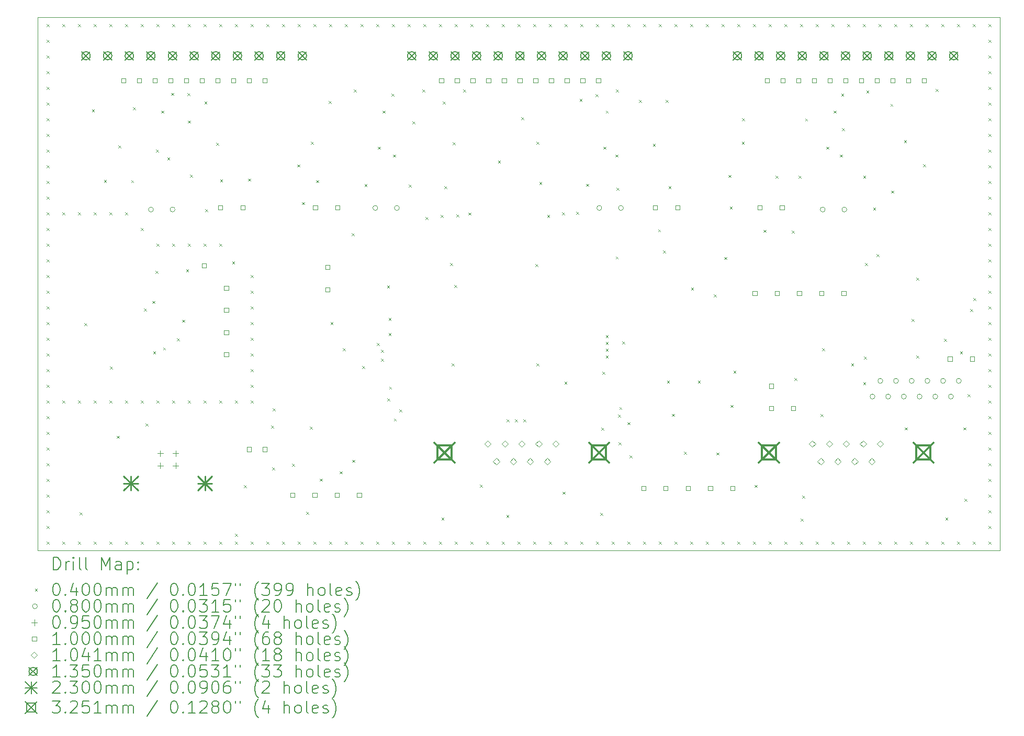
<source format=gbr>
%TF.GenerationSoftware,KiCad,Pcbnew,8.0.8*%
%TF.CreationDate,2025-02-25T19:49:39+01:00*%
%TF.ProjectId,Overlord,4f766572-6c6f-4726-942e-6b696361645f,rev?*%
%TF.SameCoordinates,Original*%
%TF.FileFunction,Drillmap*%
%TF.FilePolarity,Positive*%
%FSLAX45Y45*%
G04 Gerber Fmt 4.5, Leading zero omitted, Abs format (unit mm)*
G04 Created by KiCad (PCBNEW 8.0.8) date 2025-02-25 19:49:39*
%MOMM*%
%LPD*%
G01*
G04 APERTURE LIST*
%ADD10C,0.050000*%
%ADD11C,0.200000*%
%ADD12C,0.100000*%
%ADD13C,0.104140*%
%ADD14C,0.135000*%
%ADD15C,0.230000*%
%ADD16C,0.325120*%
G04 APERTURE END LIST*
D10*
X2510000Y-11160000D02*
X2510000Y-2530000D01*
X2510000Y-2530000D02*
X18080000Y-2530000D01*
X18080000Y-2530000D02*
X18080000Y-11160000D01*
X18080000Y-11160000D02*
X2510000Y-11160000D01*
D11*
D12*
X2656000Y-2638000D02*
X2696000Y-2678000D01*
X2696000Y-2638000D02*
X2656000Y-2678000D01*
X2656000Y-2892000D02*
X2696000Y-2932000D01*
X2696000Y-2892000D02*
X2656000Y-2932000D01*
X2656000Y-3146000D02*
X2696000Y-3186000D01*
X2696000Y-3146000D02*
X2656000Y-3186000D01*
X2656000Y-3400000D02*
X2696000Y-3440000D01*
X2696000Y-3400000D02*
X2656000Y-3440000D01*
X2656000Y-3654000D02*
X2696000Y-3694000D01*
X2696000Y-3654000D02*
X2656000Y-3694000D01*
X2656000Y-3908000D02*
X2696000Y-3948000D01*
X2696000Y-3908000D02*
X2656000Y-3948000D01*
X2656000Y-4162000D02*
X2696000Y-4202000D01*
X2696000Y-4162000D02*
X2656000Y-4202000D01*
X2656000Y-4416000D02*
X2696000Y-4456000D01*
X2696000Y-4416000D02*
X2656000Y-4456000D01*
X2656000Y-4670000D02*
X2696000Y-4710000D01*
X2696000Y-4670000D02*
X2656000Y-4710000D01*
X2656000Y-4924000D02*
X2696000Y-4964000D01*
X2696000Y-4924000D02*
X2656000Y-4964000D01*
X2656000Y-5178000D02*
X2696000Y-5218000D01*
X2696000Y-5178000D02*
X2656000Y-5218000D01*
X2656000Y-5432000D02*
X2696000Y-5472000D01*
X2696000Y-5432000D02*
X2656000Y-5472000D01*
X2656000Y-5686000D02*
X2696000Y-5726000D01*
X2696000Y-5686000D02*
X2656000Y-5726000D01*
X2656000Y-5940000D02*
X2696000Y-5980000D01*
X2696000Y-5940000D02*
X2656000Y-5980000D01*
X2656000Y-6194000D02*
X2696000Y-6234000D01*
X2696000Y-6194000D02*
X2656000Y-6234000D01*
X2656000Y-6448000D02*
X2696000Y-6488000D01*
X2696000Y-6448000D02*
X2656000Y-6488000D01*
X2656000Y-6702000D02*
X2696000Y-6742000D01*
X2696000Y-6702000D02*
X2656000Y-6742000D01*
X2656000Y-6956000D02*
X2696000Y-6996000D01*
X2696000Y-6956000D02*
X2656000Y-6996000D01*
X2656000Y-7210000D02*
X2696000Y-7250000D01*
X2696000Y-7210000D02*
X2656000Y-7250000D01*
X2656000Y-7464000D02*
X2696000Y-7504000D01*
X2696000Y-7464000D02*
X2656000Y-7504000D01*
X2656000Y-7718000D02*
X2696000Y-7758000D01*
X2696000Y-7718000D02*
X2656000Y-7758000D01*
X2656000Y-7972000D02*
X2696000Y-8012000D01*
X2696000Y-7972000D02*
X2656000Y-8012000D01*
X2656000Y-8226000D02*
X2696000Y-8266000D01*
X2696000Y-8226000D02*
X2656000Y-8266000D01*
X2656000Y-8480000D02*
X2696000Y-8520000D01*
X2696000Y-8480000D02*
X2656000Y-8520000D01*
X2656000Y-8734000D02*
X2696000Y-8774000D01*
X2696000Y-8734000D02*
X2656000Y-8774000D01*
X2656000Y-8988000D02*
X2696000Y-9028000D01*
X2696000Y-8988000D02*
X2656000Y-9028000D01*
X2656000Y-9242000D02*
X2696000Y-9282000D01*
X2696000Y-9242000D02*
X2656000Y-9282000D01*
X2656000Y-9496000D02*
X2696000Y-9536000D01*
X2696000Y-9496000D02*
X2656000Y-9536000D01*
X2656000Y-9750000D02*
X2696000Y-9790000D01*
X2696000Y-9750000D02*
X2656000Y-9790000D01*
X2656000Y-10004000D02*
X2696000Y-10044000D01*
X2696000Y-10004000D02*
X2656000Y-10044000D01*
X2656000Y-10258000D02*
X2696000Y-10298000D01*
X2696000Y-10258000D02*
X2656000Y-10298000D01*
X2656000Y-10512000D02*
X2696000Y-10552000D01*
X2696000Y-10512000D02*
X2656000Y-10552000D01*
X2656000Y-10766000D02*
X2696000Y-10806000D01*
X2696000Y-10766000D02*
X2656000Y-10806000D01*
X2656000Y-11020000D02*
X2696000Y-11060000D01*
X2696000Y-11020000D02*
X2656000Y-11060000D01*
X2910000Y-2638000D02*
X2950000Y-2678000D01*
X2950000Y-2638000D02*
X2910000Y-2678000D01*
X2910000Y-5686000D02*
X2950000Y-5726000D01*
X2950000Y-5686000D02*
X2910000Y-5726000D01*
X2910000Y-8734000D02*
X2950000Y-8774000D01*
X2950000Y-8734000D02*
X2910000Y-8774000D01*
X2910000Y-11020000D02*
X2950000Y-11060000D01*
X2950000Y-11020000D02*
X2910000Y-11060000D01*
X3164000Y-2638000D02*
X3204000Y-2678000D01*
X3204000Y-2638000D02*
X3164000Y-2678000D01*
X3164000Y-5686000D02*
X3204000Y-5726000D01*
X3204000Y-5686000D02*
X3164000Y-5726000D01*
X3164000Y-8734000D02*
X3204000Y-8774000D01*
X3204000Y-8734000D02*
X3164000Y-8774000D01*
X3164000Y-11020000D02*
X3204000Y-11060000D01*
X3204000Y-11020000D02*
X3164000Y-11060000D01*
X3190000Y-10545000D02*
X3230000Y-10585000D01*
X3230000Y-10545000D02*
X3190000Y-10585000D01*
X3270000Y-7480000D02*
X3310000Y-7520000D01*
X3310000Y-7480000D02*
X3270000Y-7520000D01*
X3390000Y-4020000D02*
X3430000Y-4060000D01*
X3430000Y-4020000D02*
X3390000Y-4060000D01*
X3418000Y-2638000D02*
X3458000Y-2678000D01*
X3458000Y-2638000D02*
X3418000Y-2678000D01*
X3418000Y-5686000D02*
X3458000Y-5726000D01*
X3458000Y-5686000D02*
X3418000Y-5726000D01*
X3418000Y-8734000D02*
X3458000Y-8774000D01*
X3458000Y-8734000D02*
X3418000Y-8774000D01*
X3418000Y-11020000D02*
X3458000Y-11060000D01*
X3458000Y-11020000D02*
X3418000Y-11060000D01*
X3585000Y-5160000D02*
X3625000Y-5200000D01*
X3625000Y-5160000D02*
X3585000Y-5200000D01*
X3672000Y-2638000D02*
X3712000Y-2678000D01*
X3712000Y-2638000D02*
X3672000Y-2678000D01*
X3672000Y-5686000D02*
X3712000Y-5726000D01*
X3712000Y-5686000D02*
X3672000Y-5726000D01*
X3672000Y-8734000D02*
X3712000Y-8774000D01*
X3712000Y-8734000D02*
X3672000Y-8774000D01*
X3672000Y-11020000D02*
X3712000Y-11060000D01*
X3712000Y-11020000D02*
X3672000Y-11060000D01*
X3680000Y-8185000D02*
X3720000Y-8225000D01*
X3720000Y-8185000D02*
X3680000Y-8225000D01*
X3790000Y-9305000D02*
X3830000Y-9345000D01*
X3830000Y-9305000D02*
X3790000Y-9345000D01*
X3820000Y-4600000D02*
X3860000Y-4640000D01*
X3860000Y-4600000D02*
X3820000Y-4640000D01*
X3926000Y-2638000D02*
X3966000Y-2678000D01*
X3966000Y-2638000D02*
X3926000Y-2678000D01*
X3926000Y-5686000D02*
X3966000Y-5726000D01*
X3966000Y-5686000D02*
X3926000Y-5726000D01*
X3926000Y-8734000D02*
X3966000Y-8774000D01*
X3966000Y-8734000D02*
X3926000Y-8774000D01*
X3926000Y-11020000D02*
X3966000Y-11060000D01*
X3966000Y-11020000D02*
X3926000Y-11060000D01*
X4025000Y-5165000D02*
X4065000Y-5205000D01*
X4065000Y-5165000D02*
X4025000Y-5205000D01*
X4055000Y-3985000D02*
X4095000Y-4025000D01*
X4095000Y-3985000D02*
X4055000Y-4025000D01*
X4180000Y-2638000D02*
X4220000Y-2678000D01*
X4220000Y-2638000D02*
X4180000Y-2678000D01*
X4180000Y-5940000D02*
X4220000Y-5980000D01*
X4220000Y-5940000D02*
X4180000Y-5980000D01*
X4180000Y-8734000D02*
X4220000Y-8774000D01*
X4220000Y-8734000D02*
X4180000Y-8774000D01*
X4180000Y-11020000D02*
X4220000Y-11060000D01*
X4220000Y-11020000D02*
X4180000Y-11060000D01*
X4235000Y-7245000D02*
X4275000Y-7285000D01*
X4275000Y-7245000D02*
X4235000Y-7285000D01*
X4255000Y-9105000D02*
X4295000Y-9145000D01*
X4295000Y-9105000D02*
X4255000Y-9145000D01*
X4370000Y-7120000D02*
X4410000Y-7160000D01*
X4410000Y-7120000D02*
X4370000Y-7160000D01*
X4380000Y-7940000D02*
X4420000Y-7980000D01*
X4420000Y-7940000D02*
X4380000Y-7980000D01*
X4420000Y-6635000D02*
X4460000Y-6675000D01*
X4460000Y-6635000D02*
X4420000Y-6675000D01*
X4425000Y-4670000D02*
X4465000Y-4710000D01*
X4465000Y-4670000D02*
X4425000Y-4710000D01*
X4434000Y-2638000D02*
X4474000Y-2678000D01*
X4474000Y-2638000D02*
X4434000Y-2678000D01*
X4434000Y-6194000D02*
X4474000Y-6234000D01*
X4474000Y-6194000D02*
X4434000Y-6234000D01*
X4434000Y-8734000D02*
X4474000Y-8774000D01*
X4474000Y-8734000D02*
X4434000Y-8774000D01*
X4434000Y-11020000D02*
X4474000Y-11060000D01*
X4474000Y-11020000D02*
X4434000Y-11060000D01*
X4510000Y-4040000D02*
X4550000Y-4080000D01*
X4550000Y-4040000D02*
X4510000Y-4080000D01*
X4540732Y-7874268D02*
X4580732Y-7914268D01*
X4580732Y-7874268D02*
X4540732Y-7914268D01*
X4610000Y-4795000D02*
X4650000Y-4835000D01*
X4650000Y-4795000D02*
X4610000Y-4835000D01*
X4675000Y-3750000D02*
X4715000Y-3790000D01*
X4715000Y-3750000D02*
X4675000Y-3790000D01*
X4688000Y-2638000D02*
X4728000Y-2678000D01*
X4728000Y-2638000D02*
X4688000Y-2678000D01*
X4688000Y-6194000D02*
X4728000Y-6234000D01*
X4728000Y-6194000D02*
X4688000Y-6234000D01*
X4688000Y-8734000D02*
X4728000Y-8774000D01*
X4728000Y-8734000D02*
X4688000Y-8774000D01*
X4688000Y-11020000D02*
X4728000Y-11060000D01*
X4728000Y-11020000D02*
X4688000Y-11060000D01*
X4765000Y-7725000D02*
X4805000Y-7765000D01*
X4805000Y-7725000D02*
X4765000Y-7765000D01*
X4850000Y-7425000D02*
X4890000Y-7465000D01*
X4890000Y-7425000D02*
X4850000Y-7465000D01*
X4915000Y-6610000D02*
X4955000Y-6650000D01*
X4955000Y-6610000D02*
X4915000Y-6650000D01*
X4935000Y-3755000D02*
X4975000Y-3795000D01*
X4975000Y-3755000D02*
X4935000Y-3795000D01*
X4942000Y-2638000D02*
X4982000Y-2678000D01*
X4982000Y-2638000D02*
X4942000Y-2678000D01*
X4942000Y-6194000D02*
X4982000Y-6234000D01*
X4982000Y-6194000D02*
X4942000Y-6234000D01*
X4942000Y-8734000D02*
X4982000Y-8774000D01*
X4982000Y-8734000D02*
X4942000Y-8774000D01*
X4942000Y-11020000D02*
X4982000Y-11060000D01*
X4982000Y-11020000D02*
X4942000Y-11060000D01*
X4945000Y-4200000D02*
X4985000Y-4240000D01*
X4985000Y-4200000D02*
X4945000Y-4240000D01*
X4975000Y-5075000D02*
X5015000Y-5115000D01*
X5015000Y-5075000D02*
X4975000Y-5115000D01*
X5196000Y-2638000D02*
X5236000Y-2678000D01*
X5236000Y-2638000D02*
X5196000Y-2678000D01*
X5196000Y-6194000D02*
X5236000Y-6234000D01*
X5236000Y-6194000D02*
X5196000Y-6234000D01*
X5196000Y-8734000D02*
X5236000Y-8774000D01*
X5236000Y-8734000D02*
X5196000Y-8774000D01*
X5196000Y-11020000D02*
X5236000Y-11060000D01*
X5236000Y-11020000D02*
X5196000Y-11060000D01*
X5210000Y-3890000D02*
X5250000Y-3930000D01*
X5250000Y-3890000D02*
X5210000Y-3930000D01*
X5225000Y-5635000D02*
X5265000Y-5675000D01*
X5265000Y-5635000D02*
X5225000Y-5675000D01*
X5400000Y-4560000D02*
X5440000Y-4600000D01*
X5440000Y-4560000D02*
X5400000Y-4600000D01*
X5450000Y-2638000D02*
X5490000Y-2678000D01*
X5490000Y-2638000D02*
X5450000Y-2678000D01*
X5450000Y-6194000D02*
X5490000Y-6234000D01*
X5490000Y-6194000D02*
X5450000Y-6234000D01*
X5450000Y-8734000D02*
X5490000Y-8774000D01*
X5490000Y-8734000D02*
X5450000Y-8774000D01*
X5450000Y-11020000D02*
X5490000Y-11060000D01*
X5490000Y-11020000D02*
X5450000Y-11060000D01*
X5465000Y-5155000D02*
X5505000Y-5195000D01*
X5505000Y-5155000D02*
X5465000Y-5195000D01*
X5660000Y-6480000D02*
X5700000Y-6520000D01*
X5700000Y-6480000D02*
X5660000Y-6520000D01*
X5704000Y-2638000D02*
X5744000Y-2678000D01*
X5744000Y-2638000D02*
X5704000Y-2678000D01*
X5704000Y-8734000D02*
X5744000Y-8774000D01*
X5744000Y-8734000D02*
X5704000Y-8774000D01*
X5704000Y-11020000D02*
X5744000Y-11060000D01*
X5744000Y-11020000D02*
X5704000Y-11060000D01*
X5705000Y-10890000D02*
X5745000Y-10930000D01*
X5745000Y-10890000D02*
X5705000Y-10930000D01*
X5850000Y-10105000D02*
X5890000Y-10145000D01*
X5890000Y-10105000D02*
X5850000Y-10145000D01*
X5920000Y-5140000D02*
X5960000Y-5180000D01*
X5960000Y-5140000D02*
X5920000Y-5180000D01*
X5958000Y-2638000D02*
X5998000Y-2678000D01*
X5998000Y-2638000D02*
X5958000Y-2678000D01*
X5958000Y-6702000D02*
X5998000Y-6742000D01*
X5998000Y-6702000D02*
X5958000Y-6742000D01*
X5958000Y-6956000D02*
X5998000Y-6996000D01*
X5998000Y-6956000D02*
X5958000Y-6996000D01*
X5958000Y-7210000D02*
X5998000Y-7250000D01*
X5998000Y-7210000D02*
X5958000Y-7250000D01*
X5958000Y-7464000D02*
X5998000Y-7504000D01*
X5998000Y-7464000D02*
X5958000Y-7504000D01*
X5958000Y-7718000D02*
X5998000Y-7758000D01*
X5998000Y-7718000D02*
X5958000Y-7758000D01*
X5958000Y-7972000D02*
X5998000Y-8012000D01*
X5998000Y-7972000D02*
X5958000Y-8012000D01*
X5958000Y-8226000D02*
X5998000Y-8266000D01*
X5998000Y-8226000D02*
X5958000Y-8266000D01*
X5958000Y-8480000D02*
X5998000Y-8520000D01*
X5998000Y-8480000D02*
X5958000Y-8520000D01*
X5958000Y-8734000D02*
X5998000Y-8774000D01*
X5998000Y-8734000D02*
X5958000Y-8774000D01*
X5958000Y-11020000D02*
X5998000Y-11060000D01*
X5998000Y-11020000D02*
X5958000Y-11060000D01*
X6212000Y-2638000D02*
X6252000Y-2678000D01*
X6252000Y-2638000D02*
X6212000Y-2678000D01*
X6212000Y-11020000D02*
X6252000Y-11060000D01*
X6252000Y-11020000D02*
X6212000Y-11060000D01*
X6290000Y-9140000D02*
X6330000Y-9180000D01*
X6330000Y-9140000D02*
X6290000Y-9180000D01*
X6305000Y-9820000D02*
X6345000Y-9860000D01*
X6345000Y-9820000D02*
X6305000Y-9860000D01*
X6315000Y-8860000D02*
X6355000Y-8900000D01*
X6355000Y-8860000D02*
X6315000Y-8900000D01*
X6466000Y-2638000D02*
X6506000Y-2678000D01*
X6506000Y-2638000D02*
X6466000Y-2678000D01*
X6466000Y-11020000D02*
X6506000Y-11060000D01*
X6506000Y-11020000D02*
X6466000Y-11060000D01*
X6630000Y-9760000D02*
X6670000Y-9800000D01*
X6670000Y-9760000D02*
X6630000Y-9800000D01*
X6715000Y-4910000D02*
X6755000Y-4950000D01*
X6755000Y-4910000D02*
X6715000Y-4950000D01*
X6720000Y-2638000D02*
X6760000Y-2678000D01*
X6760000Y-2638000D02*
X6720000Y-2678000D01*
X6720000Y-11020000D02*
X6760000Y-11060000D01*
X6760000Y-11020000D02*
X6720000Y-11060000D01*
X6790000Y-5520000D02*
X6830000Y-5560000D01*
X6830000Y-5520000D02*
X6790000Y-5560000D01*
X6860000Y-10535000D02*
X6900000Y-10575000D01*
X6900000Y-10535000D02*
X6860000Y-10575000D01*
X6915000Y-9160000D02*
X6955000Y-9200000D01*
X6955000Y-9160000D02*
X6915000Y-9200000D01*
X6935000Y-4540000D02*
X6975000Y-4580000D01*
X6975000Y-4540000D02*
X6935000Y-4580000D01*
X6974000Y-2638000D02*
X7014000Y-2678000D01*
X7014000Y-2638000D02*
X6974000Y-2678000D01*
X6974000Y-11020000D02*
X7014000Y-11060000D01*
X7014000Y-11020000D02*
X6974000Y-11060000D01*
X7015000Y-5165000D02*
X7055000Y-5205000D01*
X7055000Y-5165000D02*
X7015000Y-5205000D01*
X7075000Y-10000000D02*
X7115000Y-10040000D01*
X7115000Y-10000000D02*
X7075000Y-10040000D01*
X7220000Y-3880000D02*
X7260000Y-3920000D01*
X7260000Y-3880000D02*
X7220000Y-3920000D01*
X7228000Y-2638000D02*
X7268000Y-2678000D01*
X7268000Y-2638000D02*
X7228000Y-2678000D01*
X7228000Y-11020000D02*
X7268000Y-11060000D01*
X7268000Y-11020000D02*
X7228000Y-11060000D01*
X7250000Y-7465000D02*
X7290000Y-7505000D01*
X7290000Y-7465000D02*
X7250000Y-7505000D01*
X7400000Y-9880000D02*
X7440000Y-9920000D01*
X7440000Y-9880000D02*
X7400000Y-9920000D01*
X7450000Y-7890000D02*
X7490000Y-7930000D01*
X7490000Y-7890000D02*
X7450000Y-7930000D01*
X7482000Y-2638000D02*
X7522000Y-2678000D01*
X7522000Y-2638000D02*
X7482000Y-2678000D01*
X7482000Y-11020000D02*
X7522000Y-11060000D01*
X7522000Y-11020000D02*
X7482000Y-11060000D01*
X7595000Y-6025000D02*
X7635000Y-6065000D01*
X7635000Y-6025000D02*
X7595000Y-6065000D01*
X7605000Y-9695000D02*
X7645000Y-9735000D01*
X7645000Y-9695000D02*
X7605000Y-9735000D01*
X7630000Y-3695000D02*
X7670000Y-3735000D01*
X7670000Y-3695000D02*
X7630000Y-3735000D01*
X7736000Y-2638000D02*
X7776000Y-2678000D01*
X7776000Y-2638000D02*
X7736000Y-2678000D01*
X7736000Y-11020000D02*
X7776000Y-11060000D01*
X7776000Y-11020000D02*
X7736000Y-11060000D01*
X7760000Y-8175000D02*
X7800000Y-8215000D01*
X7800000Y-8175000D02*
X7760000Y-8215000D01*
X7800000Y-5230000D02*
X7840000Y-5270000D01*
X7840000Y-5230000D02*
X7800000Y-5270000D01*
X7990000Y-2638000D02*
X8030000Y-2678000D01*
X8030000Y-2638000D02*
X7990000Y-2678000D01*
X7990000Y-11020000D02*
X8030000Y-11060000D01*
X8030000Y-11020000D02*
X7990000Y-11060000D01*
X7997500Y-7805000D02*
X8037500Y-7845000D01*
X8037500Y-7805000D02*
X7997500Y-7845000D01*
X8018500Y-4623500D02*
X8058500Y-4663500D01*
X8058500Y-4623500D02*
X8018500Y-4663500D01*
X8065000Y-7913000D02*
X8105000Y-7953000D01*
X8105000Y-7913000D02*
X8065000Y-7953000D01*
X8065000Y-8055000D02*
X8105000Y-8095000D01*
X8105000Y-8055000D02*
X8065000Y-8095000D01*
X8095000Y-4040000D02*
X8135000Y-4080000D01*
X8135000Y-4040000D02*
X8095000Y-4080000D01*
X8165000Y-6870000D02*
X8205000Y-6910000D01*
X8205000Y-6870000D02*
X8165000Y-6910000D01*
X8170000Y-8700000D02*
X8210000Y-8740000D01*
X8210000Y-8700000D02*
X8170000Y-8740000D01*
X8190000Y-7395000D02*
X8230000Y-7435000D01*
X8230000Y-7395000D02*
X8190000Y-7435000D01*
X8190500Y-7644000D02*
X8230500Y-7684000D01*
X8230500Y-7644000D02*
X8190500Y-7684000D01*
X8200000Y-8510000D02*
X8240000Y-8550000D01*
X8240000Y-8510000D02*
X8200000Y-8550000D01*
X8235000Y-3765000D02*
X8275000Y-3805000D01*
X8275000Y-3765000D02*
X8235000Y-3805000D01*
X8244000Y-2638000D02*
X8284000Y-2678000D01*
X8284000Y-2638000D02*
X8244000Y-2678000D01*
X8244000Y-11020000D02*
X8284000Y-11060000D01*
X8284000Y-11020000D02*
X8244000Y-11060000D01*
X8260500Y-4750500D02*
X8300500Y-4790500D01*
X8300500Y-4750500D02*
X8260500Y-4790500D01*
X8275000Y-9025000D02*
X8315000Y-9065000D01*
X8315000Y-9025000D02*
X8275000Y-9065000D01*
X8362500Y-8877500D02*
X8402500Y-8917500D01*
X8402500Y-8877500D02*
X8362500Y-8917500D01*
X8498000Y-2638000D02*
X8538000Y-2678000D01*
X8538000Y-2638000D02*
X8498000Y-2678000D01*
X8498000Y-11020000D02*
X8538000Y-11060000D01*
X8538000Y-11020000D02*
X8498000Y-11060000D01*
X8515000Y-5240000D02*
X8555000Y-5280000D01*
X8555000Y-5240000D02*
X8515000Y-5280000D01*
X8575000Y-4215000D02*
X8615000Y-4255000D01*
X8615000Y-4215000D02*
X8575000Y-4255000D01*
X8735000Y-3695000D02*
X8775000Y-3735000D01*
X8775000Y-3695000D02*
X8735000Y-3735000D01*
X8752000Y-2638000D02*
X8792000Y-2678000D01*
X8792000Y-2638000D02*
X8752000Y-2678000D01*
X8752000Y-11020000D02*
X8792000Y-11060000D01*
X8792000Y-11020000D02*
X8752000Y-11060000D01*
X8790000Y-5760000D02*
X8830000Y-5800000D01*
X8830000Y-5760000D02*
X8790000Y-5800000D01*
X9006000Y-2638000D02*
X9046000Y-2678000D01*
X9046000Y-2638000D02*
X9006000Y-2678000D01*
X9006000Y-11020000D02*
X9046000Y-11060000D01*
X9046000Y-11020000D02*
X9006000Y-11060000D01*
X9035000Y-5730000D02*
X9075000Y-5770000D01*
X9075000Y-5730000D02*
X9035000Y-5770000D01*
X9045000Y-10630000D02*
X9085000Y-10670000D01*
X9085000Y-10630000D02*
X9045000Y-10670000D01*
X9065000Y-3890000D02*
X9105000Y-3930000D01*
X9105000Y-3890000D02*
X9065000Y-3930000D01*
X9090000Y-5260000D02*
X9130000Y-5300000D01*
X9130000Y-5260000D02*
X9090000Y-5300000D01*
X9185000Y-6510000D02*
X9225000Y-6550000D01*
X9225000Y-6510000D02*
X9185000Y-6550000D01*
X9210000Y-8135000D02*
X9250000Y-8175000D01*
X9250000Y-8135000D02*
X9210000Y-8175000D01*
X9230000Y-4550000D02*
X9270000Y-4590000D01*
X9270000Y-4550000D02*
X9230000Y-4590000D01*
X9250000Y-6865000D02*
X9290000Y-6905000D01*
X9290000Y-6865000D02*
X9250000Y-6905000D01*
X9260000Y-2638000D02*
X9300000Y-2678000D01*
X9300000Y-2638000D02*
X9260000Y-2678000D01*
X9260000Y-11020000D02*
X9300000Y-11060000D01*
X9300000Y-11020000D02*
X9260000Y-11060000D01*
X9288500Y-5720000D02*
X9328500Y-5760000D01*
X9328500Y-5720000D02*
X9288500Y-5760000D01*
X9395000Y-3695000D02*
X9435000Y-3735000D01*
X9435000Y-3695000D02*
X9395000Y-3735000D01*
X9480000Y-5690000D02*
X9520000Y-5730000D01*
X9520000Y-5690000D02*
X9480000Y-5730000D01*
X9514000Y-2638000D02*
X9554000Y-2678000D01*
X9554000Y-2638000D02*
X9514000Y-2678000D01*
X9514000Y-11020000D02*
X9554000Y-11060000D01*
X9554000Y-11020000D02*
X9514000Y-11060000D01*
X9670000Y-10095000D02*
X9710000Y-10135000D01*
X9710000Y-10095000D02*
X9670000Y-10135000D01*
X9768000Y-2638000D02*
X9808000Y-2678000D01*
X9808000Y-2638000D02*
X9768000Y-2678000D01*
X9768000Y-11020000D02*
X9808000Y-11060000D01*
X9808000Y-11020000D02*
X9768000Y-11060000D01*
X9960000Y-4845000D02*
X10000000Y-4885000D01*
X10000000Y-4845000D02*
X9960000Y-4885000D01*
X10022000Y-2638000D02*
X10062000Y-2678000D01*
X10062000Y-2638000D02*
X10022000Y-2678000D01*
X10022000Y-11020000D02*
X10062000Y-11060000D01*
X10062000Y-11020000D02*
X10022000Y-11060000D01*
X10095000Y-10585000D02*
X10135000Y-10625000D01*
X10135000Y-10585000D02*
X10095000Y-10625000D01*
X10097500Y-9040000D02*
X10137500Y-9080000D01*
X10137500Y-9040000D02*
X10097500Y-9080000D01*
X10235000Y-9040000D02*
X10275000Y-9080000D01*
X10275000Y-9040000D02*
X10235000Y-9080000D01*
X10276000Y-2638000D02*
X10316000Y-2678000D01*
X10316000Y-2638000D02*
X10276000Y-2678000D01*
X10276000Y-11020000D02*
X10316000Y-11060000D01*
X10316000Y-11020000D02*
X10276000Y-11060000D01*
X10335000Y-4145000D02*
X10375000Y-4185000D01*
X10375000Y-4145000D02*
X10335000Y-4185000D01*
X10372500Y-9040000D02*
X10412500Y-9080000D01*
X10412500Y-9040000D02*
X10372500Y-9080000D01*
X10530000Y-2638000D02*
X10570000Y-2678000D01*
X10570000Y-2638000D02*
X10530000Y-2678000D01*
X10530000Y-11020000D02*
X10570000Y-11060000D01*
X10570000Y-11020000D02*
X10530000Y-11060000D01*
X10565000Y-6525000D02*
X10605000Y-6565000D01*
X10605000Y-6525000D02*
X10565000Y-6565000D01*
X10585000Y-4540000D02*
X10625000Y-4580000D01*
X10625000Y-4540000D02*
X10585000Y-4580000D01*
X10585000Y-8135000D02*
X10625000Y-8175000D01*
X10625000Y-8135000D02*
X10585000Y-8175000D01*
X10630000Y-5195000D02*
X10670000Y-5235000D01*
X10670000Y-5195000D02*
X10630000Y-5235000D01*
X10755000Y-5725000D02*
X10795000Y-5765000D01*
X10795000Y-5725000D02*
X10755000Y-5765000D01*
X10784000Y-2638000D02*
X10824000Y-2678000D01*
X10824000Y-2638000D02*
X10784000Y-2678000D01*
X10784000Y-11020000D02*
X10824000Y-11060000D01*
X10824000Y-11020000D02*
X10784000Y-11060000D01*
X11000000Y-5685000D02*
X11040000Y-5725000D01*
X11040000Y-5685000D02*
X11000000Y-5725000D01*
X11005000Y-10210000D02*
X11045000Y-10250000D01*
X11045000Y-10210000D02*
X11005000Y-10250000D01*
X11035000Y-8430000D02*
X11075000Y-8470000D01*
X11075000Y-8430000D02*
X11035000Y-8470000D01*
X11038000Y-2638000D02*
X11078000Y-2678000D01*
X11078000Y-2638000D02*
X11038000Y-2678000D01*
X11038000Y-11020000D02*
X11078000Y-11060000D01*
X11078000Y-11020000D02*
X11038000Y-11060000D01*
X11225000Y-5680000D02*
X11265000Y-5720000D01*
X11265000Y-5680000D02*
X11225000Y-5720000D01*
X11280000Y-3850000D02*
X11320000Y-3890000D01*
X11320000Y-3850000D02*
X11280000Y-3890000D01*
X11292000Y-2638000D02*
X11332000Y-2678000D01*
X11332000Y-2638000D02*
X11292000Y-2678000D01*
X11292000Y-11020000D02*
X11332000Y-11060000D01*
X11332000Y-11020000D02*
X11292000Y-11060000D01*
X11385000Y-5225000D02*
X11425000Y-5265000D01*
X11425000Y-5225000D02*
X11385000Y-5265000D01*
X11540000Y-3772500D02*
X11580000Y-3812500D01*
X11580000Y-3772500D02*
X11540000Y-3812500D01*
X11546000Y-2638000D02*
X11586000Y-2678000D01*
X11586000Y-2638000D02*
X11546000Y-2678000D01*
X11546000Y-11020000D02*
X11586000Y-11060000D01*
X11586000Y-11020000D02*
X11546000Y-11060000D01*
X11615000Y-10555000D02*
X11655000Y-10595000D01*
X11655000Y-10555000D02*
X11615000Y-10595000D01*
X11630000Y-9175000D02*
X11670000Y-9215000D01*
X11670000Y-9175000D02*
X11630000Y-9215000D01*
X11651000Y-8266000D02*
X11691000Y-8306000D01*
X11691000Y-8266000D02*
X11651000Y-8306000D01*
X11668500Y-4623500D02*
X11708500Y-4663500D01*
X11708500Y-4623500D02*
X11668500Y-4663500D01*
X11705000Y-4040000D02*
X11745000Y-4080000D01*
X11745000Y-4040000D02*
X11705000Y-4080000D01*
X11705000Y-7674334D02*
X11745000Y-7714334D01*
X11745000Y-7674334D02*
X11705000Y-7714334D01*
X11705000Y-7784667D02*
X11745000Y-7824667D01*
X11745000Y-7784667D02*
X11705000Y-7824667D01*
X11705000Y-7895000D02*
X11745000Y-7935000D01*
X11745000Y-7895000D02*
X11705000Y-7935000D01*
X11705000Y-8005333D02*
X11745000Y-8045333D01*
X11745000Y-8005333D02*
X11705000Y-8045333D01*
X11800000Y-2638000D02*
X11840000Y-2678000D01*
X11840000Y-2638000D02*
X11800000Y-2678000D01*
X11800000Y-11020000D02*
X11840000Y-11060000D01*
X11840000Y-11020000D02*
X11800000Y-11060000D01*
X11860500Y-4750500D02*
X11900500Y-4790500D01*
X11900500Y-4750500D02*
X11860500Y-4790500D01*
X11865000Y-6400000D02*
X11905000Y-6440000D01*
X11905000Y-6400000D02*
X11865000Y-6440000D01*
X11870000Y-3695000D02*
X11910000Y-3735000D01*
X11910000Y-3695000D02*
X11870000Y-3735000D01*
X11880000Y-5285000D02*
X11920000Y-5325000D01*
X11920000Y-5285000D02*
X11880000Y-5325000D01*
X11905000Y-8959509D02*
X11945000Y-8999509D01*
X11945000Y-8959509D02*
X11905000Y-8999509D01*
X11910000Y-9410000D02*
X11950000Y-9450000D01*
X11950000Y-9410000D02*
X11910000Y-9450000D01*
X11925000Y-8840000D02*
X11965000Y-8880000D01*
X11965000Y-8840000D02*
X11925000Y-8880000D01*
X11970000Y-7780000D02*
X12010000Y-7820000D01*
X12010000Y-7780000D02*
X11970000Y-7820000D01*
X12054000Y-2638000D02*
X12094000Y-2678000D01*
X12094000Y-2638000D02*
X12054000Y-2678000D01*
X12054000Y-11020000D02*
X12094000Y-11060000D01*
X12094000Y-11020000D02*
X12054000Y-11060000D01*
X12055000Y-9085000D02*
X12095000Y-9125000D01*
X12095000Y-9085000D02*
X12055000Y-9125000D01*
X12090000Y-9625000D02*
X12130000Y-9665000D01*
X12130000Y-9625000D02*
X12090000Y-9665000D01*
X12240000Y-3865000D02*
X12280000Y-3905000D01*
X12280000Y-3865000D02*
X12240000Y-3905000D01*
X12308000Y-2638000D02*
X12348000Y-2678000D01*
X12348000Y-2638000D02*
X12308000Y-2678000D01*
X12308000Y-11020000D02*
X12348000Y-11060000D01*
X12348000Y-11020000D02*
X12308000Y-11060000D01*
X12465000Y-4575000D02*
X12505000Y-4615000D01*
X12505000Y-4575000D02*
X12465000Y-4615000D01*
X12550000Y-5960000D02*
X12590000Y-6000000D01*
X12590000Y-5960000D02*
X12550000Y-6000000D01*
X12562000Y-2638000D02*
X12602000Y-2678000D01*
X12602000Y-2638000D02*
X12562000Y-2678000D01*
X12562000Y-11020000D02*
X12602000Y-11060000D01*
X12602000Y-11020000D02*
X12562000Y-11060000D01*
X12630000Y-6305000D02*
X12670000Y-6345000D01*
X12670000Y-6305000D02*
X12630000Y-6345000D01*
X12675000Y-3865000D02*
X12715000Y-3905000D01*
X12715000Y-3865000D02*
X12675000Y-3905000D01*
X12695000Y-8410000D02*
X12735000Y-8450000D01*
X12735000Y-8410000D02*
X12695000Y-8450000D01*
X12720000Y-5265000D02*
X12760000Y-5305000D01*
X12760000Y-5265000D02*
X12720000Y-5305000D01*
X12775000Y-8950000D02*
X12815000Y-8990000D01*
X12815000Y-8950000D02*
X12775000Y-8990000D01*
X12816000Y-2638000D02*
X12856000Y-2678000D01*
X12856000Y-2638000D02*
X12816000Y-2678000D01*
X12816000Y-11020000D02*
X12856000Y-11060000D01*
X12856000Y-11020000D02*
X12816000Y-11060000D01*
X12970000Y-9565000D02*
X13010000Y-9605000D01*
X13010000Y-9565000D02*
X12970000Y-9605000D01*
X13070000Y-2638000D02*
X13110000Y-2678000D01*
X13110000Y-2638000D02*
X13070000Y-2678000D01*
X13070000Y-11020000D02*
X13110000Y-11060000D01*
X13110000Y-11020000D02*
X13070000Y-11060000D01*
X13085000Y-6905000D02*
X13125000Y-6945000D01*
X13125000Y-6905000D02*
X13085000Y-6945000D01*
X13195000Y-8410000D02*
X13235000Y-8450000D01*
X13235000Y-8410000D02*
X13195000Y-8450000D01*
X13324000Y-2638000D02*
X13364000Y-2678000D01*
X13364000Y-2638000D02*
X13324000Y-2678000D01*
X13324000Y-11020000D02*
X13364000Y-11060000D01*
X13364000Y-11020000D02*
X13324000Y-11060000D01*
X13455000Y-7017500D02*
X13495000Y-7057500D01*
X13495000Y-7017500D02*
X13455000Y-7057500D01*
X13495000Y-9575000D02*
X13535000Y-9615000D01*
X13535000Y-9575000D02*
X13495000Y-9615000D01*
X13578000Y-2638000D02*
X13618000Y-2678000D01*
X13618000Y-2638000D02*
X13578000Y-2678000D01*
X13578000Y-11020000D02*
X13618000Y-11060000D01*
X13618000Y-11020000D02*
X13578000Y-11060000D01*
X13620000Y-6410000D02*
X13660000Y-6450000D01*
X13660000Y-6410000D02*
X13620000Y-6450000D01*
X13690000Y-5080000D02*
X13730000Y-5120000D01*
X13730000Y-5080000D02*
X13690000Y-5120000D01*
X13710000Y-5590000D02*
X13750000Y-5630000D01*
X13750000Y-5590000D02*
X13710000Y-5630000D01*
X13725000Y-8805000D02*
X13765000Y-8845000D01*
X13765000Y-8805000D02*
X13725000Y-8845000D01*
X13770000Y-8250000D02*
X13810000Y-8290000D01*
X13810000Y-8250000D02*
X13770000Y-8290000D01*
X13832000Y-2638000D02*
X13872000Y-2678000D01*
X13872000Y-2638000D02*
X13832000Y-2678000D01*
X13832000Y-11020000D02*
X13872000Y-11060000D01*
X13872000Y-11020000D02*
X13832000Y-11060000D01*
X13905000Y-4545000D02*
X13945000Y-4585000D01*
X13945000Y-4545000D02*
X13905000Y-4585000D01*
X13910000Y-4160000D02*
X13950000Y-4200000D01*
X13950000Y-4160000D02*
X13910000Y-4200000D01*
X14086000Y-2638000D02*
X14126000Y-2678000D01*
X14126000Y-2638000D02*
X14086000Y-2678000D01*
X14086000Y-11020000D02*
X14126000Y-11060000D01*
X14126000Y-11020000D02*
X14086000Y-11060000D01*
X14115000Y-10100000D02*
X14155000Y-10140000D01*
X14155000Y-10100000D02*
X14115000Y-10140000D01*
X14255000Y-5970000D02*
X14295000Y-6010000D01*
X14295000Y-5970000D02*
X14255000Y-6010000D01*
X14340000Y-2638000D02*
X14380000Y-2678000D01*
X14380000Y-2638000D02*
X14340000Y-2678000D01*
X14340000Y-11020000D02*
X14380000Y-11060000D01*
X14380000Y-11020000D02*
X14340000Y-11060000D01*
X14450000Y-5095000D02*
X14490000Y-5135000D01*
X14490000Y-5095000D02*
X14450000Y-5135000D01*
X14594000Y-2638000D02*
X14634000Y-2678000D01*
X14634000Y-2638000D02*
X14594000Y-2678000D01*
X14594000Y-11020000D02*
X14634000Y-11060000D01*
X14634000Y-11020000D02*
X14594000Y-11060000D01*
X14715000Y-5980000D02*
X14755000Y-6020000D01*
X14755000Y-5980000D02*
X14715000Y-6020000D01*
X14755000Y-8370000D02*
X14795000Y-8410000D01*
X14795000Y-8370000D02*
X14755000Y-8410000D01*
X14825000Y-5095000D02*
X14865000Y-5135000D01*
X14865000Y-5095000D02*
X14825000Y-5135000D01*
X14848000Y-2638000D02*
X14888000Y-2678000D01*
X14888000Y-2638000D02*
X14848000Y-2678000D01*
X14848000Y-11020000D02*
X14888000Y-11060000D01*
X14888000Y-11020000D02*
X14848000Y-11060000D01*
X14860000Y-10650000D02*
X14900000Y-10690000D01*
X14900000Y-10650000D02*
X14860000Y-10690000D01*
X14885000Y-10275000D02*
X14925000Y-10315000D01*
X14925000Y-10275000D02*
X14885000Y-10315000D01*
X14930000Y-4165000D02*
X14970000Y-4205000D01*
X14970000Y-4165000D02*
X14930000Y-4205000D01*
X15102000Y-2638000D02*
X15142000Y-2678000D01*
X15142000Y-2638000D02*
X15102000Y-2678000D01*
X15102000Y-11020000D02*
X15142000Y-11060000D01*
X15142000Y-11020000D02*
X15102000Y-11060000D01*
X15180000Y-8955000D02*
X15220000Y-8995000D01*
X15220000Y-8955000D02*
X15180000Y-8995000D01*
X15205000Y-7890000D02*
X15245000Y-7930000D01*
X15245000Y-7890000D02*
X15205000Y-7930000D01*
X15273500Y-4623500D02*
X15313500Y-4663500D01*
X15313500Y-4623500D02*
X15273500Y-4663500D01*
X15356000Y-2638000D02*
X15396000Y-2678000D01*
X15396000Y-2638000D02*
X15356000Y-2678000D01*
X15356000Y-11020000D02*
X15396000Y-11060000D01*
X15396000Y-11020000D02*
X15356000Y-11060000D01*
X15390000Y-4040000D02*
X15430000Y-4080000D01*
X15430000Y-4040000D02*
X15390000Y-4080000D01*
X15495500Y-4750500D02*
X15535500Y-4790500D01*
X15535500Y-4750500D02*
X15495500Y-4790500D01*
X15515000Y-3765000D02*
X15555000Y-3805000D01*
X15555000Y-3765000D02*
X15515000Y-3805000D01*
X15525000Y-4325000D02*
X15565000Y-4365000D01*
X15565000Y-4325000D02*
X15525000Y-4365000D01*
X15610000Y-2638000D02*
X15650000Y-2678000D01*
X15650000Y-2638000D02*
X15610000Y-2678000D01*
X15610000Y-11020000D02*
X15650000Y-11060000D01*
X15650000Y-11020000D02*
X15610000Y-11060000D01*
X15675000Y-8130000D02*
X15715000Y-8170000D01*
X15715000Y-8130000D02*
X15675000Y-8170000D01*
X15864000Y-2638000D02*
X15904000Y-2678000D01*
X15904000Y-2638000D02*
X15864000Y-2678000D01*
X15864000Y-11020000D02*
X15904000Y-11060000D01*
X15904000Y-11020000D02*
X15864000Y-11060000D01*
X15870000Y-5095000D02*
X15910000Y-5135000D01*
X15910000Y-5095000D02*
X15870000Y-5135000D01*
X15870000Y-8435000D02*
X15910000Y-8475000D01*
X15910000Y-8435000D02*
X15870000Y-8475000D01*
X15885000Y-8025000D02*
X15925000Y-8065000D01*
X15925000Y-8025000D02*
X15885000Y-8065000D01*
X15900000Y-6505000D02*
X15940000Y-6545000D01*
X15940000Y-6505000D02*
X15900000Y-6545000D01*
X15920000Y-3715000D02*
X15960000Y-3755000D01*
X15960000Y-3715000D02*
X15920000Y-3755000D01*
X16030000Y-5610000D02*
X16070000Y-5650000D01*
X16070000Y-5610000D02*
X16030000Y-5650000D01*
X16085000Y-6365000D02*
X16125000Y-6405000D01*
X16125000Y-6365000D02*
X16085000Y-6405000D01*
X16118000Y-2638000D02*
X16158000Y-2678000D01*
X16158000Y-2638000D02*
X16118000Y-2678000D01*
X16118000Y-11020000D02*
X16158000Y-11060000D01*
X16158000Y-11020000D02*
X16118000Y-11060000D01*
X16310000Y-3930000D02*
X16350000Y-3970000D01*
X16350000Y-3930000D02*
X16310000Y-3970000D01*
X16320000Y-5335000D02*
X16360000Y-5375000D01*
X16360000Y-5335000D02*
X16320000Y-5375000D01*
X16372000Y-2638000D02*
X16412000Y-2678000D01*
X16412000Y-2638000D02*
X16372000Y-2678000D01*
X16372000Y-11020000D02*
X16412000Y-11060000D01*
X16412000Y-11020000D02*
X16372000Y-11060000D01*
X16530000Y-4515000D02*
X16570000Y-4555000D01*
X16570000Y-4515000D02*
X16530000Y-4555000D01*
X16545000Y-9170000D02*
X16585000Y-9210000D01*
X16585000Y-9170000D02*
X16545000Y-9210000D01*
X16626000Y-2638000D02*
X16666000Y-2678000D01*
X16666000Y-2638000D02*
X16626000Y-2678000D01*
X16626000Y-11020000D02*
X16666000Y-11060000D01*
X16666000Y-11020000D02*
X16626000Y-11060000D01*
X16650000Y-7410000D02*
X16690000Y-7450000D01*
X16690000Y-7410000D02*
X16650000Y-7450000D01*
X16730000Y-6745000D02*
X16770000Y-6785000D01*
X16770000Y-6745000D02*
X16730000Y-6785000D01*
X16730000Y-8005000D02*
X16770000Y-8045000D01*
X16770000Y-8005000D02*
X16730000Y-8045000D01*
X16840000Y-4905000D02*
X16880000Y-4945000D01*
X16880000Y-4905000D02*
X16840000Y-4945000D01*
X16880000Y-2638000D02*
X16920000Y-2678000D01*
X16920000Y-2638000D02*
X16880000Y-2678000D01*
X16880000Y-11020000D02*
X16920000Y-11060000D01*
X16920000Y-11020000D02*
X16880000Y-11060000D01*
X17045000Y-3690000D02*
X17085000Y-3730000D01*
X17085000Y-3690000D02*
X17045000Y-3730000D01*
X17134000Y-2638000D02*
X17174000Y-2678000D01*
X17174000Y-2638000D02*
X17134000Y-2678000D01*
X17134000Y-11020000D02*
X17174000Y-11060000D01*
X17174000Y-11020000D02*
X17134000Y-11060000D01*
X17175000Y-7735000D02*
X17215000Y-7775000D01*
X17215000Y-7735000D02*
X17175000Y-7775000D01*
X17200000Y-10630000D02*
X17240000Y-10670000D01*
X17240000Y-10630000D02*
X17200000Y-10670000D01*
X17388000Y-2638000D02*
X17428000Y-2678000D01*
X17428000Y-2638000D02*
X17388000Y-2678000D01*
X17388000Y-11020000D02*
X17428000Y-11060000D01*
X17428000Y-11020000D02*
X17388000Y-11060000D01*
X17435000Y-7940000D02*
X17475000Y-7980000D01*
X17475000Y-7940000D02*
X17435000Y-7980000D01*
X17490000Y-9170000D02*
X17530000Y-9210000D01*
X17530000Y-9170000D02*
X17490000Y-9210000D01*
X17505000Y-10325000D02*
X17545000Y-10365000D01*
X17545000Y-10325000D02*
X17505000Y-10365000D01*
X17560000Y-8635000D02*
X17600000Y-8675000D01*
X17600000Y-8635000D02*
X17560000Y-8675000D01*
X17600000Y-7255000D02*
X17640000Y-7295000D01*
X17640000Y-7255000D02*
X17600000Y-7295000D01*
X17642000Y-2638000D02*
X17682000Y-2678000D01*
X17682000Y-2638000D02*
X17642000Y-2678000D01*
X17642000Y-11020000D02*
X17682000Y-11060000D01*
X17682000Y-11020000D02*
X17642000Y-11060000D01*
X17650000Y-7075000D02*
X17690000Y-7115000D01*
X17690000Y-7075000D02*
X17650000Y-7115000D01*
X17896000Y-2638000D02*
X17936000Y-2678000D01*
X17936000Y-2638000D02*
X17896000Y-2678000D01*
X17896000Y-2892000D02*
X17936000Y-2932000D01*
X17936000Y-2892000D02*
X17896000Y-2932000D01*
X17896000Y-3146000D02*
X17936000Y-3186000D01*
X17936000Y-3146000D02*
X17896000Y-3186000D01*
X17896000Y-3400000D02*
X17936000Y-3440000D01*
X17936000Y-3400000D02*
X17896000Y-3440000D01*
X17896000Y-3654000D02*
X17936000Y-3694000D01*
X17936000Y-3654000D02*
X17896000Y-3694000D01*
X17896000Y-3908000D02*
X17936000Y-3948000D01*
X17936000Y-3908000D02*
X17896000Y-3948000D01*
X17896000Y-4162000D02*
X17936000Y-4202000D01*
X17936000Y-4162000D02*
X17896000Y-4202000D01*
X17896000Y-4416000D02*
X17936000Y-4456000D01*
X17936000Y-4416000D02*
X17896000Y-4456000D01*
X17896000Y-4670000D02*
X17936000Y-4710000D01*
X17936000Y-4670000D02*
X17896000Y-4710000D01*
X17896000Y-4924000D02*
X17936000Y-4964000D01*
X17936000Y-4924000D02*
X17896000Y-4964000D01*
X17896000Y-5178000D02*
X17936000Y-5218000D01*
X17936000Y-5178000D02*
X17896000Y-5218000D01*
X17896000Y-5432000D02*
X17936000Y-5472000D01*
X17936000Y-5432000D02*
X17896000Y-5472000D01*
X17896000Y-5686000D02*
X17936000Y-5726000D01*
X17936000Y-5686000D02*
X17896000Y-5726000D01*
X17896000Y-5940000D02*
X17936000Y-5980000D01*
X17936000Y-5940000D02*
X17896000Y-5980000D01*
X17896000Y-6194000D02*
X17936000Y-6234000D01*
X17936000Y-6194000D02*
X17896000Y-6234000D01*
X17896000Y-6448000D02*
X17936000Y-6488000D01*
X17936000Y-6448000D02*
X17896000Y-6488000D01*
X17896000Y-6702000D02*
X17936000Y-6742000D01*
X17936000Y-6702000D02*
X17896000Y-6742000D01*
X17896000Y-6956000D02*
X17936000Y-6996000D01*
X17936000Y-6956000D02*
X17896000Y-6996000D01*
X17896000Y-7210000D02*
X17936000Y-7250000D01*
X17936000Y-7210000D02*
X17896000Y-7250000D01*
X17896000Y-7464000D02*
X17936000Y-7504000D01*
X17936000Y-7464000D02*
X17896000Y-7504000D01*
X17896000Y-7718000D02*
X17936000Y-7758000D01*
X17936000Y-7718000D02*
X17896000Y-7758000D01*
X17896000Y-7972000D02*
X17936000Y-8012000D01*
X17936000Y-7972000D02*
X17896000Y-8012000D01*
X17896000Y-8226000D02*
X17936000Y-8266000D01*
X17936000Y-8226000D02*
X17896000Y-8266000D01*
X17896000Y-8480000D02*
X17936000Y-8520000D01*
X17936000Y-8480000D02*
X17896000Y-8520000D01*
X17896000Y-8734000D02*
X17936000Y-8774000D01*
X17936000Y-8734000D02*
X17896000Y-8774000D01*
X17896000Y-8988000D02*
X17936000Y-9028000D01*
X17936000Y-8988000D02*
X17896000Y-9028000D01*
X17896000Y-9242000D02*
X17936000Y-9282000D01*
X17936000Y-9242000D02*
X17896000Y-9282000D01*
X17896000Y-9496000D02*
X17936000Y-9536000D01*
X17936000Y-9496000D02*
X17896000Y-9536000D01*
X17896000Y-9750000D02*
X17936000Y-9790000D01*
X17936000Y-9750000D02*
X17896000Y-9790000D01*
X17896000Y-10004000D02*
X17936000Y-10044000D01*
X17936000Y-10004000D02*
X17896000Y-10044000D01*
X17896000Y-10258000D02*
X17936000Y-10298000D01*
X17936000Y-10258000D02*
X17896000Y-10298000D01*
X17896000Y-10512000D02*
X17936000Y-10552000D01*
X17936000Y-10512000D02*
X17896000Y-10552000D01*
X17896000Y-10766000D02*
X17936000Y-10806000D01*
X17936000Y-10766000D02*
X17896000Y-10806000D01*
X17896000Y-11020000D02*
X17936000Y-11060000D01*
X17936000Y-11020000D02*
X17896000Y-11060000D01*
X4385000Y-5640000D02*
G75*
G02*
X4305000Y-5640000I-40000J0D01*
G01*
X4305000Y-5640000D02*
G75*
G02*
X4385000Y-5640000I40000J0D01*
G01*
X4735000Y-5640000D02*
G75*
G02*
X4655000Y-5640000I-40000J0D01*
G01*
X4655000Y-5640000D02*
G75*
G02*
X4735000Y-5640000I40000J0D01*
G01*
X8015000Y-5615000D02*
G75*
G02*
X7935000Y-5615000I-40000J0D01*
G01*
X7935000Y-5615000D02*
G75*
G02*
X8015000Y-5615000I40000J0D01*
G01*
X8365000Y-5615000D02*
G75*
G02*
X8285000Y-5615000I-40000J0D01*
G01*
X8285000Y-5615000D02*
G75*
G02*
X8365000Y-5615000I40000J0D01*
G01*
X11639735Y-5615000D02*
G75*
G02*
X11559735Y-5615000I-40000J0D01*
G01*
X11559735Y-5615000D02*
G75*
G02*
X11639735Y-5615000I40000J0D01*
G01*
X11989735Y-5615000D02*
G75*
G02*
X11909735Y-5615000I-40000J0D01*
G01*
X11909735Y-5615000D02*
G75*
G02*
X11989735Y-5615000I40000J0D01*
G01*
X15255000Y-5640000D02*
G75*
G02*
X15175000Y-5640000I-40000J0D01*
G01*
X15175000Y-5640000D02*
G75*
G02*
X15255000Y-5640000I40000J0D01*
G01*
X15605000Y-5640000D02*
G75*
G02*
X15525000Y-5640000I-40000J0D01*
G01*
X15525000Y-5640000D02*
G75*
G02*
X15605000Y-5640000I40000J0D01*
G01*
X16060000Y-8670000D02*
G75*
G02*
X15980000Y-8670000I-40000J0D01*
G01*
X15980000Y-8670000D02*
G75*
G02*
X16060000Y-8670000I40000J0D01*
G01*
X16187000Y-8416000D02*
G75*
G02*
X16107000Y-8416000I-40000J0D01*
G01*
X16107000Y-8416000D02*
G75*
G02*
X16187000Y-8416000I40000J0D01*
G01*
X16314000Y-8670000D02*
G75*
G02*
X16234000Y-8670000I-40000J0D01*
G01*
X16234000Y-8670000D02*
G75*
G02*
X16314000Y-8670000I40000J0D01*
G01*
X16441000Y-8416000D02*
G75*
G02*
X16361000Y-8416000I-40000J0D01*
G01*
X16361000Y-8416000D02*
G75*
G02*
X16441000Y-8416000I40000J0D01*
G01*
X16568000Y-8670000D02*
G75*
G02*
X16488000Y-8670000I-40000J0D01*
G01*
X16488000Y-8670000D02*
G75*
G02*
X16568000Y-8670000I40000J0D01*
G01*
X16695000Y-8416000D02*
G75*
G02*
X16615000Y-8416000I-40000J0D01*
G01*
X16615000Y-8416000D02*
G75*
G02*
X16695000Y-8416000I40000J0D01*
G01*
X16822000Y-8670000D02*
G75*
G02*
X16742000Y-8670000I-40000J0D01*
G01*
X16742000Y-8670000D02*
G75*
G02*
X16822000Y-8670000I40000J0D01*
G01*
X16949000Y-8416000D02*
G75*
G02*
X16869000Y-8416000I-40000J0D01*
G01*
X16869000Y-8416000D02*
G75*
G02*
X16949000Y-8416000I40000J0D01*
G01*
X17076000Y-8670000D02*
G75*
G02*
X16996000Y-8670000I-40000J0D01*
G01*
X16996000Y-8670000D02*
G75*
G02*
X17076000Y-8670000I40000J0D01*
G01*
X17203000Y-8416000D02*
G75*
G02*
X17123000Y-8416000I-40000J0D01*
G01*
X17123000Y-8416000D02*
G75*
G02*
X17203000Y-8416000I40000J0D01*
G01*
X17330000Y-8670000D02*
G75*
G02*
X17250000Y-8670000I-40000J0D01*
G01*
X17250000Y-8670000D02*
G75*
G02*
X17330000Y-8670000I40000J0D01*
G01*
X17457000Y-8416000D02*
G75*
G02*
X17377000Y-8416000I-40000J0D01*
G01*
X17377000Y-8416000D02*
G75*
G02*
X17457000Y-8416000I40000J0D01*
G01*
X4495000Y-9541500D02*
X4495000Y-9636500D01*
X4447500Y-9589000D02*
X4542500Y-9589000D01*
X4495000Y-9741500D02*
X4495000Y-9836500D01*
X4447500Y-9789000D02*
X4542500Y-9789000D01*
X4745000Y-9541500D02*
X4745000Y-9636500D01*
X4697500Y-9589000D02*
X4792500Y-9589000D01*
X4745000Y-9741500D02*
X4745000Y-9836500D01*
X4697500Y-9789000D02*
X4792500Y-9789000D01*
X3936856Y-3585356D02*
X3936856Y-3514644D01*
X3866144Y-3514644D01*
X3866144Y-3585356D01*
X3936856Y-3585356D01*
X4190856Y-3585356D02*
X4190856Y-3514644D01*
X4120144Y-3514644D01*
X4120144Y-3585356D01*
X4190856Y-3585356D01*
X4444856Y-3585356D02*
X4444856Y-3514644D01*
X4374144Y-3514644D01*
X4374144Y-3585356D01*
X4444856Y-3585356D01*
X4698856Y-3585356D02*
X4698856Y-3514644D01*
X4628144Y-3514644D01*
X4628144Y-3585356D01*
X4698856Y-3585356D01*
X4952856Y-3585356D02*
X4952856Y-3514644D01*
X4882144Y-3514644D01*
X4882144Y-3585356D01*
X4952856Y-3585356D01*
X5206856Y-3585356D02*
X5206856Y-3514644D01*
X5136144Y-3514644D01*
X5136144Y-3585356D01*
X5206856Y-3585356D01*
X5240356Y-6585356D02*
X5240356Y-6514644D01*
X5169644Y-6514644D01*
X5169644Y-6585356D01*
X5240356Y-6585356D01*
X5460856Y-3585356D02*
X5460856Y-3514644D01*
X5390144Y-3514644D01*
X5390144Y-3585356D01*
X5460856Y-3585356D01*
X5505356Y-5645356D02*
X5505356Y-5574644D01*
X5434644Y-5574644D01*
X5434644Y-5645356D01*
X5505356Y-5645356D01*
X5600356Y-6945356D02*
X5600356Y-6874644D01*
X5529644Y-6874644D01*
X5529644Y-6945356D01*
X5600356Y-6945356D01*
X5600356Y-7305356D02*
X5600356Y-7234644D01*
X5529644Y-7234644D01*
X5529644Y-7305356D01*
X5600356Y-7305356D01*
X5600356Y-7665356D02*
X5600356Y-7594644D01*
X5529644Y-7594644D01*
X5529644Y-7665356D01*
X5600356Y-7665356D01*
X5600356Y-8025356D02*
X5600356Y-7954644D01*
X5529644Y-7954644D01*
X5529644Y-8025356D01*
X5600356Y-8025356D01*
X5714856Y-3585356D02*
X5714856Y-3514644D01*
X5644144Y-3514644D01*
X5644144Y-3585356D01*
X5714856Y-3585356D01*
X5865356Y-5645356D02*
X5865356Y-5574644D01*
X5794644Y-5574644D01*
X5794644Y-5645356D01*
X5865356Y-5645356D01*
X5968856Y-3585356D02*
X5968856Y-3514644D01*
X5898144Y-3514644D01*
X5898144Y-3585356D01*
X5968856Y-3585356D01*
X5968856Y-9560356D02*
X5968856Y-9489644D01*
X5898144Y-9489644D01*
X5898144Y-9560356D01*
X5968856Y-9560356D01*
X6222856Y-3585356D02*
X6222856Y-3514644D01*
X6152144Y-3514644D01*
X6152144Y-3585356D01*
X6222856Y-3585356D01*
X6222856Y-9560356D02*
X6222856Y-9489644D01*
X6152144Y-9489644D01*
X6152144Y-9560356D01*
X6222856Y-9560356D01*
X6670356Y-10300356D02*
X6670356Y-10229644D01*
X6599644Y-10229644D01*
X6599644Y-10300356D01*
X6670356Y-10300356D01*
X7030356Y-10300356D02*
X7030356Y-10229644D01*
X6959644Y-10229644D01*
X6959644Y-10300356D01*
X7030356Y-10300356D01*
X7040356Y-5645356D02*
X7040356Y-5574644D01*
X6969644Y-5574644D01*
X6969644Y-5645356D01*
X7040356Y-5645356D01*
X7240356Y-6610356D02*
X7240356Y-6539644D01*
X7169644Y-6539644D01*
X7169644Y-6610356D01*
X7240356Y-6610356D01*
X7240356Y-6970356D02*
X7240356Y-6899644D01*
X7169644Y-6899644D01*
X7169644Y-6970356D01*
X7240356Y-6970356D01*
X7390356Y-10300356D02*
X7390356Y-10229644D01*
X7319644Y-10229644D01*
X7319644Y-10300356D01*
X7390356Y-10300356D01*
X7400356Y-5645356D02*
X7400356Y-5574644D01*
X7329644Y-5574644D01*
X7329644Y-5645356D01*
X7400356Y-5645356D01*
X7750356Y-10300356D02*
X7750356Y-10229644D01*
X7679644Y-10229644D01*
X7679644Y-10300356D01*
X7750356Y-10300356D01*
X9080356Y-3585356D02*
X9080356Y-3514644D01*
X9009644Y-3514644D01*
X9009644Y-3585356D01*
X9080356Y-3585356D01*
X9334356Y-3585356D02*
X9334356Y-3514644D01*
X9263644Y-3514644D01*
X9263644Y-3585356D01*
X9334356Y-3585356D01*
X9588356Y-3585356D02*
X9588356Y-3514644D01*
X9517644Y-3514644D01*
X9517644Y-3585356D01*
X9588356Y-3585356D01*
X9842356Y-3585356D02*
X9842356Y-3514644D01*
X9771644Y-3514644D01*
X9771644Y-3585356D01*
X9842356Y-3585356D01*
X10096356Y-3585356D02*
X10096356Y-3514644D01*
X10025644Y-3514644D01*
X10025644Y-3585356D01*
X10096356Y-3585356D01*
X10350356Y-3585356D02*
X10350356Y-3514644D01*
X10279644Y-3514644D01*
X10279644Y-3585356D01*
X10350356Y-3585356D01*
X10604356Y-3585356D02*
X10604356Y-3514644D01*
X10533644Y-3514644D01*
X10533644Y-3585356D01*
X10604356Y-3585356D01*
X10858356Y-3585356D02*
X10858356Y-3514644D01*
X10787644Y-3514644D01*
X10787644Y-3585356D01*
X10858356Y-3585356D01*
X11112356Y-3585356D02*
X11112356Y-3514644D01*
X11041644Y-3514644D01*
X11041644Y-3585356D01*
X11112356Y-3585356D01*
X11366356Y-3585356D02*
X11366356Y-3514644D01*
X11295644Y-3514644D01*
X11295644Y-3585356D01*
X11366356Y-3585356D01*
X11620356Y-3585356D02*
X11620356Y-3514644D01*
X11549644Y-3514644D01*
X11549644Y-3585356D01*
X11620356Y-3585356D01*
X12350356Y-10190356D02*
X12350356Y-10119644D01*
X12279644Y-10119644D01*
X12279644Y-10190356D01*
X12350356Y-10190356D01*
X12540356Y-5645356D02*
X12540356Y-5574644D01*
X12469644Y-5574644D01*
X12469644Y-5645356D01*
X12540356Y-5645356D01*
X12710356Y-10190356D02*
X12710356Y-10119644D01*
X12639644Y-10119644D01*
X12639644Y-10190356D01*
X12710356Y-10190356D01*
X12900356Y-5645356D02*
X12900356Y-5574644D01*
X12829644Y-5574644D01*
X12829644Y-5645356D01*
X12900356Y-5645356D01*
X13070356Y-10190356D02*
X13070356Y-10119644D01*
X12999644Y-10119644D01*
X12999644Y-10190356D01*
X13070356Y-10190356D01*
X13430356Y-10190356D02*
X13430356Y-10119644D01*
X13359644Y-10119644D01*
X13359644Y-10190356D01*
X13430356Y-10190356D01*
X13790356Y-10190356D02*
X13790356Y-10119644D01*
X13719644Y-10119644D01*
X13719644Y-10190356D01*
X13790356Y-10190356D01*
X14150356Y-7030356D02*
X14150356Y-6959644D01*
X14079644Y-6959644D01*
X14079644Y-7030356D01*
X14150356Y-7030356D01*
X14230356Y-5645356D02*
X14230356Y-5574644D01*
X14159644Y-5574644D01*
X14159644Y-5645356D01*
X14230356Y-5645356D01*
X14350356Y-3585356D02*
X14350356Y-3514644D01*
X14279644Y-3514644D01*
X14279644Y-3585356D01*
X14350356Y-3585356D01*
X14415356Y-8535356D02*
X14415356Y-8464644D01*
X14344644Y-8464644D01*
X14344644Y-8535356D01*
X14415356Y-8535356D01*
X14415356Y-8895356D02*
X14415356Y-8824644D01*
X14344644Y-8824644D01*
X14344644Y-8895356D01*
X14415356Y-8895356D01*
X14510356Y-7030356D02*
X14510356Y-6959644D01*
X14439644Y-6959644D01*
X14439644Y-7030356D01*
X14510356Y-7030356D01*
X14590356Y-5645356D02*
X14590356Y-5574644D01*
X14519644Y-5574644D01*
X14519644Y-5645356D01*
X14590356Y-5645356D01*
X14604356Y-3585356D02*
X14604356Y-3514644D01*
X14533644Y-3514644D01*
X14533644Y-3585356D01*
X14604356Y-3585356D01*
X14775356Y-8895356D02*
X14775356Y-8824644D01*
X14704644Y-8824644D01*
X14704644Y-8895356D01*
X14775356Y-8895356D01*
X14858356Y-3585356D02*
X14858356Y-3514644D01*
X14787644Y-3514644D01*
X14787644Y-3585356D01*
X14858356Y-3585356D01*
X14870356Y-7030356D02*
X14870356Y-6959644D01*
X14799644Y-6959644D01*
X14799644Y-7030356D01*
X14870356Y-7030356D01*
X15112356Y-3585356D02*
X15112356Y-3514644D01*
X15041644Y-3514644D01*
X15041644Y-3585356D01*
X15112356Y-3585356D01*
X15230356Y-7030356D02*
X15230356Y-6959644D01*
X15159644Y-6959644D01*
X15159644Y-7030356D01*
X15230356Y-7030356D01*
X15366356Y-3585356D02*
X15366356Y-3514644D01*
X15295644Y-3514644D01*
X15295644Y-3585356D01*
X15366356Y-3585356D01*
X15590356Y-7030356D02*
X15590356Y-6959644D01*
X15519644Y-6959644D01*
X15519644Y-7030356D01*
X15590356Y-7030356D01*
X15620356Y-3585356D02*
X15620356Y-3514644D01*
X15549644Y-3514644D01*
X15549644Y-3585356D01*
X15620356Y-3585356D01*
X15874356Y-3585356D02*
X15874356Y-3514644D01*
X15803644Y-3514644D01*
X15803644Y-3585356D01*
X15874356Y-3585356D01*
X16128356Y-3585356D02*
X16128356Y-3514644D01*
X16057644Y-3514644D01*
X16057644Y-3585356D01*
X16128356Y-3585356D01*
X16382356Y-3585356D02*
X16382356Y-3514644D01*
X16311644Y-3514644D01*
X16311644Y-3585356D01*
X16382356Y-3585356D01*
X16636356Y-3585356D02*
X16636356Y-3514644D01*
X16565644Y-3514644D01*
X16565644Y-3585356D01*
X16636356Y-3585356D01*
X16890356Y-3585356D02*
X16890356Y-3514644D01*
X16819644Y-3514644D01*
X16819644Y-3585356D01*
X16890356Y-3585356D01*
X17310356Y-8095356D02*
X17310356Y-8024644D01*
X17239644Y-8024644D01*
X17239644Y-8095356D01*
X17310356Y-8095356D01*
X17670356Y-8095356D02*
X17670356Y-8024644D01*
X17599644Y-8024644D01*
X17599644Y-8095356D01*
X17670356Y-8095356D01*
D13*
X9796400Y-9487570D02*
X9848470Y-9435500D01*
X9796400Y-9383430D01*
X9744330Y-9435500D01*
X9796400Y-9487570D01*
X9933500Y-9772070D02*
X9985570Y-9720000D01*
X9933500Y-9667930D01*
X9881430Y-9720000D01*
X9933500Y-9772070D01*
X10070700Y-9487570D02*
X10122770Y-9435500D01*
X10070700Y-9383430D01*
X10018630Y-9435500D01*
X10070700Y-9487570D01*
X10207800Y-9772070D02*
X10259870Y-9720000D01*
X10207800Y-9667930D01*
X10155730Y-9720000D01*
X10207800Y-9772070D01*
X10345000Y-9487570D02*
X10397070Y-9435500D01*
X10345000Y-9383430D01*
X10292930Y-9435500D01*
X10345000Y-9487570D01*
X10482200Y-9772070D02*
X10534270Y-9720000D01*
X10482200Y-9667930D01*
X10430130Y-9720000D01*
X10482200Y-9772070D01*
X10619300Y-9487570D02*
X10671370Y-9435500D01*
X10619300Y-9383430D01*
X10567230Y-9435500D01*
X10619300Y-9487570D01*
X10756500Y-9772070D02*
X10808570Y-9720000D01*
X10756500Y-9667930D01*
X10704430Y-9720000D01*
X10756500Y-9772070D01*
X10893600Y-9487570D02*
X10945670Y-9435500D01*
X10893600Y-9383430D01*
X10841530Y-9435500D01*
X10893600Y-9487570D01*
X15046400Y-9487570D02*
X15098470Y-9435500D01*
X15046400Y-9383430D01*
X14994330Y-9435500D01*
X15046400Y-9487570D01*
X15183500Y-9772070D02*
X15235570Y-9720000D01*
X15183500Y-9667930D01*
X15131430Y-9720000D01*
X15183500Y-9772070D01*
X15320700Y-9487570D02*
X15372770Y-9435500D01*
X15320700Y-9383430D01*
X15268630Y-9435500D01*
X15320700Y-9487570D01*
X15457800Y-9772070D02*
X15509870Y-9720000D01*
X15457800Y-9667930D01*
X15405730Y-9720000D01*
X15457800Y-9772070D01*
X15595000Y-9487570D02*
X15647070Y-9435500D01*
X15595000Y-9383430D01*
X15542930Y-9435500D01*
X15595000Y-9487570D01*
X15732200Y-9772070D02*
X15784270Y-9720000D01*
X15732200Y-9667930D01*
X15680130Y-9720000D01*
X15732200Y-9772070D01*
X15869300Y-9487570D02*
X15921370Y-9435500D01*
X15869300Y-9383430D01*
X15817230Y-9435500D01*
X15869300Y-9487570D01*
X16006500Y-9772070D02*
X16058570Y-9720000D01*
X16006500Y-9667930D01*
X15954430Y-9720000D01*
X16006500Y-9772070D01*
X16143600Y-9487570D02*
X16195670Y-9435500D01*
X16143600Y-9383430D01*
X16091530Y-9435500D01*
X16143600Y-9487570D01*
D14*
X3227500Y-3082500D02*
X3362500Y-3217500D01*
X3362500Y-3082500D02*
X3227500Y-3217500D01*
X3362500Y-3150000D02*
G75*
G02*
X3227500Y-3150000I-67500J0D01*
G01*
X3227500Y-3150000D02*
G75*
G02*
X3362500Y-3150000I67500J0D01*
G01*
X3577500Y-3082500D02*
X3712500Y-3217500D01*
X3712500Y-3082500D02*
X3577500Y-3217500D01*
X3712500Y-3150000D02*
G75*
G02*
X3577500Y-3150000I-67500J0D01*
G01*
X3577500Y-3150000D02*
G75*
G02*
X3712500Y-3150000I67500J0D01*
G01*
X3927500Y-3082500D02*
X4062500Y-3217500D01*
X4062500Y-3082500D02*
X3927500Y-3217500D01*
X4062500Y-3150000D02*
G75*
G02*
X3927500Y-3150000I-67500J0D01*
G01*
X3927500Y-3150000D02*
G75*
G02*
X4062500Y-3150000I67500J0D01*
G01*
X4277500Y-3082500D02*
X4412500Y-3217500D01*
X4412500Y-3082500D02*
X4277500Y-3217500D01*
X4412500Y-3150000D02*
G75*
G02*
X4277500Y-3150000I-67500J0D01*
G01*
X4277500Y-3150000D02*
G75*
G02*
X4412500Y-3150000I67500J0D01*
G01*
X4627500Y-3082500D02*
X4762500Y-3217500D01*
X4762500Y-3082500D02*
X4627500Y-3217500D01*
X4762500Y-3150000D02*
G75*
G02*
X4627500Y-3150000I-67500J0D01*
G01*
X4627500Y-3150000D02*
G75*
G02*
X4762500Y-3150000I67500J0D01*
G01*
X4977500Y-3082500D02*
X5112500Y-3217500D01*
X5112500Y-3082500D02*
X4977500Y-3217500D01*
X5112500Y-3150000D02*
G75*
G02*
X4977500Y-3150000I-67500J0D01*
G01*
X4977500Y-3150000D02*
G75*
G02*
X5112500Y-3150000I67500J0D01*
G01*
X5327500Y-3082500D02*
X5462500Y-3217500D01*
X5462500Y-3082500D02*
X5327500Y-3217500D01*
X5462500Y-3150000D02*
G75*
G02*
X5327500Y-3150000I-67500J0D01*
G01*
X5327500Y-3150000D02*
G75*
G02*
X5462500Y-3150000I67500J0D01*
G01*
X5677500Y-3082500D02*
X5812500Y-3217500D01*
X5812500Y-3082500D02*
X5677500Y-3217500D01*
X5812500Y-3150000D02*
G75*
G02*
X5677500Y-3150000I-67500J0D01*
G01*
X5677500Y-3150000D02*
G75*
G02*
X5812500Y-3150000I67500J0D01*
G01*
X6027500Y-3082500D02*
X6162500Y-3217500D01*
X6162500Y-3082500D02*
X6027500Y-3217500D01*
X6162500Y-3150000D02*
G75*
G02*
X6027500Y-3150000I-67500J0D01*
G01*
X6027500Y-3150000D02*
G75*
G02*
X6162500Y-3150000I67500J0D01*
G01*
X6377500Y-3082500D02*
X6512500Y-3217500D01*
X6512500Y-3082500D02*
X6377500Y-3217500D01*
X6512500Y-3150000D02*
G75*
G02*
X6377500Y-3150000I-67500J0D01*
G01*
X6377500Y-3150000D02*
G75*
G02*
X6512500Y-3150000I67500J0D01*
G01*
X6727500Y-3082500D02*
X6862500Y-3217500D01*
X6862500Y-3082500D02*
X6727500Y-3217500D01*
X6862500Y-3150000D02*
G75*
G02*
X6727500Y-3150000I-67500J0D01*
G01*
X6727500Y-3150000D02*
G75*
G02*
X6862500Y-3150000I67500J0D01*
G01*
X8497500Y-3082500D02*
X8632500Y-3217500D01*
X8632500Y-3082500D02*
X8497500Y-3217500D01*
X8632500Y-3150000D02*
G75*
G02*
X8497500Y-3150000I-67500J0D01*
G01*
X8497500Y-3150000D02*
G75*
G02*
X8632500Y-3150000I67500J0D01*
G01*
X8847500Y-3082500D02*
X8982500Y-3217500D01*
X8982500Y-3082500D02*
X8847500Y-3217500D01*
X8982500Y-3150000D02*
G75*
G02*
X8847500Y-3150000I-67500J0D01*
G01*
X8847500Y-3150000D02*
G75*
G02*
X8982500Y-3150000I67500J0D01*
G01*
X9197500Y-3082500D02*
X9332500Y-3217500D01*
X9332500Y-3082500D02*
X9197500Y-3217500D01*
X9332500Y-3150000D02*
G75*
G02*
X9197500Y-3150000I-67500J0D01*
G01*
X9197500Y-3150000D02*
G75*
G02*
X9332500Y-3150000I67500J0D01*
G01*
X9547500Y-3082500D02*
X9682500Y-3217500D01*
X9682500Y-3082500D02*
X9547500Y-3217500D01*
X9682500Y-3150000D02*
G75*
G02*
X9547500Y-3150000I-67500J0D01*
G01*
X9547500Y-3150000D02*
G75*
G02*
X9682500Y-3150000I67500J0D01*
G01*
X9897500Y-3082500D02*
X10032500Y-3217500D01*
X10032500Y-3082500D02*
X9897500Y-3217500D01*
X10032500Y-3150000D02*
G75*
G02*
X9897500Y-3150000I-67500J0D01*
G01*
X9897500Y-3150000D02*
G75*
G02*
X10032500Y-3150000I67500J0D01*
G01*
X10247500Y-3082500D02*
X10382500Y-3217500D01*
X10382500Y-3082500D02*
X10247500Y-3217500D01*
X10382500Y-3150000D02*
G75*
G02*
X10247500Y-3150000I-67500J0D01*
G01*
X10247500Y-3150000D02*
G75*
G02*
X10382500Y-3150000I67500J0D01*
G01*
X10597500Y-3082500D02*
X10732500Y-3217500D01*
X10732500Y-3082500D02*
X10597500Y-3217500D01*
X10732500Y-3150000D02*
G75*
G02*
X10597500Y-3150000I-67500J0D01*
G01*
X10597500Y-3150000D02*
G75*
G02*
X10732500Y-3150000I67500J0D01*
G01*
X10947500Y-3082500D02*
X11082500Y-3217500D01*
X11082500Y-3082500D02*
X10947500Y-3217500D01*
X11082500Y-3150000D02*
G75*
G02*
X10947500Y-3150000I-67500J0D01*
G01*
X10947500Y-3150000D02*
G75*
G02*
X11082500Y-3150000I67500J0D01*
G01*
X11297500Y-3082500D02*
X11432500Y-3217500D01*
X11432500Y-3082500D02*
X11297500Y-3217500D01*
X11432500Y-3150000D02*
G75*
G02*
X11297500Y-3150000I-67500J0D01*
G01*
X11297500Y-3150000D02*
G75*
G02*
X11432500Y-3150000I67500J0D01*
G01*
X11647500Y-3082500D02*
X11782500Y-3217500D01*
X11782500Y-3082500D02*
X11647500Y-3217500D01*
X11782500Y-3150000D02*
G75*
G02*
X11647500Y-3150000I-67500J0D01*
G01*
X11647500Y-3150000D02*
G75*
G02*
X11782500Y-3150000I67500J0D01*
G01*
X11997500Y-3082500D02*
X12132500Y-3217500D01*
X12132500Y-3082500D02*
X11997500Y-3217500D01*
X12132500Y-3150000D02*
G75*
G02*
X11997500Y-3150000I-67500J0D01*
G01*
X11997500Y-3150000D02*
G75*
G02*
X12132500Y-3150000I67500J0D01*
G01*
X13767500Y-3082500D02*
X13902500Y-3217500D01*
X13902500Y-3082500D02*
X13767500Y-3217500D01*
X13902500Y-3150000D02*
G75*
G02*
X13767500Y-3150000I-67500J0D01*
G01*
X13767500Y-3150000D02*
G75*
G02*
X13902500Y-3150000I67500J0D01*
G01*
X14117500Y-3082500D02*
X14252500Y-3217500D01*
X14252500Y-3082500D02*
X14117500Y-3217500D01*
X14252500Y-3150000D02*
G75*
G02*
X14117500Y-3150000I-67500J0D01*
G01*
X14117500Y-3150000D02*
G75*
G02*
X14252500Y-3150000I67500J0D01*
G01*
X14467500Y-3082500D02*
X14602500Y-3217500D01*
X14602500Y-3082500D02*
X14467500Y-3217500D01*
X14602500Y-3150000D02*
G75*
G02*
X14467500Y-3150000I-67500J0D01*
G01*
X14467500Y-3150000D02*
G75*
G02*
X14602500Y-3150000I67500J0D01*
G01*
X14817500Y-3082500D02*
X14952500Y-3217500D01*
X14952500Y-3082500D02*
X14817500Y-3217500D01*
X14952500Y-3150000D02*
G75*
G02*
X14817500Y-3150000I-67500J0D01*
G01*
X14817500Y-3150000D02*
G75*
G02*
X14952500Y-3150000I67500J0D01*
G01*
X15167500Y-3082500D02*
X15302500Y-3217500D01*
X15302500Y-3082500D02*
X15167500Y-3217500D01*
X15302500Y-3150000D02*
G75*
G02*
X15167500Y-3150000I-67500J0D01*
G01*
X15167500Y-3150000D02*
G75*
G02*
X15302500Y-3150000I67500J0D01*
G01*
X15517500Y-3082500D02*
X15652500Y-3217500D01*
X15652500Y-3082500D02*
X15517500Y-3217500D01*
X15652500Y-3150000D02*
G75*
G02*
X15517500Y-3150000I-67500J0D01*
G01*
X15517500Y-3150000D02*
G75*
G02*
X15652500Y-3150000I67500J0D01*
G01*
X15867500Y-3082500D02*
X16002500Y-3217500D01*
X16002500Y-3082500D02*
X15867500Y-3217500D01*
X16002500Y-3150000D02*
G75*
G02*
X15867500Y-3150000I-67500J0D01*
G01*
X15867500Y-3150000D02*
G75*
G02*
X16002500Y-3150000I67500J0D01*
G01*
X16217500Y-3082500D02*
X16352500Y-3217500D01*
X16352500Y-3082500D02*
X16217500Y-3217500D01*
X16352500Y-3150000D02*
G75*
G02*
X16217500Y-3150000I-67500J0D01*
G01*
X16217500Y-3150000D02*
G75*
G02*
X16352500Y-3150000I67500J0D01*
G01*
X16567500Y-3082500D02*
X16702500Y-3217500D01*
X16702500Y-3082500D02*
X16567500Y-3217500D01*
X16702500Y-3150000D02*
G75*
G02*
X16567500Y-3150000I-67500J0D01*
G01*
X16567500Y-3150000D02*
G75*
G02*
X16702500Y-3150000I67500J0D01*
G01*
X16917500Y-3082500D02*
X17052500Y-3217500D01*
X17052500Y-3082500D02*
X16917500Y-3217500D01*
X17052500Y-3150000D02*
G75*
G02*
X16917500Y-3150000I-67500J0D01*
G01*
X16917500Y-3150000D02*
G75*
G02*
X17052500Y-3150000I67500J0D01*
G01*
X17267500Y-3082500D02*
X17402500Y-3217500D01*
X17402500Y-3082500D02*
X17267500Y-3217500D01*
X17402500Y-3150000D02*
G75*
G02*
X17267500Y-3150000I-67500J0D01*
G01*
X17267500Y-3150000D02*
G75*
G02*
X17402500Y-3150000I67500J0D01*
G01*
D15*
X3905000Y-9960000D02*
X4135000Y-10190000D01*
X4135000Y-9960000D02*
X3905000Y-10190000D01*
X4020000Y-9960000D02*
X4020000Y-10190000D01*
X3905000Y-10075000D02*
X4135000Y-10075000D01*
X5105000Y-9960000D02*
X5335000Y-10190000D01*
X5335000Y-9960000D02*
X5105000Y-10190000D01*
X5220000Y-9960000D02*
X5220000Y-10190000D01*
X5105000Y-10075000D02*
X5335000Y-10075000D01*
D16*
X8932740Y-9415240D02*
X9257860Y-9740360D01*
X9257860Y-9415240D02*
X8932740Y-9740360D01*
X9210248Y-9692748D02*
X9210248Y-9462852D01*
X8980352Y-9462852D01*
X8980352Y-9692748D01*
X9210248Y-9692748D01*
X11432140Y-9415240D02*
X11757260Y-9740360D01*
X11757260Y-9415240D02*
X11432140Y-9740360D01*
X11709648Y-9692748D02*
X11709648Y-9462852D01*
X11479752Y-9462852D01*
X11479752Y-9692748D01*
X11709648Y-9692748D01*
X14182740Y-9415240D02*
X14507860Y-9740360D01*
X14507860Y-9415240D02*
X14182740Y-9740360D01*
X14460248Y-9692748D02*
X14460248Y-9462852D01*
X14230352Y-9462852D01*
X14230352Y-9692748D01*
X14460248Y-9692748D01*
X16682140Y-9415240D02*
X17007260Y-9740360D01*
X17007260Y-9415240D02*
X16682140Y-9740360D01*
X16959648Y-9692748D02*
X16959648Y-9462852D01*
X16729752Y-9462852D01*
X16729752Y-9692748D01*
X16959648Y-9692748D01*
D11*
X2768277Y-11473984D02*
X2768277Y-11273984D01*
X2768277Y-11273984D02*
X2815896Y-11273984D01*
X2815896Y-11273984D02*
X2844467Y-11283508D01*
X2844467Y-11283508D02*
X2863515Y-11302555D01*
X2863515Y-11302555D02*
X2873039Y-11321603D01*
X2873039Y-11321603D02*
X2882562Y-11359698D01*
X2882562Y-11359698D02*
X2882562Y-11388269D01*
X2882562Y-11388269D02*
X2873039Y-11426365D01*
X2873039Y-11426365D02*
X2863515Y-11445412D01*
X2863515Y-11445412D02*
X2844467Y-11464460D01*
X2844467Y-11464460D02*
X2815896Y-11473984D01*
X2815896Y-11473984D02*
X2768277Y-11473984D01*
X2968277Y-11473984D02*
X2968277Y-11340650D01*
X2968277Y-11378746D02*
X2977801Y-11359698D01*
X2977801Y-11359698D02*
X2987324Y-11350174D01*
X2987324Y-11350174D02*
X3006372Y-11340650D01*
X3006372Y-11340650D02*
X3025420Y-11340650D01*
X3092086Y-11473984D02*
X3092086Y-11340650D01*
X3092086Y-11273984D02*
X3082562Y-11283508D01*
X3082562Y-11283508D02*
X3092086Y-11293031D01*
X3092086Y-11293031D02*
X3101610Y-11283508D01*
X3101610Y-11283508D02*
X3092086Y-11273984D01*
X3092086Y-11273984D02*
X3092086Y-11293031D01*
X3215896Y-11473984D02*
X3196848Y-11464460D01*
X3196848Y-11464460D02*
X3187324Y-11445412D01*
X3187324Y-11445412D02*
X3187324Y-11273984D01*
X3320658Y-11473984D02*
X3301610Y-11464460D01*
X3301610Y-11464460D02*
X3292086Y-11445412D01*
X3292086Y-11445412D02*
X3292086Y-11273984D01*
X3549229Y-11473984D02*
X3549229Y-11273984D01*
X3549229Y-11273984D02*
X3615896Y-11416841D01*
X3615896Y-11416841D02*
X3682562Y-11273984D01*
X3682562Y-11273984D02*
X3682562Y-11473984D01*
X3863515Y-11473984D02*
X3863515Y-11369222D01*
X3863515Y-11369222D02*
X3853991Y-11350174D01*
X3853991Y-11350174D02*
X3834943Y-11340650D01*
X3834943Y-11340650D02*
X3796848Y-11340650D01*
X3796848Y-11340650D02*
X3777801Y-11350174D01*
X3863515Y-11464460D02*
X3844467Y-11473984D01*
X3844467Y-11473984D02*
X3796848Y-11473984D01*
X3796848Y-11473984D02*
X3777801Y-11464460D01*
X3777801Y-11464460D02*
X3768277Y-11445412D01*
X3768277Y-11445412D02*
X3768277Y-11426365D01*
X3768277Y-11426365D02*
X3777801Y-11407317D01*
X3777801Y-11407317D02*
X3796848Y-11397793D01*
X3796848Y-11397793D02*
X3844467Y-11397793D01*
X3844467Y-11397793D02*
X3863515Y-11388269D01*
X3958753Y-11340650D02*
X3958753Y-11540650D01*
X3958753Y-11350174D02*
X3977801Y-11340650D01*
X3977801Y-11340650D02*
X4015896Y-11340650D01*
X4015896Y-11340650D02*
X4034943Y-11350174D01*
X4034943Y-11350174D02*
X4044467Y-11359698D01*
X4044467Y-11359698D02*
X4053991Y-11378746D01*
X4053991Y-11378746D02*
X4053991Y-11435888D01*
X4053991Y-11435888D02*
X4044467Y-11454936D01*
X4044467Y-11454936D02*
X4034943Y-11464460D01*
X4034943Y-11464460D02*
X4015896Y-11473984D01*
X4015896Y-11473984D02*
X3977801Y-11473984D01*
X3977801Y-11473984D02*
X3958753Y-11464460D01*
X4139705Y-11454936D02*
X4149229Y-11464460D01*
X4149229Y-11464460D02*
X4139705Y-11473984D01*
X4139705Y-11473984D02*
X4130182Y-11464460D01*
X4130182Y-11464460D02*
X4139705Y-11454936D01*
X4139705Y-11454936D02*
X4139705Y-11473984D01*
X4139705Y-11350174D02*
X4149229Y-11359698D01*
X4149229Y-11359698D02*
X4139705Y-11369222D01*
X4139705Y-11369222D02*
X4130182Y-11359698D01*
X4130182Y-11359698D02*
X4139705Y-11350174D01*
X4139705Y-11350174D02*
X4139705Y-11369222D01*
D12*
X2467500Y-11782500D02*
X2507500Y-11822500D01*
X2507500Y-11782500D02*
X2467500Y-11822500D01*
D11*
X2806372Y-11693984D02*
X2825420Y-11693984D01*
X2825420Y-11693984D02*
X2844467Y-11703508D01*
X2844467Y-11703508D02*
X2853991Y-11713031D01*
X2853991Y-11713031D02*
X2863515Y-11732079D01*
X2863515Y-11732079D02*
X2873039Y-11770174D01*
X2873039Y-11770174D02*
X2873039Y-11817793D01*
X2873039Y-11817793D02*
X2863515Y-11855888D01*
X2863515Y-11855888D02*
X2853991Y-11874936D01*
X2853991Y-11874936D02*
X2844467Y-11884460D01*
X2844467Y-11884460D02*
X2825420Y-11893984D01*
X2825420Y-11893984D02*
X2806372Y-11893984D01*
X2806372Y-11893984D02*
X2787324Y-11884460D01*
X2787324Y-11884460D02*
X2777801Y-11874936D01*
X2777801Y-11874936D02*
X2768277Y-11855888D01*
X2768277Y-11855888D02*
X2758753Y-11817793D01*
X2758753Y-11817793D02*
X2758753Y-11770174D01*
X2758753Y-11770174D02*
X2768277Y-11732079D01*
X2768277Y-11732079D02*
X2777801Y-11713031D01*
X2777801Y-11713031D02*
X2787324Y-11703508D01*
X2787324Y-11703508D02*
X2806372Y-11693984D01*
X2958753Y-11874936D02*
X2968277Y-11884460D01*
X2968277Y-11884460D02*
X2958753Y-11893984D01*
X2958753Y-11893984D02*
X2949229Y-11884460D01*
X2949229Y-11884460D02*
X2958753Y-11874936D01*
X2958753Y-11874936D02*
X2958753Y-11893984D01*
X3139705Y-11760650D02*
X3139705Y-11893984D01*
X3092086Y-11684460D02*
X3044467Y-11827317D01*
X3044467Y-11827317D02*
X3168277Y-11827317D01*
X3282562Y-11693984D02*
X3301610Y-11693984D01*
X3301610Y-11693984D02*
X3320658Y-11703508D01*
X3320658Y-11703508D02*
X3330182Y-11713031D01*
X3330182Y-11713031D02*
X3339705Y-11732079D01*
X3339705Y-11732079D02*
X3349229Y-11770174D01*
X3349229Y-11770174D02*
X3349229Y-11817793D01*
X3349229Y-11817793D02*
X3339705Y-11855888D01*
X3339705Y-11855888D02*
X3330182Y-11874936D01*
X3330182Y-11874936D02*
X3320658Y-11884460D01*
X3320658Y-11884460D02*
X3301610Y-11893984D01*
X3301610Y-11893984D02*
X3282562Y-11893984D01*
X3282562Y-11893984D02*
X3263515Y-11884460D01*
X3263515Y-11884460D02*
X3253991Y-11874936D01*
X3253991Y-11874936D02*
X3244467Y-11855888D01*
X3244467Y-11855888D02*
X3234943Y-11817793D01*
X3234943Y-11817793D02*
X3234943Y-11770174D01*
X3234943Y-11770174D02*
X3244467Y-11732079D01*
X3244467Y-11732079D02*
X3253991Y-11713031D01*
X3253991Y-11713031D02*
X3263515Y-11703508D01*
X3263515Y-11703508D02*
X3282562Y-11693984D01*
X3473039Y-11693984D02*
X3492086Y-11693984D01*
X3492086Y-11693984D02*
X3511134Y-11703508D01*
X3511134Y-11703508D02*
X3520658Y-11713031D01*
X3520658Y-11713031D02*
X3530182Y-11732079D01*
X3530182Y-11732079D02*
X3539705Y-11770174D01*
X3539705Y-11770174D02*
X3539705Y-11817793D01*
X3539705Y-11817793D02*
X3530182Y-11855888D01*
X3530182Y-11855888D02*
X3520658Y-11874936D01*
X3520658Y-11874936D02*
X3511134Y-11884460D01*
X3511134Y-11884460D02*
X3492086Y-11893984D01*
X3492086Y-11893984D02*
X3473039Y-11893984D01*
X3473039Y-11893984D02*
X3453991Y-11884460D01*
X3453991Y-11884460D02*
X3444467Y-11874936D01*
X3444467Y-11874936D02*
X3434943Y-11855888D01*
X3434943Y-11855888D02*
X3425420Y-11817793D01*
X3425420Y-11817793D02*
X3425420Y-11770174D01*
X3425420Y-11770174D02*
X3434943Y-11732079D01*
X3434943Y-11732079D02*
X3444467Y-11713031D01*
X3444467Y-11713031D02*
X3453991Y-11703508D01*
X3453991Y-11703508D02*
X3473039Y-11693984D01*
X3625420Y-11893984D02*
X3625420Y-11760650D01*
X3625420Y-11779698D02*
X3634943Y-11770174D01*
X3634943Y-11770174D02*
X3653991Y-11760650D01*
X3653991Y-11760650D02*
X3682563Y-11760650D01*
X3682563Y-11760650D02*
X3701610Y-11770174D01*
X3701610Y-11770174D02*
X3711134Y-11789222D01*
X3711134Y-11789222D02*
X3711134Y-11893984D01*
X3711134Y-11789222D02*
X3720658Y-11770174D01*
X3720658Y-11770174D02*
X3739705Y-11760650D01*
X3739705Y-11760650D02*
X3768277Y-11760650D01*
X3768277Y-11760650D02*
X3787324Y-11770174D01*
X3787324Y-11770174D02*
X3796848Y-11789222D01*
X3796848Y-11789222D02*
X3796848Y-11893984D01*
X3892086Y-11893984D02*
X3892086Y-11760650D01*
X3892086Y-11779698D02*
X3901610Y-11770174D01*
X3901610Y-11770174D02*
X3920658Y-11760650D01*
X3920658Y-11760650D02*
X3949229Y-11760650D01*
X3949229Y-11760650D02*
X3968277Y-11770174D01*
X3968277Y-11770174D02*
X3977801Y-11789222D01*
X3977801Y-11789222D02*
X3977801Y-11893984D01*
X3977801Y-11789222D02*
X3987324Y-11770174D01*
X3987324Y-11770174D02*
X4006372Y-11760650D01*
X4006372Y-11760650D02*
X4034943Y-11760650D01*
X4034943Y-11760650D02*
X4053991Y-11770174D01*
X4053991Y-11770174D02*
X4063515Y-11789222D01*
X4063515Y-11789222D02*
X4063515Y-11893984D01*
X4453991Y-11684460D02*
X4282563Y-11941603D01*
X4711134Y-11693984D02*
X4730182Y-11693984D01*
X4730182Y-11693984D02*
X4749229Y-11703508D01*
X4749229Y-11703508D02*
X4758753Y-11713031D01*
X4758753Y-11713031D02*
X4768277Y-11732079D01*
X4768277Y-11732079D02*
X4777801Y-11770174D01*
X4777801Y-11770174D02*
X4777801Y-11817793D01*
X4777801Y-11817793D02*
X4768277Y-11855888D01*
X4768277Y-11855888D02*
X4758753Y-11874936D01*
X4758753Y-11874936D02*
X4749229Y-11884460D01*
X4749229Y-11884460D02*
X4730182Y-11893984D01*
X4730182Y-11893984D02*
X4711134Y-11893984D01*
X4711134Y-11893984D02*
X4692087Y-11884460D01*
X4692087Y-11884460D02*
X4682563Y-11874936D01*
X4682563Y-11874936D02*
X4673039Y-11855888D01*
X4673039Y-11855888D02*
X4663515Y-11817793D01*
X4663515Y-11817793D02*
X4663515Y-11770174D01*
X4663515Y-11770174D02*
X4673039Y-11732079D01*
X4673039Y-11732079D02*
X4682563Y-11713031D01*
X4682563Y-11713031D02*
X4692087Y-11703508D01*
X4692087Y-11703508D02*
X4711134Y-11693984D01*
X4863515Y-11874936D02*
X4873039Y-11884460D01*
X4873039Y-11884460D02*
X4863515Y-11893984D01*
X4863515Y-11893984D02*
X4853991Y-11884460D01*
X4853991Y-11884460D02*
X4863515Y-11874936D01*
X4863515Y-11874936D02*
X4863515Y-11893984D01*
X4996848Y-11693984D02*
X5015896Y-11693984D01*
X5015896Y-11693984D02*
X5034944Y-11703508D01*
X5034944Y-11703508D02*
X5044468Y-11713031D01*
X5044468Y-11713031D02*
X5053991Y-11732079D01*
X5053991Y-11732079D02*
X5063515Y-11770174D01*
X5063515Y-11770174D02*
X5063515Y-11817793D01*
X5063515Y-11817793D02*
X5053991Y-11855888D01*
X5053991Y-11855888D02*
X5044468Y-11874936D01*
X5044468Y-11874936D02*
X5034944Y-11884460D01*
X5034944Y-11884460D02*
X5015896Y-11893984D01*
X5015896Y-11893984D02*
X4996848Y-11893984D01*
X4996848Y-11893984D02*
X4977801Y-11884460D01*
X4977801Y-11884460D02*
X4968277Y-11874936D01*
X4968277Y-11874936D02*
X4958753Y-11855888D01*
X4958753Y-11855888D02*
X4949229Y-11817793D01*
X4949229Y-11817793D02*
X4949229Y-11770174D01*
X4949229Y-11770174D02*
X4958753Y-11732079D01*
X4958753Y-11732079D02*
X4968277Y-11713031D01*
X4968277Y-11713031D02*
X4977801Y-11703508D01*
X4977801Y-11703508D02*
X4996848Y-11693984D01*
X5253991Y-11893984D02*
X5139706Y-11893984D01*
X5196848Y-11893984D02*
X5196848Y-11693984D01*
X5196848Y-11693984D02*
X5177801Y-11722555D01*
X5177801Y-11722555D02*
X5158753Y-11741603D01*
X5158753Y-11741603D02*
X5139706Y-11751127D01*
X5434944Y-11693984D02*
X5339706Y-11693984D01*
X5339706Y-11693984D02*
X5330182Y-11789222D01*
X5330182Y-11789222D02*
X5339706Y-11779698D01*
X5339706Y-11779698D02*
X5358753Y-11770174D01*
X5358753Y-11770174D02*
X5406372Y-11770174D01*
X5406372Y-11770174D02*
X5425420Y-11779698D01*
X5425420Y-11779698D02*
X5434944Y-11789222D01*
X5434944Y-11789222D02*
X5444468Y-11808269D01*
X5444468Y-11808269D02*
X5444468Y-11855888D01*
X5444468Y-11855888D02*
X5434944Y-11874936D01*
X5434944Y-11874936D02*
X5425420Y-11884460D01*
X5425420Y-11884460D02*
X5406372Y-11893984D01*
X5406372Y-11893984D02*
X5358753Y-11893984D01*
X5358753Y-11893984D02*
X5339706Y-11884460D01*
X5339706Y-11884460D02*
X5330182Y-11874936D01*
X5511134Y-11693984D02*
X5644467Y-11693984D01*
X5644467Y-11693984D02*
X5558753Y-11893984D01*
X5711134Y-11693984D02*
X5711134Y-11732079D01*
X5787325Y-11693984D02*
X5787325Y-11732079D01*
X6082563Y-11970174D02*
X6073039Y-11960650D01*
X6073039Y-11960650D02*
X6053991Y-11932079D01*
X6053991Y-11932079D02*
X6044468Y-11913031D01*
X6044468Y-11913031D02*
X6034944Y-11884460D01*
X6034944Y-11884460D02*
X6025420Y-11836841D01*
X6025420Y-11836841D02*
X6025420Y-11798746D01*
X6025420Y-11798746D02*
X6034944Y-11751127D01*
X6034944Y-11751127D02*
X6044468Y-11722555D01*
X6044468Y-11722555D02*
X6053991Y-11703508D01*
X6053991Y-11703508D02*
X6073039Y-11674936D01*
X6073039Y-11674936D02*
X6082563Y-11665412D01*
X6139706Y-11693984D02*
X6263515Y-11693984D01*
X6263515Y-11693984D02*
X6196848Y-11770174D01*
X6196848Y-11770174D02*
X6225420Y-11770174D01*
X6225420Y-11770174D02*
X6244468Y-11779698D01*
X6244468Y-11779698D02*
X6253991Y-11789222D01*
X6253991Y-11789222D02*
X6263515Y-11808269D01*
X6263515Y-11808269D02*
X6263515Y-11855888D01*
X6263515Y-11855888D02*
X6253991Y-11874936D01*
X6253991Y-11874936D02*
X6244468Y-11884460D01*
X6244468Y-11884460D02*
X6225420Y-11893984D01*
X6225420Y-11893984D02*
X6168277Y-11893984D01*
X6168277Y-11893984D02*
X6149229Y-11884460D01*
X6149229Y-11884460D02*
X6139706Y-11874936D01*
X6358753Y-11893984D02*
X6396848Y-11893984D01*
X6396848Y-11893984D02*
X6415896Y-11884460D01*
X6415896Y-11884460D02*
X6425420Y-11874936D01*
X6425420Y-11874936D02*
X6444468Y-11846365D01*
X6444468Y-11846365D02*
X6453991Y-11808269D01*
X6453991Y-11808269D02*
X6453991Y-11732079D01*
X6453991Y-11732079D02*
X6444468Y-11713031D01*
X6444468Y-11713031D02*
X6434944Y-11703508D01*
X6434944Y-11703508D02*
X6415896Y-11693984D01*
X6415896Y-11693984D02*
X6377801Y-11693984D01*
X6377801Y-11693984D02*
X6358753Y-11703508D01*
X6358753Y-11703508D02*
X6349229Y-11713031D01*
X6349229Y-11713031D02*
X6339706Y-11732079D01*
X6339706Y-11732079D02*
X6339706Y-11779698D01*
X6339706Y-11779698D02*
X6349229Y-11798746D01*
X6349229Y-11798746D02*
X6358753Y-11808269D01*
X6358753Y-11808269D02*
X6377801Y-11817793D01*
X6377801Y-11817793D02*
X6415896Y-11817793D01*
X6415896Y-11817793D02*
X6434944Y-11808269D01*
X6434944Y-11808269D02*
X6444468Y-11798746D01*
X6444468Y-11798746D02*
X6453991Y-11779698D01*
X6549229Y-11893984D02*
X6587325Y-11893984D01*
X6587325Y-11893984D02*
X6606372Y-11884460D01*
X6606372Y-11884460D02*
X6615896Y-11874936D01*
X6615896Y-11874936D02*
X6634944Y-11846365D01*
X6634944Y-11846365D02*
X6644468Y-11808269D01*
X6644468Y-11808269D02*
X6644468Y-11732079D01*
X6644468Y-11732079D02*
X6634944Y-11713031D01*
X6634944Y-11713031D02*
X6625420Y-11703508D01*
X6625420Y-11703508D02*
X6606372Y-11693984D01*
X6606372Y-11693984D02*
X6568277Y-11693984D01*
X6568277Y-11693984D02*
X6549229Y-11703508D01*
X6549229Y-11703508D02*
X6539706Y-11713031D01*
X6539706Y-11713031D02*
X6530182Y-11732079D01*
X6530182Y-11732079D02*
X6530182Y-11779698D01*
X6530182Y-11779698D02*
X6539706Y-11798746D01*
X6539706Y-11798746D02*
X6549229Y-11808269D01*
X6549229Y-11808269D02*
X6568277Y-11817793D01*
X6568277Y-11817793D02*
X6606372Y-11817793D01*
X6606372Y-11817793D02*
X6625420Y-11808269D01*
X6625420Y-11808269D02*
X6634944Y-11798746D01*
X6634944Y-11798746D02*
X6644468Y-11779698D01*
X6882563Y-11893984D02*
X6882563Y-11693984D01*
X6968277Y-11893984D02*
X6968277Y-11789222D01*
X6968277Y-11789222D02*
X6958753Y-11770174D01*
X6958753Y-11770174D02*
X6939706Y-11760650D01*
X6939706Y-11760650D02*
X6911134Y-11760650D01*
X6911134Y-11760650D02*
X6892087Y-11770174D01*
X6892087Y-11770174D02*
X6882563Y-11779698D01*
X7092087Y-11893984D02*
X7073039Y-11884460D01*
X7073039Y-11884460D02*
X7063515Y-11874936D01*
X7063515Y-11874936D02*
X7053991Y-11855888D01*
X7053991Y-11855888D02*
X7053991Y-11798746D01*
X7053991Y-11798746D02*
X7063515Y-11779698D01*
X7063515Y-11779698D02*
X7073039Y-11770174D01*
X7073039Y-11770174D02*
X7092087Y-11760650D01*
X7092087Y-11760650D02*
X7120658Y-11760650D01*
X7120658Y-11760650D02*
X7139706Y-11770174D01*
X7139706Y-11770174D02*
X7149230Y-11779698D01*
X7149230Y-11779698D02*
X7158753Y-11798746D01*
X7158753Y-11798746D02*
X7158753Y-11855888D01*
X7158753Y-11855888D02*
X7149230Y-11874936D01*
X7149230Y-11874936D02*
X7139706Y-11884460D01*
X7139706Y-11884460D02*
X7120658Y-11893984D01*
X7120658Y-11893984D02*
X7092087Y-11893984D01*
X7273039Y-11893984D02*
X7253991Y-11884460D01*
X7253991Y-11884460D02*
X7244468Y-11865412D01*
X7244468Y-11865412D02*
X7244468Y-11693984D01*
X7425420Y-11884460D02*
X7406372Y-11893984D01*
X7406372Y-11893984D02*
X7368277Y-11893984D01*
X7368277Y-11893984D02*
X7349230Y-11884460D01*
X7349230Y-11884460D02*
X7339706Y-11865412D01*
X7339706Y-11865412D02*
X7339706Y-11789222D01*
X7339706Y-11789222D02*
X7349230Y-11770174D01*
X7349230Y-11770174D02*
X7368277Y-11760650D01*
X7368277Y-11760650D02*
X7406372Y-11760650D01*
X7406372Y-11760650D02*
X7425420Y-11770174D01*
X7425420Y-11770174D02*
X7434944Y-11789222D01*
X7434944Y-11789222D02*
X7434944Y-11808269D01*
X7434944Y-11808269D02*
X7339706Y-11827317D01*
X7511134Y-11884460D02*
X7530182Y-11893984D01*
X7530182Y-11893984D02*
X7568277Y-11893984D01*
X7568277Y-11893984D02*
X7587325Y-11884460D01*
X7587325Y-11884460D02*
X7596849Y-11865412D01*
X7596849Y-11865412D02*
X7596849Y-11855888D01*
X7596849Y-11855888D02*
X7587325Y-11836841D01*
X7587325Y-11836841D02*
X7568277Y-11827317D01*
X7568277Y-11827317D02*
X7539706Y-11827317D01*
X7539706Y-11827317D02*
X7520658Y-11817793D01*
X7520658Y-11817793D02*
X7511134Y-11798746D01*
X7511134Y-11798746D02*
X7511134Y-11789222D01*
X7511134Y-11789222D02*
X7520658Y-11770174D01*
X7520658Y-11770174D02*
X7539706Y-11760650D01*
X7539706Y-11760650D02*
X7568277Y-11760650D01*
X7568277Y-11760650D02*
X7587325Y-11770174D01*
X7663515Y-11970174D02*
X7673039Y-11960650D01*
X7673039Y-11960650D02*
X7692087Y-11932079D01*
X7692087Y-11932079D02*
X7701611Y-11913031D01*
X7701611Y-11913031D02*
X7711134Y-11884460D01*
X7711134Y-11884460D02*
X7720658Y-11836841D01*
X7720658Y-11836841D02*
X7720658Y-11798746D01*
X7720658Y-11798746D02*
X7711134Y-11751127D01*
X7711134Y-11751127D02*
X7701611Y-11722555D01*
X7701611Y-11722555D02*
X7692087Y-11703508D01*
X7692087Y-11703508D02*
X7673039Y-11674936D01*
X7673039Y-11674936D02*
X7663515Y-11665412D01*
D12*
X2507500Y-12066500D02*
G75*
G02*
X2427500Y-12066500I-40000J0D01*
G01*
X2427500Y-12066500D02*
G75*
G02*
X2507500Y-12066500I40000J0D01*
G01*
D11*
X2806372Y-11957984D02*
X2825420Y-11957984D01*
X2825420Y-11957984D02*
X2844467Y-11967508D01*
X2844467Y-11967508D02*
X2853991Y-11977031D01*
X2853991Y-11977031D02*
X2863515Y-11996079D01*
X2863515Y-11996079D02*
X2873039Y-12034174D01*
X2873039Y-12034174D02*
X2873039Y-12081793D01*
X2873039Y-12081793D02*
X2863515Y-12119888D01*
X2863515Y-12119888D02*
X2853991Y-12138936D01*
X2853991Y-12138936D02*
X2844467Y-12148460D01*
X2844467Y-12148460D02*
X2825420Y-12157984D01*
X2825420Y-12157984D02*
X2806372Y-12157984D01*
X2806372Y-12157984D02*
X2787324Y-12148460D01*
X2787324Y-12148460D02*
X2777801Y-12138936D01*
X2777801Y-12138936D02*
X2768277Y-12119888D01*
X2768277Y-12119888D02*
X2758753Y-12081793D01*
X2758753Y-12081793D02*
X2758753Y-12034174D01*
X2758753Y-12034174D02*
X2768277Y-11996079D01*
X2768277Y-11996079D02*
X2777801Y-11977031D01*
X2777801Y-11977031D02*
X2787324Y-11967508D01*
X2787324Y-11967508D02*
X2806372Y-11957984D01*
X2958753Y-12138936D02*
X2968277Y-12148460D01*
X2968277Y-12148460D02*
X2958753Y-12157984D01*
X2958753Y-12157984D02*
X2949229Y-12148460D01*
X2949229Y-12148460D02*
X2958753Y-12138936D01*
X2958753Y-12138936D02*
X2958753Y-12157984D01*
X3082562Y-12043698D02*
X3063515Y-12034174D01*
X3063515Y-12034174D02*
X3053991Y-12024650D01*
X3053991Y-12024650D02*
X3044467Y-12005603D01*
X3044467Y-12005603D02*
X3044467Y-11996079D01*
X3044467Y-11996079D02*
X3053991Y-11977031D01*
X3053991Y-11977031D02*
X3063515Y-11967508D01*
X3063515Y-11967508D02*
X3082562Y-11957984D01*
X3082562Y-11957984D02*
X3120658Y-11957984D01*
X3120658Y-11957984D02*
X3139705Y-11967508D01*
X3139705Y-11967508D02*
X3149229Y-11977031D01*
X3149229Y-11977031D02*
X3158753Y-11996079D01*
X3158753Y-11996079D02*
X3158753Y-12005603D01*
X3158753Y-12005603D02*
X3149229Y-12024650D01*
X3149229Y-12024650D02*
X3139705Y-12034174D01*
X3139705Y-12034174D02*
X3120658Y-12043698D01*
X3120658Y-12043698D02*
X3082562Y-12043698D01*
X3082562Y-12043698D02*
X3063515Y-12053222D01*
X3063515Y-12053222D02*
X3053991Y-12062746D01*
X3053991Y-12062746D02*
X3044467Y-12081793D01*
X3044467Y-12081793D02*
X3044467Y-12119888D01*
X3044467Y-12119888D02*
X3053991Y-12138936D01*
X3053991Y-12138936D02*
X3063515Y-12148460D01*
X3063515Y-12148460D02*
X3082562Y-12157984D01*
X3082562Y-12157984D02*
X3120658Y-12157984D01*
X3120658Y-12157984D02*
X3139705Y-12148460D01*
X3139705Y-12148460D02*
X3149229Y-12138936D01*
X3149229Y-12138936D02*
X3158753Y-12119888D01*
X3158753Y-12119888D02*
X3158753Y-12081793D01*
X3158753Y-12081793D02*
X3149229Y-12062746D01*
X3149229Y-12062746D02*
X3139705Y-12053222D01*
X3139705Y-12053222D02*
X3120658Y-12043698D01*
X3282562Y-11957984D02*
X3301610Y-11957984D01*
X3301610Y-11957984D02*
X3320658Y-11967508D01*
X3320658Y-11967508D02*
X3330182Y-11977031D01*
X3330182Y-11977031D02*
X3339705Y-11996079D01*
X3339705Y-11996079D02*
X3349229Y-12034174D01*
X3349229Y-12034174D02*
X3349229Y-12081793D01*
X3349229Y-12081793D02*
X3339705Y-12119888D01*
X3339705Y-12119888D02*
X3330182Y-12138936D01*
X3330182Y-12138936D02*
X3320658Y-12148460D01*
X3320658Y-12148460D02*
X3301610Y-12157984D01*
X3301610Y-12157984D02*
X3282562Y-12157984D01*
X3282562Y-12157984D02*
X3263515Y-12148460D01*
X3263515Y-12148460D02*
X3253991Y-12138936D01*
X3253991Y-12138936D02*
X3244467Y-12119888D01*
X3244467Y-12119888D02*
X3234943Y-12081793D01*
X3234943Y-12081793D02*
X3234943Y-12034174D01*
X3234943Y-12034174D02*
X3244467Y-11996079D01*
X3244467Y-11996079D02*
X3253991Y-11977031D01*
X3253991Y-11977031D02*
X3263515Y-11967508D01*
X3263515Y-11967508D02*
X3282562Y-11957984D01*
X3473039Y-11957984D02*
X3492086Y-11957984D01*
X3492086Y-11957984D02*
X3511134Y-11967508D01*
X3511134Y-11967508D02*
X3520658Y-11977031D01*
X3520658Y-11977031D02*
X3530182Y-11996079D01*
X3530182Y-11996079D02*
X3539705Y-12034174D01*
X3539705Y-12034174D02*
X3539705Y-12081793D01*
X3539705Y-12081793D02*
X3530182Y-12119888D01*
X3530182Y-12119888D02*
X3520658Y-12138936D01*
X3520658Y-12138936D02*
X3511134Y-12148460D01*
X3511134Y-12148460D02*
X3492086Y-12157984D01*
X3492086Y-12157984D02*
X3473039Y-12157984D01*
X3473039Y-12157984D02*
X3453991Y-12148460D01*
X3453991Y-12148460D02*
X3444467Y-12138936D01*
X3444467Y-12138936D02*
X3434943Y-12119888D01*
X3434943Y-12119888D02*
X3425420Y-12081793D01*
X3425420Y-12081793D02*
X3425420Y-12034174D01*
X3425420Y-12034174D02*
X3434943Y-11996079D01*
X3434943Y-11996079D02*
X3444467Y-11977031D01*
X3444467Y-11977031D02*
X3453991Y-11967508D01*
X3453991Y-11967508D02*
X3473039Y-11957984D01*
X3625420Y-12157984D02*
X3625420Y-12024650D01*
X3625420Y-12043698D02*
X3634943Y-12034174D01*
X3634943Y-12034174D02*
X3653991Y-12024650D01*
X3653991Y-12024650D02*
X3682563Y-12024650D01*
X3682563Y-12024650D02*
X3701610Y-12034174D01*
X3701610Y-12034174D02*
X3711134Y-12053222D01*
X3711134Y-12053222D02*
X3711134Y-12157984D01*
X3711134Y-12053222D02*
X3720658Y-12034174D01*
X3720658Y-12034174D02*
X3739705Y-12024650D01*
X3739705Y-12024650D02*
X3768277Y-12024650D01*
X3768277Y-12024650D02*
X3787324Y-12034174D01*
X3787324Y-12034174D02*
X3796848Y-12053222D01*
X3796848Y-12053222D02*
X3796848Y-12157984D01*
X3892086Y-12157984D02*
X3892086Y-12024650D01*
X3892086Y-12043698D02*
X3901610Y-12034174D01*
X3901610Y-12034174D02*
X3920658Y-12024650D01*
X3920658Y-12024650D02*
X3949229Y-12024650D01*
X3949229Y-12024650D02*
X3968277Y-12034174D01*
X3968277Y-12034174D02*
X3977801Y-12053222D01*
X3977801Y-12053222D02*
X3977801Y-12157984D01*
X3977801Y-12053222D02*
X3987324Y-12034174D01*
X3987324Y-12034174D02*
X4006372Y-12024650D01*
X4006372Y-12024650D02*
X4034943Y-12024650D01*
X4034943Y-12024650D02*
X4053991Y-12034174D01*
X4053991Y-12034174D02*
X4063515Y-12053222D01*
X4063515Y-12053222D02*
X4063515Y-12157984D01*
X4453991Y-11948460D02*
X4282563Y-12205603D01*
X4711134Y-11957984D02*
X4730182Y-11957984D01*
X4730182Y-11957984D02*
X4749229Y-11967508D01*
X4749229Y-11967508D02*
X4758753Y-11977031D01*
X4758753Y-11977031D02*
X4768277Y-11996079D01*
X4768277Y-11996079D02*
X4777801Y-12034174D01*
X4777801Y-12034174D02*
X4777801Y-12081793D01*
X4777801Y-12081793D02*
X4768277Y-12119888D01*
X4768277Y-12119888D02*
X4758753Y-12138936D01*
X4758753Y-12138936D02*
X4749229Y-12148460D01*
X4749229Y-12148460D02*
X4730182Y-12157984D01*
X4730182Y-12157984D02*
X4711134Y-12157984D01*
X4711134Y-12157984D02*
X4692087Y-12148460D01*
X4692087Y-12148460D02*
X4682563Y-12138936D01*
X4682563Y-12138936D02*
X4673039Y-12119888D01*
X4673039Y-12119888D02*
X4663515Y-12081793D01*
X4663515Y-12081793D02*
X4663515Y-12034174D01*
X4663515Y-12034174D02*
X4673039Y-11996079D01*
X4673039Y-11996079D02*
X4682563Y-11977031D01*
X4682563Y-11977031D02*
X4692087Y-11967508D01*
X4692087Y-11967508D02*
X4711134Y-11957984D01*
X4863515Y-12138936D02*
X4873039Y-12148460D01*
X4873039Y-12148460D02*
X4863515Y-12157984D01*
X4863515Y-12157984D02*
X4853991Y-12148460D01*
X4853991Y-12148460D02*
X4863515Y-12138936D01*
X4863515Y-12138936D02*
X4863515Y-12157984D01*
X4996848Y-11957984D02*
X5015896Y-11957984D01*
X5015896Y-11957984D02*
X5034944Y-11967508D01*
X5034944Y-11967508D02*
X5044468Y-11977031D01*
X5044468Y-11977031D02*
X5053991Y-11996079D01*
X5053991Y-11996079D02*
X5063515Y-12034174D01*
X5063515Y-12034174D02*
X5063515Y-12081793D01*
X5063515Y-12081793D02*
X5053991Y-12119888D01*
X5053991Y-12119888D02*
X5044468Y-12138936D01*
X5044468Y-12138936D02*
X5034944Y-12148460D01*
X5034944Y-12148460D02*
X5015896Y-12157984D01*
X5015896Y-12157984D02*
X4996848Y-12157984D01*
X4996848Y-12157984D02*
X4977801Y-12148460D01*
X4977801Y-12148460D02*
X4968277Y-12138936D01*
X4968277Y-12138936D02*
X4958753Y-12119888D01*
X4958753Y-12119888D02*
X4949229Y-12081793D01*
X4949229Y-12081793D02*
X4949229Y-12034174D01*
X4949229Y-12034174D02*
X4958753Y-11996079D01*
X4958753Y-11996079D02*
X4968277Y-11977031D01*
X4968277Y-11977031D02*
X4977801Y-11967508D01*
X4977801Y-11967508D02*
X4996848Y-11957984D01*
X5130182Y-11957984D02*
X5253991Y-11957984D01*
X5253991Y-11957984D02*
X5187325Y-12034174D01*
X5187325Y-12034174D02*
X5215896Y-12034174D01*
X5215896Y-12034174D02*
X5234944Y-12043698D01*
X5234944Y-12043698D02*
X5244468Y-12053222D01*
X5244468Y-12053222D02*
X5253991Y-12072269D01*
X5253991Y-12072269D02*
X5253991Y-12119888D01*
X5253991Y-12119888D02*
X5244468Y-12138936D01*
X5244468Y-12138936D02*
X5234944Y-12148460D01*
X5234944Y-12148460D02*
X5215896Y-12157984D01*
X5215896Y-12157984D02*
X5158753Y-12157984D01*
X5158753Y-12157984D02*
X5139706Y-12148460D01*
X5139706Y-12148460D02*
X5130182Y-12138936D01*
X5444468Y-12157984D02*
X5330182Y-12157984D01*
X5387325Y-12157984D02*
X5387325Y-11957984D01*
X5387325Y-11957984D02*
X5368277Y-11986555D01*
X5368277Y-11986555D02*
X5349229Y-12005603D01*
X5349229Y-12005603D02*
X5330182Y-12015127D01*
X5625420Y-11957984D02*
X5530182Y-11957984D01*
X5530182Y-11957984D02*
X5520658Y-12053222D01*
X5520658Y-12053222D02*
X5530182Y-12043698D01*
X5530182Y-12043698D02*
X5549229Y-12034174D01*
X5549229Y-12034174D02*
X5596848Y-12034174D01*
X5596848Y-12034174D02*
X5615896Y-12043698D01*
X5615896Y-12043698D02*
X5625420Y-12053222D01*
X5625420Y-12053222D02*
X5634944Y-12072269D01*
X5634944Y-12072269D02*
X5634944Y-12119888D01*
X5634944Y-12119888D02*
X5625420Y-12138936D01*
X5625420Y-12138936D02*
X5615896Y-12148460D01*
X5615896Y-12148460D02*
X5596848Y-12157984D01*
X5596848Y-12157984D02*
X5549229Y-12157984D01*
X5549229Y-12157984D02*
X5530182Y-12148460D01*
X5530182Y-12148460D02*
X5520658Y-12138936D01*
X5711134Y-11957984D02*
X5711134Y-11996079D01*
X5787325Y-11957984D02*
X5787325Y-11996079D01*
X6082563Y-12234174D02*
X6073039Y-12224650D01*
X6073039Y-12224650D02*
X6053991Y-12196079D01*
X6053991Y-12196079D02*
X6044468Y-12177031D01*
X6044468Y-12177031D02*
X6034944Y-12148460D01*
X6034944Y-12148460D02*
X6025420Y-12100841D01*
X6025420Y-12100841D02*
X6025420Y-12062746D01*
X6025420Y-12062746D02*
X6034944Y-12015127D01*
X6034944Y-12015127D02*
X6044468Y-11986555D01*
X6044468Y-11986555D02*
X6053991Y-11967508D01*
X6053991Y-11967508D02*
X6073039Y-11938936D01*
X6073039Y-11938936D02*
X6082563Y-11929412D01*
X6149229Y-11977031D02*
X6158753Y-11967508D01*
X6158753Y-11967508D02*
X6177801Y-11957984D01*
X6177801Y-11957984D02*
X6225420Y-11957984D01*
X6225420Y-11957984D02*
X6244468Y-11967508D01*
X6244468Y-11967508D02*
X6253991Y-11977031D01*
X6253991Y-11977031D02*
X6263515Y-11996079D01*
X6263515Y-11996079D02*
X6263515Y-12015127D01*
X6263515Y-12015127D02*
X6253991Y-12043698D01*
X6253991Y-12043698D02*
X6139706Y-12157984D01*
X6139706Y-12157984D02*
X6263515Y-12157984D01*
X6387325Y-11957984D02*
X6406372Y-11957984D01*
X6406372Y-11957984D02*
X6425420Y-11967508D01*
X6425420Y-11967508D02*
X6434944Y-11977031D01*
X6434944Y-11977031D02*
X6444468Y-11996079D01*
X6444468Y-11996079D02*
X6453991Y-12034174D01*
X6453991Y-12034174D02*
X6453991Y-12081793D01*
X6453991Y-12081793D02*
X6444468Y-12119888D01*
X6444468Y-12119888D02*
X6434944Y-12138936D01*
X6434944Y-12138936D02*
X6425420Y-12148460D01*
X6425420Y-12148460D02*
X6406372Y-12157984D01*
X6406372Y-12157984D02*
X6387325Y-12157984D01*
X6387325Y-12157984D02*
X6368277Y-12148460D01*
X6368277Y-12148460D02*
X6358753Y-12138936D01*
X6358753Y-12138936D02*
X6349229Y-12119888D01*
X6349229Y-12119888D02*
X6339706Y-12081793D01*
X6339706Y-12081793D02*
X6339706Y-12034174D01*
X6339706Y-12034174D02*
X6349229Y-11996079D01*
X6349229Y-11996079D02*
X6358753Y-11977031D01*
X6358753Y-11977031D02*
X6368277Y-11967508D01*
X6368277Y-11967508D02*
X6387325Y-11957984D01*
X6692087Y-12157984D02*
X6692087Y-11957984D01*
X6777801Y-12157984D02*
X6777801Y-12053222D01*
X6777801Y-12053222D02*
X6768277Y-12034174D01*
X6768277Y-12034174D02*
X6749230Y-12024650D01*
X6749230Y-12024650D02*
X6720658Y-12024650D01*
X6720658Y-12024650D02*
X6701610Y-12034174D01*
X6701610Y-12034174D02*
X6692087Y-12043698D01*
X6901610Y-12157984D02*
X6882563Y-12148460D01*
X6882563Y-12148460D02*
X6873039Y-12138936D01*
X6873039Y-12138936D02*
X6863515Y-12119888D01*
X6863515Y-12119888D02*
X6863515Y-12062746D01*
X6863515Y-12062746D02*
X6873039Y-12043698D01*
X6873039Y-12043698D02*
X6882563Y-12034174D01*
X6882563Y-12034174D02*
X6901610Y-12024650D01*
X6901610Y-12024650D02*
X6930182Y-12024650D01*
X6930182Y-12024650D02*
X6949230Y-12034174D01*
X6949230Y-12034174D02*
X6958753Y-12043698D01*
X6958753Y-12043698D02*
X6968277Y-12062746D01*
X6968277Y-12062746D02*
X6968277Y-12119888D01*
X6968277Y-12119888D02*
X6958753Y-12138936D01*
X6958753Y-12138936D02*
X6949230Y-12148460D01*
X6949230Y-12148460D02*
X6930182Y-12157984D01*
X6930182Y-12157984D02*
X6901610Y-12157984D01*
X7082563Y-12157984D02*
X7063515Y-12148460D01*
X7063515Y-12148460D02*
X7053991Y-12129412D01*
X7053991Y-12129412D02*
X7053991Y-11957984D01*
X7234944Y-12148460D02*
X7215896Y-12157984D01*
X7215896Y-12157984D02*
X7177801Y-12157984D01*
X7177801Y-12157984D02*
X7158753Y-12148460D01*
X7158753Y-12148460D02*
X7149230Y-12129412D01*
X7149230Y-12129412D02*
X7149230Y-12053222D01*
X7149230Y-12053222D02*
X7158753Y-12034174D01*
X7158753Y-12034174D02*
X7177801Y-12024650D01*
X7177801Y-12024650D02*
X7215896Y-12024650D01*
X7215896Y-12024650D02*
X7234944Y-12034174D01*
X7234944Y-12034174D02*
X7244468Y-12053222D01*
X7244468Y-12053222D02*
X7244468Y-12072269D01*
X7244468Y-12072269D02*
X7149230Y-12091317D01*
X7320658Y-12148460D02*
X7339706Y-12157984D01*
X7339706Y-12157984D02*
X7377801Y-12157984D01*
X7377801Y-12157984D02*
X7396849Y-12148460D01*
X7396849Y-12148460D02*
X7406372Y-12129412D01*
X7406372Y-12129412D02*
X7406372Y-12119888D01*
X7406372Y-12119888D02*
X7396849Y-12100841D01*
X7396849Y-12100841D02*
X7377801Y-12091317D01*
X7377801Y-12091317D02*
X7349230Y-12091317D01*
X7349230Y-12091317D02*
X7330182Y-12081793D01*
X7330182Y-12081793D02*
X7320658Y-12062746D01*
X7320658Y-12062746D02*
X7320658Y-12053222D01*
X7320658Y-12053222D02*
X7330182Y-12034174D01*
X7330182Y-12034174D02*
X7349230Y-12024650D01*
X7349230Y-12024650D02*
X7377801Y-12024650D01*
X7377801Y-12024650D02*
X7396849Y-12034174D01*
X7473039Y-12234174D02*
X7482563Y-12224650D01*
X7482563Y-12224650D02*
X7501611Y-12196079D01*
X7501611Y-12196079D02*
X7511134Y-12177031D01*
X7511134Y-12177031D02*
X7520658Y-12148460D01*
X7520658Y-12148460D02*
X7530182Y-12100841D01*
X7530182Y-12100841D02*
X7530182Y-12062746D01*
X7530182Y-12062746D02*
X7520658Y-12015127D01*
X7520658Y-12015127D02*
X7511134Y-11986555D01*
X7511134Y-11986555D02*
X7501611Y-11967508D01*
X7501611Y-11967508D02*
X7482563Y-11938936D01*
X7482563Y-11938936D02*
X7473039Y-11929412D01*
D12*
X2460000Y-12283000D02*
X2460000Y-12378000D01*
X2412500Y-12330500D02*
X2507500Y-12330500D01*
D11*
X2806372Y-12221984D02*
X2825420Y-12221984D01*
X2825420Y-12221984D02*
X2844467Y-12231508D01*
X2844467Y-12231508D02*
X2853991Y-12241031D01*
X2853991Y-12241031D02*
X2863515Y-12260079D01*
X2863515Y-12260079D02*
X2873039Y-12298174D01*
X2873039Y-12298174D02*
X2873039Y-12345793D01*
X2873039Y-12345793D02*
X2863515Y-12383888D01*
X2863515Y-12383888D02*
X2853991Y-12402936D01*
X2853991Y-12402936D02*
X2844467Y-12412460D01*
X2844467Y-12412460D02*
X2825420Y-12421984D01*
X2825420Y-12421984D02*
X2806372Y-12421984D01*
X2806372Y-12421984D02*
X2787324Y-12412460D01*
X2787324Y-12412460D02*
X2777801Y-12402936D01*
X2777801Y-12402936D02*
X2768277Y-12383888D01*
X2768277Y-12383888D02*
X2758753Y-12345793D01*
X2758753Y-12345793D02*
X2758753Y-12298174D01*
X2758753Y-12298174D02*
X2768277Y-12260079D01*
X2768277Y-12260079D02*
X2777801Y-12241031D01*
X2777801Y-12241031D02*
X2787324Y-12231508D01*
X2787324Y-12231508D02*
X2806372Y-12221984D01*
X2958753Y-12402936D02*
X2968277Y-12412460D01*
X2968277Y-12412460D02*
X2958753Y-12421984D01*
X2958753Y-12421984D02*
X2949229Y-12412460D01*
X2949229Y-12412460D02*
X2958753Y-12402936D01*
X2958753Y-12402936D02*
X2958753Y-12421984D01*
X3063515Y-12421984D02*
X3101610Y-12421984D01*
X3101610Y-12421984D02*
X3120658Y-12412460D01*
X3120658Y-12412460D02*
X3130182Y-12402936D01*
X3130182Y-12402936D02*
X3149229Y-12374365D01*
X3149229Y-12374365D02*
X3158753Y-12336269D01*
X3158753Y-12336269D02*
X3158753Y-12260079D01*
X3158753Y-12260079D02*
X3149229Y-12241031D01*
X3149229Y-12241031D02*
X3139705Y-12231508D01*
X3139705Y-12231508D02*
X3120658Y-12221984D01*
X3120658Y-12221984D02*
X3082562Y-12221984D01*
X3082562Y-12221984D02*
X3063515Y-12231508D01*
X3063515Y-12231508D02*
X3053991Y-12241031D01*
X3053991Y-12241031D02*
X3044467Y-12260079D01*
X3044467Y-12260079D02*
X3044467Y-12307698D01*
X3044467Y-12307698D02*
X3053991Y-12326746D01*
X3053991Y-12326746D02*
X3063515Y-12336269D01*
X3063515Y-12336269D02*
X3082562Y-12345793D01*
X3082562Y-12345793D02*
X3120658Y-12345793D01*
X3120658Y-12345793D02*
X3139705Y-12336269D01*
X3139705Y-12336269D02*
X3149229Y-12326746D01*
X3149229Y-12326746D02*
X3158753Y-12307698D01*
X3339705Y-12221984D02*
X3244467Y-12221984D01*
X3244467Y-12221984D02*
X3234943Y-12317222D01*
X3234943Y-12317222D02*
X3244467Y-12307698D01*
X3244467Y-12307698D02*
X3263515Y-12298174D01*
X3263515Y-12298174D02*
X3311134Y-12298174D01*
X3311134Y-12298174D02*
X3330182Y-12307698D01*
X3330182Y-12307698D02*
X3339705Y-12317222D01*
X3339705Y-12317222D02*
X3349229Y-12336269D01*
X3349229Y-12336269D02*
X3349229Y-12383888D01*
X3349229Y-12383888D02*
X3339705Y-12402936D01*
X3339705Y-12402936D02*
X3330182Y-12412460D01*
X3330182Y-12412460D02*
X3311134Y-12421984D01*
X3311134Y-12421984D02*
X3263515Y-12421984D01*
X3263515Y-12421984D02*
X3244467Y-12412460D01*
X3244467Y-12412460D02*
X3234943Y-12402936D01*
X3473039Y-12221984D02*
X3492086Y-12221984D01*
X3492086Y-12221984D02*
X3511134Y-12231508D01*
X3511134Y-12231508D02*
X3520658Y-12241031D01*
X3520658Y-12241031D02*
X3530182Y-12260079D01*
X3530182Y-12260079D02*
X3539705Y-12298174D01*
X3539705Y-12298174D02*
X3539705Y-12345793D01*
X3539705Y-12345793D02*
X3530182Y-12383888D01*
X3530182Y-12383888D02*
X3520658Y-12402936D01*
X3520658Y-12402936D02*
X3511134Y-12412460D01*
X3511134Y-12412460D02*
X3492086Y-12421984D01*
X3492086Y-12421984D02*
X3473039Y-12421984D01*
X3473039Y-12421984D02*
X3453991Y-12412460D01*
X3453991Y-12412460D02*
X3444467Y-12402936D01*
X3444467Y-12402936D02*
X3434943Y-12383888D01*
X3434943Y-12383888D02*
X3425420Y-12345793D01*
X3425420Y-12345793D02*
X3425420Y-12298174D01*
X3425420Y-12298174D02*
X3434943Y-12260079D01*
X3434943Y-12260079D02*
X3444467Y-12241031D01*
X3444467Y-12241031D02*
X3453991Y-12231508D01*
X3453991Y-12231508D02*
X3473039Y-12221984D01*
X3625420Y-12421984D02*
X3625420Y-12288650D01*
X3625420Y-12307698D02*
X3634943Y-12298174D01*
X3634943Y-12298174D02*
X3653991Y-12288650D01*
X3653991Y-12288650D02*
X3682563Y-12288650D01*
X3682563Y-12288650D02*
X3701610Y-12298174D01*
X3701610Y-12298174D02*
X3711134Y-12317222D01*
X3711134Y-12317222D02*
X3711134Y-12421984D01*
X3711134Y-12317222D02*
X3720658Y-12298174D01*
X3720658Y-12298174D02*
X3739705Y-12288650D01*
X3739705Y-12288650D02*
X3768277Y-12288650D01*
X3768277Y-12288650D02*
X3787324Y-12298174D01*
X3787324Y-12298174D02*
X3796848Y-12317222D01*
X3796848Y-12317222D02*
X3796848Y-12421984D01*
X3892086Y-12421984D02*
X3892086Y-12288650D01*
X3892086Y-12307698D02*
X3901610Y-12298174D01*
X3901610Y-12298174D02*
X3920658Y-12288650D01*
X3920658Y-12288650D02*
X3949229Y-12288650D01*
X3949229Y-12288650D02*
X3968277Y-12298174D01*
X3968277Y-12298174D02*
X3977801Y-12317222D01*
X3977801Y-12317222D02*
X3977801Y-12421984D01*
X3977801Y-12317222D02*
X3987324Y-12298174D01*
X3987324Y-12298174D02*
X4006372Y-12288650D01*
X4006372Y-12288650D02*
X4034943Y-12288650D01*
X4034943Y-12288650D02*
X4053991Y-12298174D01*
X4053991Y-12298174D02*
X4063515Y-12317222D01*
X4063515Y-12317222D02*
X4063515Y-12421984D01*
X4453991Y-12212460D02*
X4282563Y-12469603D01*
X4711134Y-12221984D02*
X4730182Y-12221984D01*
X4730182Y-12221984D02*
X4749229Y-12231508D01*
X4749229Y-12231508D02*
X4758753Y-12241031D01*
X4758753Y-12241031D02*
X4768277Y-12260079D01*
X4768277Y-12260079D02*
X4777801Y-12298174D01*
X4777801Y-12298174D02*
X4777801Y-12345793D01*
X4777801Y-12345793D02*
X4768277Y-12383888D01*
X4768277Y-12383888D02*
X4758753Y-12402936D01*
X4758753Y-12402936D02*
X4749229Y-12412460D01*
X4749229Y-12412460D02*
X4730182Y-12421984D01*
X4730182Y-12421984D02*
X4711134Y-12421984D01*
X4711134Y-12421984D02*
X4692087Y-12412460D01*
X4692087Y-12412460D02*
X4682563Y-12402936D01*
X4682563Y-12402936D02*
X4673039Y-12383888D01*
X4673039Y-12383888D02*
X4663515Y-12345793D01*
X4663515Y-12345793D02*
X4663515Y-12298174D01*
X4663515Y-12298174D02*
X4673039Y-12260079D01*
X4673039Y-12260079D02*
X4682563Y-12241031D01*
X4682563Y-12241031D02*
X4692087Y-12231508D01*
X4692087Y-12231508D02*
X4711134Y-12221984D01*
X4863515Y-12402936D02*
X4873039Y-12412460D01*
X4873039Y-12412460D02*
X4863515Y-12421984D01*
X4863515Y-12421984D02*
X4853991Y-12412460D01*
X4853991Y-12412460D02*
X4863515Y-12402936D01*
X4863515Y-12402936D02*
X4863515Y-12421984D01*
X4996848Y-12221984D02*
X5015896Y-12221984D01*
X5015896Y-12221984D02*
X5034944Y-12231508D01*
X5034944Y-12231508D02*
X5044468Y-12241031D01*
X5044468Y-12241031D02*
X5053991Y-12260079D01*
X5053991Y-12260079D02*
X5063515Y-12298174D01*
X5063515Y-12298174D02*
X5063515Y-12345793D01*
X5063515Y-12345793D02*
X5053991Y-12383888D01*
X5053991Y-12383888D02*
X5044468Y-12402936D01*
X5044468Y-12402936D02*
X5034944Y-12412460D01*
X5034944Y-12412460D02*
X5015896Y-12421984D01*
X5015896Y-12421984D02*
X4996848Y-12421984D01*
X4996848Y-12421984D02*
X4977801Y-12412460D01*
X4977801Y-12412460D02*
X4968277Y-12402936D01*
X4968277Y-12402936D02*
X4958753Y-12383888D01*
X4958753Y-12383888D02*
X4949229Y-12345793D01*
X4949229Y-12345793D02*
X4949229Y-12298174D01*
X4949229Y-12298174D02*
X4958753Y-12260079D01*
X4958753Y-12260079D02*
X4968277Y-12241031D01*
X4968277Y-12241031D02*
X4977801Y-12231508D01*
X4977801Y-12231508D02*
X4996848Y-12221984D01*
X5130182Y-12221984D02*
X5253991Y-12221984D01*
X5253991Y-12221984D02*
X5187325Y-12298174D01*
X5187325Y-12298174D02*
X5215896Y-12298174D01*
X5215896Y-12298174D02*
X5234944Y-12307698D01*
X5234944Y-12307698D02*
X5244468Y-12317222D01*
X5244468Y-12317222D02*
X5253991Y-12336269D01*
X5253991Y-12336269D02*
X5253991Y-12383888D01*
X5253991Y-12383888D02*
X5244468Y-12402936D01*
X5244468Y-12402936D02*
X5234944Y-12412460D01*
X5234944Y-12412460D02*
X5215896Y-12421984D01*
X5215896Y-12421984D02*
X5158753Y-12421984D01*
X5158753Y-12421984D02*
X5139706Y-12412460D01*
X5139706Y-12412460D02*
X5130182Y-12402936D01*
X5320658Y-12221984D02*
X5453991Y-12221984D01*
X5453991Y-12221984D02*
X5368277Y-12421984D01*
X5615896Y-12288650D02*
X5615896Y-12421984D01*
X5568277Y-12212460D02*
X5520658Y-12355317D01*
X5520658Y-12355317D02*
X5644467Y-12355317D01*
X5711134Y-12221984D02*
X5711134Y-12260079D01*
X5787325Y-12221984D02*
X5787325Y-12260079D01*
X6082563Y-12498174D02*
X6073039Y-12488650D01*
X6073039Y-12488650D02*
X6053991Y-12460079D01*
X6053991Y-12460079D02*
X6044468Y-12441031D01*
X6044468Y-12441031D02*
X6034944Y-12412460D01*
X6034944Y-12412460D02*
X6025420Y-12364841D01*
X6025420Y-12364841D02*
X6025420Y-12326746D01*
X6025420Y-12326746D02*
X6034944Y-12279127D01*
X6034944Y-12279127D02*
X6044468Y-12250555D01*
X6044468Y-12250555D02*
X6053991Y-12231508D01*
X6053991Y-12231508D02*
X6073039Y-12202936D01*
X6073039Y-12202936D02*
X6082563Y-12193412D01*
X6244468Y-12288650D02*
X6244468Y-12421984D01*
X6196848Y-12212460D02*
X6149229Y-12355317D01*
X6149229Y-12355317D02*
X6273039Y-12355317D01*
X6501610Y-12421984D02*
X6501610Y-12221984D01*
X6587325Y-12421984D02*
X6587325Y-12317222D01*
X6587325Y-12317222D02*
X6577801Y-12298174D01*
X6577801Y-12298174D02*
X6558753Y-12288650D01*
X6558753Y-12288650D02*
X6530182Y-12288650D01*
X6530182Y-12288650D02*
X6511134Y-12298174D01*
X6511134Y-12298174D02*
X6501610Y-12307698D01*
X6711134Y-12421984D02*
X6692087Y-12412460D01*
X6692087Y-12412460D02*
X6682563Y-12402936D01*
X6682563Y-12402936D02*
X6673039Y-12383888D01*
X6673039Y-12383888D02*
X6673039Y-12326746D01*
X6673039Y-12326746D02*
X6682563Y-12307698D01*
X6682563Y-12307698D02*
X6692087Y-12298174D01*
X6692087Y-12298174D02*
X6711134Y-12288650D01*
X6711134Y-12288650D02*
X6739706Y-12288650D01*
X6739706Y-12288650D02*
X6758753Y-12298174D01*
X6758753Y-12298174D02*
X6768277Y-12307698D01*
X6768277Y-12307698D02*
X6777801Y-12326746D01*
X6777801Y-12326746D02*
X6777801Y-12383888D01*
X6777801Y-12383888D02*
X6768277Y-12402936D01*
X6768277Y-12402936D02*
X6758753Y-12412460D01*
X6758753Y-12412460D02*
X6739706Y-12421984D01*
X6739706Y-12421984D02*
X6711134Y-12421984D01*
X6892087Y-12421984D02*
X6873039Y-12412460D01*
X6873039Y-12412460D02*
X6863515Y-12393412D01*
X6863515Y-12393412D02*
X6863515Y-12221984D01*
X7044468Y-12412460D02*
X7025420Y-12421984D01*
X7025420Y-12421984D02*
X6987325Y-12421984D01*
X6987325Y-12421984D02*
X6968277Y-12412460D01*
X6968277Y-12412460D02*
X6958753Y-12393412D01*
X6958753Y-12393412D02*
X6958753Y-12317222D01*
X6958753Y-12317222D02*
X6968277Y-12298174D01*
X6968277Y-12298174D02*
X6987325Y-12288650D01*
X6987325Y-12288650D02*
X7025420Y-12288650D01*
X7025420Y-12288650D02*
X7044468Y-12298174D01*
X7044468Y-12298174D02*
X7053991Y-12317222D01*
X7053991Y-12317222D02*
X7053991Y-12336269D01*
X7053991Y-12336269D02*
X6958753Y-12355317D01*
X7130182Y-12412460D02*
X7149230Y-12421984D01*
X7149230Y-12421984D02*
X7187325Y-12421984D01*
X7187325Y-12421984D02*
X7206372Y-12412460D01*
X7206372Y-12412460D02*
X7215896Y-12393412D01*
X7215896Y-12393412D02*
X7215896Y-12383888D01*
X7215896Y-12383888D02*
X7206372Y-12364841D01*
X7206372Y-12364841D02*
X7187325Y-12355317D01*
X7187325Y-12355317D02*
X7158753Y-12355317D01*
X7158753Y-12355317D02*
X7139706Y-12345793D01*
X7139706Y-12345793D02*
X7130182Y-12326746D01*
X7130182Y-12326746D02*
X7130182Y-12317222D01*
X7130182Y-12317222D02*
X7139706Y-12298174D01*
X7139706Y-12298174D02*
X7158753Y-12288650D01*
X7158753Y-12288650D02*
X7187325Y-12288650D01*
X7187325Y-12288650D02*
X7206372Y-12298174D01*
X7282563Y-12498174D02*
X7292087Y-12488650D01*
X7292087Y-12488650D02*
X7311134Y-12460079D01*
X7311134Y-12460079D02*
X7320658Y-12441031D01*
X7320658Y-12441031D02*
X7330182Y-12412460D01*
X7330182Y-12412460D02*
X7339706Y-12364841D01*
X7339706Y-12364841D02*
X7339706Y-12326746D01*
X7339706Y-12326746D02*
X7330182Y-12279127D01*
X7330182Y-12279127D02*
X7320658Y-12250555D01*
X7320658Y-12250555D02*
X7311134Y-12231508D01*
X7311134Y-12231508D02*
X7292087Y-12202936D01*
X7292087Y-12202936D02*
X7282563Y-12193412D01*
D12*
X2492856Y-12629856D02*
X2492856Y-12559144D01*
X2422144Y-12559144D01*
X2422144Y-12629856D01*
X2492856Y-12629856D01*
D11*
X2873039Y-12685984D02*
X2758753Y-12685984D01*
X2815896Y-12685984D02*
X2815896Y-12485984D01*
X2815896Y-12485984D02*
X2796848Y-12514555D01*
X2796848Y-12514555D02*
X2777801Y-12533603D01*
X2777801Y-12533603D02*
X2758753Y-12543127D01*
X2958753Y-12666936D02*
X2968277Y-12676460D01*
X2968277Y-12676460D02*
X2958753Y-12685984D01*
X2958753Y-12685984D02*
X2949229Y-12676460D01*
X2949229Y-12676460D02*
X2958753Y-12666936D01*
X2958753Y-12666936D02*
X2958753Y-12685984D01*
X3092086Y-12485984D02*
X3111134Y-12485984D01*
X3111134Y-12485984D02*
X3130182Y-12495508D01*
X3130182Y-12495508D02*
X3139705Y-12505031D01*
X3139705Y-12505031D02*
X3149229Y-12524079D01*
X3149229Y-12524079D02*
X3158753Y-12562174D01*
X3158753Y-12562174D02*
X3158753Y-12609793D01*
X3158753Y-12609793D02*
X3149229Y-12647888D01*
X3149229Y-12647888D02*
X3139705Y-12666936D01*
X3139705Y-12666936D02*
X3130182Y-12676460D01*
X3130182Y-12676460D02*
X3111134Y-12685984D01*
X3111134Y-12685984D02*
X3092086Y-12685984D01*
X3092086Y-12685984D02*
X3073039Y-12676460D01*
X3073039Y-12676460D02*
X3063515Y-12666936D01*
X3063515Y-12666936D02*
X3053991Y-12647888D01*
X3053991Y-12647888D02*
X3044467Y-12609793D01*
X3044467Y-12609793D02*
X3044467Y-12562174D01*
X3044467Y-12562174D02*
X3053991Y-12524079D01*
X3053991Y-12524079D02*
X3063515Y-12505031D01*
X3063515Y-12505031D02*
X3073039Y-12495508D01*
X3073039Y-12495508D02*
X3092086Y-12485984D01*
X3282562Y-12485984D02*
X3301610Y-12485984D01*
X3301610Y-12485984D02*
X3320658Y-12495508D01*
X3320658Y-12495508D02*
X3330182Y-12505031D01*
X3330182Y-12505031D02*
X3339705Y-12524079D01*
X3339705Y-12524079D02*
X3349229Y-12562174D01*
X3349229Y-12562174D02*
X3349229Y-12609793D01*
X3349229Y-12609793D02*
X3339705Y-12647888D01*
X3339705Y-12647888D02*
X3330182Y-12666936D01*
X3330182Y-12666936D02*
X3320658Y-12676460D01*
X3320658Y-12676460D02*
X3301610Y-12685984D01*
X3301610Y-12685984D02*
X3282562Y-12685984D01*
X3282562Y-12685984D02*
X3263515Y-12676460D01*
X3263515Y-12676460D02*
X3253991Y-12666936D01*
X3253991Y-12666936D02*
X3244467Y-12647888D01*
X3244467Y-12647888D02*
X3234943Y-12609793D01*
X3234943Y-12609793D02*
X3234943Y-12562174D01*
X3234943Y-12562174D02*
X3244467Y-12524079D01*
X3244467Y-12524079D02*
X3253991Y-12505031D01*
X3253991Y-12505031D02*
X3263515Y-12495508D01*
X3263515Y-12495508D02*
X3282562Y-12485984D01*
X3473039Y-12485984D02*
X3492086Y-12485984D01*
X3492086Y-12485984D02*
X3511134Y-12495508D01*
X3511134Y-12495508D02*
X3520658Y-12505031D01*
X3520658Y-12505031D02*
X3530182Y-12524079D01*
X3530182Y-12524079D02*
X3539705Y-12562174D01*
X3539705Y-12562174D02*
X3539705Y-12609793D01*
X3539705Y-12609793D02*
X3530182Y-12647888D01*
X3530182Y-12647888D02*
X3520658Y-12666936D01*
X3520658Y-12666936D02*
X3511134Y-12676460D01*
X3511134Y-12676460D02*
X3492086Y-12685984D01*
X3492086Y-12685984D02*
X3473039Y-12685984D01*
X3473039Y-12685984D02*
X3453991Y-12676460D01*
X3453991Y-12676460D02*
X3444467Y-12666936D01*
X3444467Y-12666936D02*
X3434943Y-12647888D01*
X3434943Y-12647888D02*
X3425420Y-12609793D01*
X3425420Y-12609793D02*
X3425420Y-12562174D01*
X3425420Y-12562174D02*
X3434943Y-12524079D01*
X3434943Y-12524079D02*
X3444467Y-12505031D01*
X3444467Y-12505031D02*
X3453991Y-12495508D01*
X3453991Y-12495508D02*
X3473039Y-12485984D01*
X3625420Y-12685984D02*
X3625420Y-12552650D01*
X3625420Y-12571698D02*
X3634943Y-12562174D01*
X3634943Y-12562174D02*
X3653991Y-12552650D01*
X3653991Y-12552650D02*
X3682563Y-12552650D01*
X3682563Y-12552650D02*
X3701610Y-12562174D01*
X3701610Y-12562174D02*
X3711134Y-12581222D01*
X3711134Y-12581222D02*
X3711134Y-12685984D01*
X3711134Y-12581222D02*
X3720658Y-12562174D01*
X3720658Y-12562174D02*
X3739705Y-12552650D01*
X3739705Y-12552650D02*
X3768277Y-12552650D01*
X3768277Y-12552650D02*
X3787324Y-12562174D01*
X3787324Y-12562174D02*
X3796848Y-12581222D01*
X3796848Y-12581222D02*
X3796848Y-12685984D01*
X3892086Y-12685984D02*
X3892086Y-12552650D01*
X3892086Y-12571698D02*
X3901610Y-12562174D01*
X3901610Y-12562174D02*
X3920658Y-12552650D01*
X3920658Y-12552650D02*
X3949229Y-12552650D01*
X3949229Y-12552650D02*
X3968277Y-12562174D01*
X3968277Y-12562174D02*
X3977801Y-12581222D01*
X3977801Y-12581222D02*
X3977801Y-12685984D01*
X3977801Y-12581222D02*
X3987324Y-12562174D01*
X3987324Y-12562174D02*
X4006372Y-12552650D01*
X4006372Y-12552650D02*
X4034943Y-12552650D01*
X4034943Y-12552650D02*
X4053991Y-12562174D01*
X4053991Y-12562174D02*
X4063515Y-12581222D01*
X4063515Y-12581222D02*
X4063515Y-12685984D01*
X4453991Y-12476460D02*
X4282563Y-12733603D01*
X4711134Y-12485984D02*
X4730182Y-12485984D01*
X4730182Y-12485984D02*
X4749229Y-12495508D01*
X4749229Y-12495508D02*
X4758753Y-12505031D01*
X4758753Y-12505031D02*
X4768277Y-12524079D01*
X4768277Y-12524079D02*
X4777801Y-12562174D01*
X4777801Y-12562174D02*
X4777801Y-12609793D01*
X4777801Y-12609793D02*
X4768277Y-12647888D01*
X4768277Y-12647888D02*
X4758753Y-12666936D01*
X4758753Y-12666936D02*
X4749229Y-12676460D01*
X4749229Y-12676460D02*
X4730182Y-12685984D01*
X4730182Y-12685984D02*
X4711134Y-12685984D01*
X4711134Y-12685984D02*
X4692087Y-12676460D01*
X4692087Y-12676460D02*
X4682563Y-12666936D01*
X4682563Y-12666936D02*
X4673039Y-12647888D01*
X4673039Y-12647888D02*
X4663515Y-12609793D01*
X4663515Y-12609793D02*
X4663515Y-12562174D01*
X4663515Y-12562174D02*
X4673039Y-12524079D01*
X4673039Y-12524079D02*
X4682563Y-12505031D01*
X4682563Y-12505031D02*
X4692087Y-12495508D01*
X4692087Y-12495508D02*
X4711134Y-12485984D01*
X4863515Y-12666936D02*
X4873039Y-12676460D01*
X4873039Y-12676460D02*
X4863515Y-12685984D01*
X4863515Y-12685984D02*
X4853991Y-12676460D01*
X4853991Y-12676460D02*
X4863515Y-12666936D01*
X4863515Y-12666936D02*
X4863515Y-12685984D01*
X4996848Y-12485984D02*
X5015896Y-12485984D01*
X5015896Y-12485984D02*
X5034944Y-12495508D01*
X5034944Y-12495508D02*
X5044468Y-12505031D01*
X5044468Y-12505031D02*
X5053991Y-12524079D01*
X5053991Y-12524079D02*
X5063515Y-12562174D01*
X5063515Y-12562174D02*
X5063515Y-12609793D01*
X5063515Y-12609793D02*
X5053991Y-12647888D01*
X5053991Y-12647888D02*
X5044468Y-12666936D01*
X5044468Y-12666936D02*
X5034944Y-12676460D01*
X5034944Y-12676460D02*
X5015896Y-12685984D01*
X5015896Y-12685984D02*
X4996848Y-12685984D01*
X4996848Y-12685984D02*
X4977801Y-12676460D01*
X4977801Y-12676460D02*
X4968277Y-12666936D01*
X4968277Y-12666936D02*
X4958753Y-12647888D01*
X4958753Y-12647888D02*
X4949229Y-12609793D01*
X4949229Y-12609793D02*
X4949229Y-12562174D01*
X4949229Y-12562174D02*
X4958753Y-12524079D01*
X4958753Y-12524079D02*
X4968277Y-12505031D01*
X4968277Y-12505031D02*
X4977801Y-12495508D01*
X4977801Y-12495508D02*
X4996848Y-12485984D01*
X5130182Y-12485984D02*
X5253991Y-12485984D01*
X5253991Y-12485984D02*
X5187325Y-12562174D01*
X5187325Y-12562174D02*
X5215896Y-12562174D01*
X5215896Y-12562174D02*
X5234944Y-12571698D01*
X5234944Y-12571698D02*
X5244468Y-12581222D01*
X5244468Y-12581222D02*
X5253991Y-12600269D01*
X5253991Y-12600269D02*
X5253991Y-12647888D01*
X5253991Y-12647888D02*
X5244468Y-12666936D01*
X5244468Y-12666936D02*
X5234944Y-12676460D01*
X5234944Y-12676460D02*
X5215896Y-12685984D01*
X5215896Y-12685984D02*
X5158753Y-12685984D01*
X5158753Y-12685984D02*
X5139706Y-12676460D01*
X5139706Y-12676460D02*
X5130182Y-12666936D01*
X5349229Y-12685984D02*
X5387325Y-12685984D01*
X5387325Y-12685984D02*
X5406372Y-12676460D01*
X5406372Y-12676460D02*
X5415896Y-12666936D01*
X5415896Y-12666936D02*
X5434944Y-12638365D01*
X5434944Y-12638365D02*
X5444468Y-12600269D01*
X5444468Y-12600269D02*
X5444468Y-12524079D01*
X5444468Y-12524079D02*
X5434944Y-12505031D01*
X5434944Y-12505031D02*
X5425420Y-12495508D01*
X5425420Y-12495508D02*
X5406372Y-12485984D01*
X5406372Y-12485984D02*
X5368277Y-12485984D01*
X5368277Y-12485984D02*
X5349229Y-12495508D01*
X5349229Y-12495508D02*
X5339706Y-12505031D01*
X5339706Y-12505031D02*
X5330182Y-12524079D01*
X5330182Y-12524079D02*
X5330182Y-12571698D01*
X5330182Y-12571698D02*
X5339706Y-12590746D01*
X5339706Y-12590746D02*
X5349229Y-12600269D01*
X5349229Y-12600269D02*
X5368277Y-12609793D01*
X5368277Y-12609793D02*
X5406372Y-12609793D01*
X5406372Y-12609793D02*
X5425420Y-12600269D01*
X5425420Y-12600269D02*
X5434944Y-12590746D01*
X5434944Y-12590746D02*
X5444468Y-12571698D01*
X5615896Y-12552650D02*
X5615896Y-12685984D01*
X5568277Y-12476460D02*
X5520658Y-12619317D01*
X5520658Y-12619317D02*
X5644467Y-12619317D01*
X5711134Y-12485984D02*
X5711134Y-12524079D01*
X5787325Y-12485984D02*
X5787325Y-12524079D01*
X6082563Y-12762174D02*
X6073039Y-12752650D01*
X6073039Y-12752650D02*
X6053991Y-12724079D01*
X6053991Y-12724079D02*
X6044468Y-12705031D01*
X6044468Y-12705031D02*
X6034944Y-12676460D01*
X6034944Y-12676460D02*
X6025420Y-12628841D01*
X6025420Y-12628841D02*
X6025420Y-12590746D01*
X6025420Y-12590746D02*
X6034944Y-12543127D01*
X6034944Y-12543127D02*
X6044468Y-12514555D01*
X6044468Y-12514555D02*
X6053991Y-12495508D01*
X6053991Y-12495508D02*
X6073039Y-12466936D01*
X6073039Y-12466936D02*
X6082563Y-12457412D01*
X6244468Y-12485984D02*
X6206372Y-12485984D01*
X6206372Y-12485984D02*
X6187325Y-12495508D01*
X6187325Y-12495508D02*
X6177801Y-12505031D01*
X6177801Y-12505031D02*
X6158753Y-12533603D01*
X6158753Y-12533603D02*
X6149229Y-12571698D01*
X6149229Y-12571698D02*
X6149229Y-12647888D01*
X6149229Y-12647888D02*
X6158753Y-12666936D01*
X6158753Y-12666936D02*
X6168277Y-12676460D01*
X6168277Y-12676460D02*
X6187325Y-12685984D01*
X6187325Y-12685984D02*
X6225420Y-12685984D01*
X6225420Y-12685984D02*
X6244468Y-12676460D01*
X6244468Y-12676460D02*
X6253991Y-12666936D01*
X6253991Y-12666936D02*
X6263515Y-12647888D01*
X6263515Y-12647888D02*
X6263515Y-12600269D01*
X6263515Y-12600269D02*
X6253991Y-12581222D01*
X6253991Y-12581222D02*
X6244468Y-12571698D01*
X6244468Y-12571698D02*
X6225420Y-12562174D01*
X6225420Y-12562174D02*
X6187325Y-12562174D01*
X6187325Y-12562174D02*
X6168277Y-12571698D01*
X6168277Y-12571698D02*
X6158753Y-12581222D01*
X6158753Y-12581222D02*
X6149229Y-12600269D01*
X6377801Y-12571698D02*
X6358753Y-12562174D01*
X6358753Y-12562174D02*
X6349229Y-12552650D01*
X6349229Y-12552650D02*
X6339706Y-12533603D01*
X6339706Y-12533603D02*
X6339706Y-12524079D01*
X6339706Y-12524079D02*
X6349229Y-12505031D01*
X6349229Y-12505031D02*
X6358753Y-12495508D01*
X6358753Y-12495508D02*
X6377801Y-12485984D01*
X6377801Y-12485984D02*
X6415896Y-12485984D01*
X6415896Y-12485984D02*
X6434944Y-12495508D01*
X6434944Y-12495508D02*
X6444468Y-12505031D01*
X6444468Y-12505031D02*
X6453991Y-12524079D01*
X6453991Y-12524079D02*
X6453991Y-12533603D01*
X6453991Y-12533603D02*
X6444468Y-12552650D01*
X6444468Y-12552650D02*
X6434944Y-12562174D01*
X6434944Y-12562174D02*
X6415896Y-12571698D01*
X6415896Y-12571698D02*
X6377801Y-12571698D01*
X6377801Y-12571698D02*
X6358753Y-12581222D01*
X6358753Y-12581222D02*
X6349229Y-12590746D01*
X6349229Y-12590746D02*
X6339706Y-12609793D01*
X6339706Y-12609793D02*
X6339706Y-12647888D01*
X6339706Y-12647888D02*
X6349229Y-12666936D01*
X6349229Y-12666936D02*
X6358753Y-12676460D01*
X6358753Y-12676460D02*
X6377801Y-12685984D01*
X6377801Y-12685984D02*
X6415896Y-12685984D01*
X6415896Y-12685984D02*
X6434944Y-12676460D01*
X6434944Y-12676460D02*
X6444468Y-12666936D01*
X6444468Y-12666936D02*
X6453991Y-12647888D01*
X6453991Y-12647888D02*
X6453991Y-12609793D01*
X6453991Y-12609793D02*
X6444468Y-12590746D01*
X6444468Y-12590746D02*
X6434944Y-12581222D01*
X6434944Y-12581222D02*
X6415896Y-12571698D01*
X6692087Y-12685984D02*
X6692087Y-12485984D01*
X6777801Y-12685984D02*
X6777801Y-12581222D01*
X6777801Y-12581222D02*
X6768277Y-12562174D01*
X6768277Y-12562174D02*
X6749230Y-12552650D01*
X6749230Y-12552650D02*
X6720658Y-12552650D01*
X6720658Y-12552650D02*
X6701610Y-12562174D01*
X6701610Y-12562174D02*
X6692087Y-12571698D01*
X6901610Y-12685984D02*
X6882563Y-12676460D01*
X6882563Y-12676460D02*
X6873039Y-12666936D01*
X6873039Y-12666936D02*
X6863515Y-12647888D01*
X6863515Y-12647888D02*
X6863515Y-12590746D01*
X6863515Y-12590746D02*
X6873039Y-12571698D01*
X6873039Y-12571698D02*
X6882563Y-12562174D01*
X6882563Y-12562174D02*
X6901610Y-12552650D01*
X6901610Y-12552650D02*
X6930182Y-12552650D01*
X6930182Y-12552650D02*
X6949230Y-12562174D01*
X6949230Y-12562174D02*
X6958753Y-12571698D01*
X6958753Y-12571698D02*
X6968277Y-12590746D01*
X6968277Y-12590746D02*
X6968277Y-12647888D01*
X6968277Y-12647888D02*
X6958753Y-12666936D01*
X6958753Y-12666936D02*
X6949230Y-12676460D01*
X6949230Y-12676460D02*
X6930182Y-12685984D01*
X6930182Y-12685984D02*
X6901610Y-12685984D01*
X7082563Y-12685984D02*
X7063515Y-12676460D01*
X7063515Y-12676460D02*
X7053991Y-12657412D01*
X7053991Y-12657412D02*
X7053991Y-12485984D01*
X7234944Y-12676460D02*
X7215896Y-12685984D01*
X7215896Y-12685984D02*
X7177801Y-12685984D01*
X7177801Y-12685984D02*
X7158753Y-12676460D01*
X7158753Y-12676460D02*
X7149230Y-12657412D01*
X7149230Y-12657412D02*
X7149230Y-12581222D01*
X7149230Y-12581222D02*
X7158753Y-12562174D01*
X7158753Y-12562174D02*
X7177801Y-12552650D01*
X7177801Y-12552650D02*
X7215896Y-12552650D01*
X7215896Y-12552650D02*
X7234944Y-12562174D01*
X7234944Y-12562174D02*
X7244468Y-12581222D01*
X7244468Y-12581222D02*
X7244468Y-12600269D01*
X7244468Y-12600269D02*
X7149230Y-12619317D01*
X7320658Y-12676460D02*
X7339706Y-12685984D01*
X7339706Y-12685984D02*
X7377801Y-12685984D01*
X7377801Y-12685984D02*
X7396849Y-12676460D01*
X7396849Y-12676460D02*
X7406372Y-12657412D01*
X7406372Y-12657412D02*
X7406372Y-12647888D01*
X7406372Y-12647888D02*
X7396849Y-12628841D01*
X7396849Y-12628841D02*
X7377801Y-12619317D01*
X7377801Y-12619317D02*
X7349230Y-12619317D01*
X7349230Y-12619317D02*
X7330182Y-12609793D01*
X7330182Y-12609793D02*
X7320658Y-12590746D01*
X7320658Y-12590746D02*
X7320658Y-12581222D01*
X7320658Y-12581222D02*
X7330182Y-12562174D01*
X7330182Y-12562174D02*
X7349230Y-12552650D01*
X7349230Y-12552650D02*
X7377801Y-12552650D01*
X7377801Y-12552650D02*
X7396849Y-12562174D01*
X7473039Y-12762174D02*
X7482563Y-12752650D01*
X7482563Y-12752650D02*
X7501611Y-12724079D01*
X7501611Y-12724079D02*
X7511134Y-12705031D01*
X7511134Y-12705031D02*
X7520658Y-12676460D01*
X7520658Y-12676460D02*
X7530182Y-12628841D01*
X7530182Y-12628841D02*
X7530182Y-12590746D01*
X7530182Y-12590746D02*
X7520658Y-12543127D01*
X7520658Y-12543127D02*
X7511134Y-12514555D01*
X7511134Y-12514555D02*
X7501611Y-12495508D01*
X7501611Y-12495508D02*
X7482563Y-12466936D01*
X7482563Y-12466936D02*
X7473039Y-12457412D01*
D13*
X2455430Y-12910570D02*
X2507500Y-12858500D01*
X2455430Y-12806430D01*
X2403360Y-12858500D01*
X2455430Y-12910570D01*
D11*
X2873039Y-12949984D02*
X2758753Y-12949984D01*
X2815896Y-12949984D02*
X2815896Y-12749984D01*
X2815896Y-12749984D02*
X2796848Y-12778555D01*
X2796848Y-12778555D02*
X2777801Y-12797603D01*
X2777801Y-12797603D02*
X2758753Y-12807127D01*
X2958753Y-12930936D02*
X2968277Y-12940460D01*
X2968277Y-12940460D02*
X2958753Y-12949984D01*
X2958753Y-12949984D02*
X2949229Y-12940460D01*
X2949229Y-12940460D02*
X2958753Y-12930936D01*
X2958753Y-12930936D02*
X2958753Y-12949984D01*
X3092086Y-12749984D02*
X3111134Y-12749984D01*
X3111134Y-12749984D02*
X3130182Y-12759508D01*
X3130182Y-12759508D02*
X3139705Y-12769031D01*
X3139705Y-12769031D02*
X3149229Y-12788079D01*
X3149229Y-12788079D02*
X3158753Y-12826174D01*
X3158753Y-12826174D02*
X3158753Y-12873793D01*
X3158753Y-12873793D02*
X3149229Y-12911888D01*
X3149229Y-12911888D02*
X3139705Y-12930936D01*
X3139705Y-12930936D02*
X3130182Y-12940460D01*
X3130182Y-12940460D02*
X3111134Y-12949984D01*
X3111134Y-12949984D02*
X3092086Y-12949984D01*
X3092086Y-12949984D02*
X3073039Y-12940460D01*
X3073039Y-12940460D02*
X3063515Y-12930936D01*
X3063515Y-12930936D02*
X3053991Y-12911888D01*
X3053991Y-12911888D02*
X3044467Y-12873793D01*
X3044467Y-12873793D02*
X3044467Y-12826174D01*
X3044467Y-12826174D02*
X3053991Y-12788079D01*
X3053991Y-12788079D02*
X3063515Y-12769031D01*
X3063515Y-12769031D02*
X3073039Y-12759508D01*
X3073039Y-12759508D02*
X3092086Y-12749984D01*
X3330182Y-12816650D02*
X3330182Y-12949984D01*
X3282562Y-12740460D02*
X3234943Y-12883317D01*
X3234943Y-12883317D02*
X3358753Y-12883317D01*
X3539705Y-12949984D02*
X3425420Y-12949984D01*
X3482562Y-12949984D02*
X3482562Y-12749984D01*
X3482562Y-12749984D02*
X3463515Y-12778555D01*
X3463515Y-12778555D02*
X3444467Y-12797603D01*
X3444467Y-12797603D02*
X3425420Y-12807127D01*
X3625420Y-12949984D02*
X3625420Y-12816650D01*
X3625420Y-12835698D02*
X3634943Y-12826174D01*
X3634943Y-12826174D02*
X3653991Y-12816650D01*
X3653991Y-12816650D02*
X3682563Y-12816650D01*
X3682563Y-12816650D02*
X3701610Y-12826174D01*
X3701610Y-12826174D02*
X3711134Y-12845222D01*
X3711134Y-12845222D02*
X3711134Y-12949984D01*
X3711134Y-12845222D02*
X3720658Y-12826174D01*
X3720658Y-12826174D02*
X3739705Y-12816650D01*
X3739705Y-12816650D02*
X3768277Y-12816650D01*
X3768277Y-12816650D02*
X3787324Y-12826174D01*
X3787324Y-12826174D02*
X3796848Y-12845222D01*
X3796848Y-12845222D02*
X3796848Y-12949984D01*
X3892086Y-12949984D02*
X3892086Y-12816650D01*
X3892086Y-12835698D02*
X3901610Y-12826174D01*
X3901610Y-12826174D02*
X3920658Y-12816650D01*
X3920658Y-12816650D02*
X3949229Y-12816650D01*
X3949229Y-12816650D02*
X3968277Y-12826174D01*
X3968277Y-12826174D02*
X3977801Y-12845222D01*
X3977801Y-12845222D02*
X3977801Y-12949984D01*
X3977801Y-12845222D02*
X3987324Y-12826174D01*
X3987324Y-12826174D02*
X4006372Y-12816650D01*
X4006372Y-12816650D02*
X4034943Y-12816650D01*
X4034943Y-12816650D02*
X4053991Y-12826174D01*
X4053991Y-12826174D02*
X4063515Y-12845222D01*
X4063515Y-12845222D02*
X4063515Y-12949984D01*
X4453991Y-12740460D02*
X4282563Y-12997603D01*
X4711134Y-12749984D02*
X4730182Y-12749984D01*
X4730182Y-12749984D02*
X4749229Y-12759508D01*
X4749229Y-12759508D02*
X4758753Y-12769031D01*
X4758753Y-12769031D02*
X4768277Y-12788079D01*
X4768277Y-12788079D02*
X4777801Y-12826174D01*
X4777801Y-12826174D02*
X4777801Y-12873793D01*
X4777801Y-12873793D02*
X4768277Y-12911888D01*
X4768277Y-12911888D02*
X4758753Y-12930936D01*
X4758753Y-12930936D02*
X4749229Y-12940460D01*
X4749229Y-12940460D02*
X4730182Y-12949984D01*
X4730182Y-12949984D02*
X4711134Y-12949984D01*
X4711134Y-12949984D02*
X4692087Y-12940460D01*
X4692087Y-12940460D02*
X4682563Y-12930936D01*
X4682563Y-12930936D02*
X4673039Y-12911888D01*
X4673039Y-12911888D02*
X4663515Y-12873793D01*
X4663515Y-12873793D02*
X4663515Y-12826174D01*
X4663515Y-12826174D02*
X4673039Y-12788079D01*
X4673039Y-12788079D02*
X4682563Y-12769031D01*
X4682563Y-12769031D02*
X4692087Y-12759508D01*
X4692087Y-12759508D02*
X4711134Y-12749984D01*
X4863515Y-12930936D02*
X4873039Y-12940460D01*
X4873039Y-12940460D02*
X4863515Y-12949984D01*
X4863515Y-12949984D02*
X4853991Y-12940460D01*
X4853991Y-12940460D02*
X4863515Y-12930936D01*
X4863515Y-12930936D02*
X4863515Y-12949984D01*
X4996848Y-12749984D02*
X5015896Y-12749984D01*
X5015896Y-12749984D02*
X5034944Y-12759508D01*
X5034944Y-12759508D02*
X5044468Y-12769031D01*
X5044468Y-12769031D02*
X5053991Y-12788079D01*
X5053991Y-12788079D02*
X5063515Y-12826174D01*
X5063515Y-12826174D02*
X5063515Y-12873793D01*
X5063515Y-12873793D02*
X5053991Y-12911888D01*
X5053991Y-12911888D02*
X5044468Y-12930936D01*
X5044468Y-12930936D02*
X5034944Y-12940460D01*
X5034944Y-12940460D02*
X5015896Y-12949984D01*
X5015896Y-12949984D02*
X4996848Y-12949984D01*
X4996848Y-12949984D02*
X4977801Y-12940460D01*
X4977801Y-12940460D02*
X4968277Y-12930936D01*
X4968277Y-12930936D02*
X4958753Y-12911888D01*
X4958753Y-12911888D02*
X4949229Y-12873793D01*
X4949229Y-12873793D02*
X4949229Y-12826174D01*
X4949229Y-12826174D02*
X4958753Y-12788079D01*
X4958753Y-12788079D02*
X4968277Y-12769031D01*
X4968277Y-12769031D02*
X4977801Y-12759508D01*
X4977801Y-12759508D02*
X4996848Y-12749984D01*
X5234944Y-12816650D02*
X5234944Y-12949984D01*
X5187325Y-12740460D02*
X5139706Y-12883317D01*
X5139706Y-12883317D02*
X5263515Y-12883317D01*
X5444468Y-12949984D02*
X5330182Y-12949984D01*
X5387325Y-12949984D02*
X5387325Y-12749984D01*
X5387325Y-12749984D02*
X5368277Y-12778555D01*
X5368277Y-12778555D02*
X5349229Y-12797603D01*
X5349229Y-12797603D02*
X5330182Y-12807127D01*
X5568277Y-12749984D02*
X5587325Y-12749984D01*
X5587325Y-12749984D02*
X5606372Y-12759508D01*
X5606372Y-12759508D02*
X5615896Y-12769031D01*
X5615896Y-12769031D02*
X5625420Y-12788079D01*
X5625420Y-12788079D02*
X5634944Y-12826174D01*
X5634944Y-12826174D02*
X5634944Y-12873793D01*
X5634944Y-12873793D02*
X5625420Y-12911888D01*
X5625420Y-12911888D02*
X5615896Y-12930936D01*
X5615896Y-12930936D02*
X5606372Y-12940460D01*
X5606372Y-12940460D02*
X5587325Y-12949984D01*
X5587325Y-12949984D02*
X5568277Y-12949984D01*
X5568277Y-12949984D02*
X5549229Y-12940460D01*
X5549229Y-12940460D02*
X5539706Y-12930936D01*
X5539706Y-12930936D02*
X5530182Y-12911888D01*
X5530182Y-12911888D02*
X5520658Y-12873793D01*
X5520658Y-12873793D02*
X5520658Y-12826174D01*
X5520658Y-12826174D02*
X5530182Y-12788079D01*
X5530182Y-12788079D02*
X5539706Y-12769031D01*
X5539706Y-12769031D02*
X5549229Y-12759508D01*
X5549229Y-12759508D02*
X5568277Y-12749984D01*
X5711134Y-12749984D02*
X5711134Y-12788079D01*
X5787325Y-12749984D02*
X5787325Y-12788079D01*
X6082563Y-13026174D02*
X6073039Y-13016650D01*
X6073039Y-13016650D02*
X6053991Y-12988079D01*
X6053991Y-12988079D02*
X6044468Y-12969031D01*
X6044468Y-12969031D02*
X6034944Y-12940460D01*
X6034944Y-12940460D02*
X6025420Y-12892841D01*
X6025420Y-12892841D02*
X6025420Y-12854746D01*
X6025420Y-12854746D02*
X6034944Y-12807127D01*
X6034944Y-12807127D02*
X6044468Y-12778555D01*
X6044468Y-12778555D02*
X6053991Y-12759508D01*
X6053991Y-12759508D02*
X6073039Y-12730936D01*
X6073039Y-12730936D02*
X6082563Y-12721412D01*
X6263515Y-12949984D02*
X6149229Y-12949984D01*
X6206372Y-12949984D02*
X6206372Y-12749984D01*
X6206372Y-12749984D02*
X6187325Y-12778555D01*
X6187325Y-12778555D02*
X6168277Y-12797603D01*
X6168277Y-12797603D02*
X6149229Y-12807127D01*
X6377801Y-12835698D02*
X6358753Y-12826174D01*
X6358753Y-12826174D02*
X6349229Y-12816650D01*
X6349229Y-12816650D02*
X6339706Y-12797603D01*
X6339706Y-12797603D02*
X6339706Y-12788079D01*
X6339706Y-12788079D02*
X6349229Y-12769031D01*
X6349229Y-12769031D02*
X6358753Y-12759508D01*
X6358753Y-12759508D02*
X6377801Y-12749984D01*
X6377801Y-12749984D02*
X6415896Y-12749984D01*
X6415896Y-12749984D02*
X6434944Y-12759508D01*
X6434944Y-12759508D02*
X6444468Y-12769031D01*
X6444468Y-12769031D02*
X6453991Y-12788079D01*
X6453991Y-12788079D02*
X6453991Y-12797603D01*
X6453991Y-12797603D02*
X6444468Y-12816650D01*
X6444468Y-12816650D02*
X6434944Y-12826174D01*
X6434944Y-12826174D02*
X6415896Y-12835698D01*
X6415896Y-12835698D02*
X6377801Y-12835698D01*
X6377801Y-12835698D02*
X6358753Y-12845222D01*
X6358753Y-12845222D02*
X6349229Y-12854746D01*
X6349229Y-12854746D02*
X6339706Y-12873793D01*
X6339706Y-12873793D02*
X6339706Y-12911888D01*
X6339706Y-12911888D02*
X6349229Y-12930936D01*
X6349229Y-12930936D02*
X6358753Y-12940460D01*
X6358753Y-12940460D02*
X6377801Y-12949984D01*
X6377801Y-12949984D02*
X6415896Y-12949984D01*
X6415896Y-12949984D02*
X6434944Y-12940460D01*
X6434944Y-12940460D02*
X6444468Y-12930936D01*
X6444468Y-12930936D02*
X6453991Y-12911888D01*
X6453991Y-12911888D02*
X6453991Y-12873793D01*
X6453991Y-12873793D02*
X6444468Y-12854746D01*
X6444468Y-12854746D02*
X6434944Y-12845222D01*
X6434944Y-12845222D02*
X6415896Y-12835698D01*
X6692087Y-12949984D02*
X6692087Y-12749984D01*
X6777801Y-12949984D02*
X6777801Y-12845222D01*
X6777801Y-12845222D02*
X6768277Y-12826174D01*
X6768277Y-12826174D02*
X6749230Y-12816650D01*
X6749230Y-12816650D02*
X6720658Y-12816650D01*
X6720658Y-12816650D02*
X6701610Y-12826174D01*
X6701610Y-12826174D02*
X6692087Y-12835698D01*
X6901610Y-12949984D02*
X6882563Y-12940460D01*
X6882563Y-12940460D02*
X6873039Y-12930936D01*
X6873039Y-12930936D02*
X6863515Y-12911888D01*
X6863515Y-12911888D02*
X6863515Y-12854746D01*
X6863515Y-12854746D02*
X6873039Y-12835698D01*
X6873039Y-12835698D02*
X6882563Y-12826174D01*
X6882563Y-12826174D02*
X6901610Y-12816650D01*
X6901610Y-12816650D02*
X6930182Y-12816650D01*
X6930182Y-12816650D02*
X6949230Y-12826174D01*
X6949230Y-12826174D02*
X6958753Y-12835698D01*
X6958753Y-12835698D02*
X6968277Y-12854746D01*
X6968277Y-12854746D02*
X6968277Y-12911888D01*
X6968277Y-12911888D02*
X6958753Y-12930936D01*
X6958753Y-12930936D02*
X6949230Y-12940460D01*
X6949230Y-12940460D02*
X6930182Y-12949984D01*
X6930182Y-12949984D02*
X6901610Y-12949984D01*
X7082563Y-12949984D02*
X7063515Y-12940460D01*
X7063515Y-12940460D02*
X7053991Y-12921412D01*
X7053991Y-12921412D02*
X7053991Y-12749984D01*
X7234944Y-12940460D02*
X7215896Y-12949984D01*
X7215896Y-12949984D02*
X7177801Y-12949984D01*
X7177801Y-12949984D02*
X7158753Y-12940460D01*
X7158753Y-12940460D02*
X7149230Y-12921412D01*
X7149230Y-12921412D02*
X7149230Y-12845222D01*
X7149230Y-12845222D02*
X7158753Y-12826174D01*
X7158753Y-12826174D02*
X7177801Y-12816650D01*
X7177801Y-12816650D02*
X7215896Y-12816650D01*
X7215896Y-12816650D02*
X7234944Y-12826174D01*
X7234944Y-12826174D02*
X7244468Y-12845222D01*
X7244468Y-12845222D02*
X7244468Y-12864269D01*
X7244468Y-12864269D02*
X7149230Y-12883317D01*
X7320658Y-12940460D02*
X7339706Y-12949984D01*
X7339706Y-12949984D02*
X7377801Y-12949984D01*
X7377801Y-12949984D02*
X7396849Y-12940460D01*
X7396849Y-12940460D02*
X7406372Y-12921412D01*
X7406372Y-12921412D02*
X7406372Y-12911888D01*
X7406372Y-12911888D02*
X7396849Y-12892841D01*
X7396849Y-12892841D02*
X7377801Y-12883317D01*
X7377801Y-12883317D02*
X7349230Y-12883317D01*
X7349230Y-12883317D02*
X7330182Y-12873793D01*
X7330182Y-12873793D02*
X7320658Y-12854746D01*
X7320658Y-12854746D02*
X7320658Y-12845222D01*
X7320658Y-12845222D02*
X7330182Y-12826174D01*
X7330182Y-12826174D02*
X7349230Y-12816650D01*
X7349230Y-12816650D02*
X7377801Y-12816650D01*
X7377801Y-12816650D02*
X7396849Y-12826174D01*
X7473039Y-13026174D02*
X7482563Y-13016650D01*
X7482563Y-13016650D02*
X7501611Y-12988079D01*
X7501611Y-12988079D02*
X7511134Y-12969031D01*
X7511134Y-12969031D02*
X7520658Y-12940460D01*
X7520658Y-12940460D02*
X7530182Y-12892841D01*
X7530182Y-12892841D02*
X7530182Y-12854746D01*
X7530182Y-12854746D02*
X7520658Y-12807127D01*
X7520658Y-12807127D02*
X7511134Y-12778555D01*
X7511134Y-12778555D02*
X7501611Y-12759508D01*
X7501611Y-12759508D02*
X7482563Y-12730936D01*
X7482563Y-12730936D02*
X7473039Y-12721412D01*
D14*
X2372500Y-13055000D02*
X2507500Y-13190000D01*
X2507500Y-13055000D02*
X2372500Y-13190000D01*
X2507500Y-13122500D02*
G75*
G02*
X2372500Y-13122500I-67500J0D01*
G01*
X2372500Y-13122500D02*
G75*
G02*
X2507500Y-13122500I67500J0D01*
G01*
D11*
X2873039Y-13213984D02*
X2758753Y-13213984D01*
X2815896Y-13213984D02*
X2815896Y-13013984D01*
X2815896Y-13013984D02*
X2796848Y-13042555D01*
X2796848Y-13042555D02*
X2777801Y-13061603D01*
X2777801Y-13061603D02*
X2758753Y-13071127D01*
X2958753Y-13194936D02*
X2968277Y-13204460D01*
X2968277Y-13204460D02*
X2958753Y-13213984D01*
X2958753Y-13213984D02*
X2949229Y-13204460D01*
X2949229Y-13204460D02*
X2958753Y-13194936D01*
X2958753Y-13194936D02*
X2958753Y-13213984D01*
X3034943Y-13013984D02*
X3158753Y-13013984D01*
X3158753Y-13013984D02*
X3092086Y-13090174D01*
X3092086Y-13090174D02*
X3120658Y-13090174D01*
X3120658Y-13090174D02*
X3139705Y-13099698D01*
X3139705Y-13099698D02*
X3149229Y-13109222D01*
X3149229Y-13109222D02*
X3158753Y-13128269D01*
X3158753Y-13128269D02*
X3158753Y-13175888D01*
X3158753Y-13175888D02*
X3149229Y-13194936D01*
X3149229Y-13194936D02*
X3139705Y-13204460D01*
X3139705Y-13204460D02*
X3120658Y-13213984D01*
X3120658Y-13213984D02*
X3063515Y-13213984D01*
X3063515Y-13213984D02*
X3044467Y-13204460D01*
X3044467Y-13204460D02*
X3034943Y-13194936D01*
X3339705Y-13013984D02*
X3244467Y-13013984D01*
X3244467Y-13013984D02*
X3234943Y-13109222D01*
X3234943Y-13109222D02*
X3244467Y-13099698D01*
X3244467Y-13099698D02*
X3263515Y-13090174D01*
X3263515Y-13090174D02*
X3311134Y-13090174D01*
X3311134Y-13090174D02*
X3330182Y-13099698D01*
X3330182Y-13099698D02*
X3339705Y-13109222D01*
X3339705Y-13109222D02*
X3349229Y-13128269D01*
X3349229Y-13128269D02*
X3349229Y-13175888D01*
X3349229Y-13175888D02*
X3339705Y-13194936D01*
X3339705Y-13194936D02*
X3330182Y-13204460D01*
X3330182Y-13204460D02*
X3311134Y-13213984D01*
X3311134Y-13213984D02*
X3263515Y-13213984D01*
X3263515Y-13213984D02*
X3244467Y-13204460D01*
X3244467Y-13204460D02*
X3234943Y-13194936D01*
X3473039Y-13013984D02*
X3492086Y-13013984D01*
X3492086Y-13013984D02*
X3511134Y-13023508D01*
X3511134Y-13023508D02*
X3520658Y-13033031D01*
X3520658Y-13033031D02*
X3530182Y-13052079D01*
X3530182Y-13052079D02*
X3539705Y-13090174D01*
X3539705Y-13090174D02*
X3539705Y-13137793D01*
X3539705Y-13137793D02*
X3530182Y-13175888D01*
X3530182Y-13175888D02*
X3520658Y-13194936D01*
X3520658Y-13194936D02*
X3511134Y-13204460D01*
X3511134Y-13204460D02*
X3492086Y-13213984D01*
X3492086Y-13213984D02*
X3473039Y-13213984D01*
X3473039Y-13213984D02*
X3453991Y-13204460D01*
X3453991Y-13204460D02*
X3444467Y-13194936D01*
X3444467Y-13194936D02*
X3434943Y-13175888D01*
X3434943Y-13175888D02*
X3425420Y-13137793D01*
X3425420Y-13137793D02*
X3425420Y-13090174D01*
X3425420Y-13090174D02*
X3434943Y-13052079D01*
X3434943Y-13052079D02*
X3444467Y-13033031D01*
X3444467Y-13033031D02*
X3453991Y-13023508D01*
X3453991Y-13023508D02*
X3473039Y-13013984D01*
X3625420Y-13213984D02*
X3625420Y-13080650D01*
X3625420Y-13099698D02*
X3634943Y-13090174D01*
X3634943Y-13090174D02*
X3653991Y-13080650D01*
X3653991Y-13080650D02*
X3682563Y-13080650D01*
X3682563Y-13080650D02*
X3701610Y-13090174D01*
X3701610Y-13090174D02*
X3711134Y-13109222D01*
X3711134Y-13109222D02*
X3711134Y-13213984D01*
X3711134Y-13109222D02*
X3720658Y-13090174D01*
X3720658Y-13090174D02*
X3739705Y-13080650D01*
X3739705Y-13080650D02*
X3768277Y-13080650D01*
X3768277Y-13080650D02*
X3787324Y-13090174D01*
X3787324Y-13090174D02*
X3796848Y-13109222D01*
X3796848Y-13109222D02*
X3796848Y-13213984D01*
X3892086Y-13213984D02*
X3892086Y-13080650D01*
X3892086Y-13099698D02*
X3901610Y-13090174D01*
X3901610Y-13090174D02*
X3920658Y-13080650D01*
X3920658Y-13080650D02*
X3949229Y-13080650D01*
X3949229Y-13080650D02*
X3968277Y-13090174D01*
X3968277Y-13090174D02*
X3977801Y-13109222D01*
X3977801Y-13109222D02*
X3977801Y-13213984D01*
X3977801Y-13109222D02*
X3987324Y-13090174D01*
X3987324Y-13090174D02*
X4006372Y-13080650D01*
X4006372Y-13080650D02*
X4034943Y-13080650D01*
X4034943Y-13080650D02*
X4053991Y-13090174D01*
X4053991Y-13090174D02*
X4063515Y-13109222D01*
X4063515Y-13109222D02*
X4063515Y-13213984D01*
X4453991Y-13004460D02*
X4282563Y-13261603D01*
X4711134Y-13013984D02*
X4730182Y-13013984D01*
X4730182Y-13013984D02*
X4749229Y-13023508D01*
X4749229Y-13023508D02*
X4758753Y-13033031D01*
X4758753Y-13033031D02*
X4768277Y-13052079D01*
X4768277Y-13052079D02*
X4777801Y-13090174D01*
X4777801Y-13090174D02*
X4777801Y-13137793D01*
X4777801Y-13137793D02*
X4768277Y-13175888D01*
X4768277Y-13175888D02*
X4758753Y-13194936D01*
X4758753Y-13194936D02*
X4749229Y-13204460D01*
X4749229Y-13204460D02*
X4730182Y-13213984D01*
X4730182Y-13213984D02*
X4711134Y-13213984D01*
X4711134Y-13213984D02*
X4692087Y-13204460D01*
X4692087Y-13204460D02*
X4682563Y-13194936D01*
X4682563Y-13194936D02*
X4673039Y-13175888D01*
X4673039Y-13175888D02*
X4663515Y-13137793D01*
X4663515Y-13137793D02*
X4663515Y-13090174D01*
X4663515Y-13090174D02*
X4673039Y-13052079D01*
X4673039Y-13052079D02*
X4682563Y-13033031D01*
X4682563Y-13033031D02*
X4692087Y-13023508D01*
X4692087Y-13023508D02*
X4711134Y-13013984D01*
X4863515Y-13194936D02*
X4873039Y-13204460D01*
X4873039Y-13204460D02*
X4863515Y-13213984D01*
X4863515Y-13213984D02*
X4853991Y-13204460D01*
X4853991Y-13204460D02*
X4863515Y-13194936D01*
X4863515Y-13194936D02*
X4863515Y-13213984D01*
X4996848Y-13013984D02*
X5015896Y-13013984D01*
X5015896Y-13013984D02*
X5034944Y-13023508D01*
X5034944Y-13023508D02*
X5044468Y-13033031D01*
X5044468Y-13033031D02*
X5053991Y-13052079D01*
X5053991Y-13052079D02*
X5063515Y-13090174D01*
X5063515Y-13090174D02*
X5063515Y-13137793D01*
X5063515Y-13137793D02*
X5053991Y-13175888D01*
X5053991Y-13175888D02*
X5044468Y-13194936D01*
X5044468Y-13194936D02*
X5034944Y-13204460D01*
X5034944Y-13204460D02*
X5015896Y-13213984D01*
X5015896Y-13213984D02*
X4996848Y-13213984D01*
X4996848Y-13213984D02*
X4977801Y-13204460D01*
X4977801Y-13204460D02*
X4968277Y-13194936D01*
X4968277Y-13194936D02*
X4958753Y-13175888D01*
X4958753Y-13175888D02*
X4949229Y-13137793D01*
X4949229Y-13137793D02*
X4949229Y-13090174D01*
X4949229Y-13090174D02*
X4958753Y-13052079D01*
X4958753Y-13052079D02*
X4968277Y-13033031D01*
X4968277Y-13033031D02*
X4977801Y-13023508D01*
X4977801Y-13023508D02*
X4996848Y-13013984D01*
X5244468Y-13013984D02*
X5149229Y-13013984D01*
X5149229Y-13013984D02*
X5139706Y-13109222D01*
X5139706Y-13109222D02*
X5149229Y-13099698D01*
X5149229Y-13099698D02*
X5168277Y-13090174D01*
X5168277Y-13090174D02*
X5215896Y-13090174D01*
X5215896Y-13090174D02*
X5234944Y-13099698D01*
X5234944Y-13099698D02*
X5244468Y-13109222D01*
X5244468Y-13109222D02*
X5253991Y-13128269D01*
X5253991Y-13128269D02*
X5253991Y-13175888D01*
X5253991Y-13175888D02*
X5244468Y-13194936D01*
X5244468Y-13194936D02*
X5234944Y-13204460D01*
X5234944Y-13204460D02*
X5215896Y-13213984D01*
X5215896Y-13213984D02*
X5168277Y-13213984D01*
X5168277Y-13213984D02*
X5149229Y-13204460D01*
X5149229Y-13204460D02*
X5139706Y-13194936D01*
X5320658Y-13013984D02*
X5444468Y-13013984D01*
X5444468Y-13013984D02*
X5377801Y-13090174D01*
X5377801Y-13090174D02*
X5406372Y-13090174D01*
X5406372Y-13090174D02*
X5425420Y-13099698D01*
X5425420Y-13099698D02*
X5434944Y-13109222D01*
X5434944Y-13109222D02*
X5444468Y-13128269D01*
X5444468Y-13128269D02*
X5444468Y-13175888D01*
X5444468Y-13175888D02*
X5434944Y-13194936D01*
X5434944Y-13194936D02*
X5425420Y-13204460D01*
X5425420Y-13204460D02*
X5406372Y-13213984D01*
X5406372Y-13213984D02*
X5349229Y-13213984D01*
X5349229Y-13213984D02*
X5330182Y-13204460D01*
X5330182Y-13204460D02*
X5320658Y-13194936D01*
X5634944Y-13213984D02*
X5520658Y-13213984D01*
X5577801Y-13213984D02*
X5577801Y-13013984D01*
X5577801Y-13013984D02*
X5558753Y-13042555D01*
X5558753Y-13042555D02*
X5539706Y-13061603D01*
X5539706Y-13061603D02*
X5520658Y-13071127D01*
X5711134Y-13013984D02*
X5711134Y-13052079D01*
X5787325Y-13013984D02*
X5787325Y-13052079D01*
X6082563Y-13290174D02*
X6073039Y-13280650D01*
X6073039Y-13280650D02*
X6053991Y-13252079D01*
X6053991Y-13252079D02*
X6044468Y-13233031D01*
X6044468Y-13233031D02*
X6034944Y-13204460D01*
X6034944Y-13204460D02*
X6025420Y-13156841D01*
X6025420Y-13156841D02*
X6025420Y-13118746D01*
X6025420Y-13118746D02*
X6034944Y-13071127D01*
X6034944Y-13071127D02*
X6044468Y-13042555D01*
X6044468Y-13042555D02*
X6053991Y-13023508D01*
X6053991Y-13023508D02*
X6073039Y-12994936D01*
X6073039Y-12994936D02*
X6082563Y-12985412D01*
X6139706Y-13013984D02*
X6263515Y-13013984D01*
X6263515Y-13013984D02*
X6196848Y-13090174D01*
X6196848Y-13090174D02*
X6225420Y-13090174D01*
X6225420Y-13090174D02*
X6244468Y-13099698D01*
X6244468Y-13099698D02*
X6253991Y-13109222D01*
X6253991Y-13109222D02*
X6263515Y-13128269D01*
X6263515Y-13128269D02*
X6263515Y-13175888D01*
X6263515Y-13175888D02*
X6253991Y-13194936D01*
X6253991Y-13194936D02*
X6244468Y-13204460D01*
X6244468Y-13204460D02*
X6225420Y-13213984D01*
X6225420Y-13213984D02*
X6168277Y-13213984D01*
X6168277Y-13213984D02*
X6149229Y-13204460D01*
X6149229Y-13204460D02*
X6139706Y-13194936D01*
X6330182Y-13013984D02*
X6453991Y-13013984D01*
X6453991Y-13013984D02*
X6387325Y-13090174D01*
X6387325Y-13090174D02*
X6415896Y-13090174D01*
X6415896Y-13090174D02*
X6434944Y-13099698D01*
X6434944Y-13099698D02*
X6444468Y-13109222D01*
X6444468Y-13109222D02*
X6453991Y-13128269D01*
X6453991Y-13128269D02*
X6453991Y-13175888D01*
X6453991Y-13175888D02*
X6444468Y-13194936D01*
X6444468Y-13194936D02*
X6434944Y-13204460D01*
X6434944Y-13204460D02*
X6415896Y-13213984D01*
X6415896Y-13213984D02*
X6358753Y-13213984D01*
X6358753Y-13213984D02*
X6339706Y-13204460D01*
X6339706Y-13204460D02*
X6330182Y-13194936D01*
X6692087Y-13213984D02*
X6692087Y-13013984D01*
X6777801Y-13213984D02*
X6777801Y-13109222D01*
X6777801Y-13109222D02*
X6768277Y-13090174D01*
X6768277Y-13090174D02*
X6749230Y-13080650D01*
X6749230Y-13080650D02*
X6720658Y-13080650D01*
X6720658Y-13080650D02*
X6701610Y-13090174D01*
X6701610Y-13090174D02*
X6692087Y-13099698D01*
X6901610Y-13213984D02*
X6882563Y-13204460D01*
X6882563Y-13204460D02*
X6873039Y-13194936D01*
X6873039Y-13194936D02*
X6863515Y-13175888D01*
X6863515Y-13175888D02*
X6863515Y-13118746D01*
X6863515Y-13118746D02*
X6873039Y-13099698D01*
X6873039Y-13099698D02*
X6882563Y-13090174D01*
X6882563Y-13090174D02*
X6901610Y-13080650D01*
X6901610Y-13080650D02*
X6930182Y-13080650D01*
X6930182Y-13080650D02*
X6949230Y-13090174D01*
X6949230Y-13090174D02*
X6958753Y-13099698D01*
X6958753Y-13099698D02*
X6968277Y-13118746D01*
X6968277Y-13118746D02*
X6968277Y-13175888D01*
X6968277Y-13175888D02*
X6958753Y-13194936D01*
X6958753Y-13194936D02*
X6949230Y-13204460D01*
X6949230Y-13204460D02*
X6930182Y-13213984D01*
X6930182Y-13213984D02*
X6901610Y-13213984D01*
X7082563Y-13213984D02*
X7063515Y-13204460D01*
X7063515Y-13204460D02*
X7053991Y-13185412D01*
X7053991Y-13185412D02*
X7053991Y-13013984D01*
X7234944Y-13204460D02*
X7215896Y-13213984D01*
X7215896Y-13213984D02*
X7177801Y-13213984D01*
X7177801Y-13213984D02*
X7158753Y-13204460D01*
X7158753Y-13204460D02*
X7149230Y-13185412D01*
X7149230Y-13185412D02*
X7149230Y-13109222D01*
X7149230Y-13109222D02*
X7158753Y-13090174D01*
X7158753Y-13090174D02*
X7177801Y-13080650D01*
X7177801Y-13080650D02*
X7215896Y-13080650D01*
X7215896Y-13080650D02*
X7234944Y-13090174D01*
X7234944Y-13090174D02*
X7244468Y-13109222D01*
X7244468Y-13109222D02*
X7244468Y-13128269D01*
X7244468Y-13128269D02*
X7149230Y-13147317D01*
X7320658Y-13204460D02*
X7339706Y-13213984D01*
X7339706Y-13213984D02*
X7377801Y-13213984D01*
X7377801Y-13213984D02*
X7396849Y-13204460D01*
X7396849Y-13204460D02*
X7406372Y-13185412D01*
X7406372Y-13185412D02*
X7406372Y-13175888D01*
X7406372Y-13175888D02*
X7396849Y-13156841D01*
X7396849Y-13156841D02*
X7377801Y-13147317D01*
X7377801Y-13147317D02*
X7349230Y-13147317D01*
X7349230Y-13147317D02*
X7330182Y-13137793D01*
X7330182Y-13137793D02*
X7320658Y-13118746D01*
X7320658Y-13118746D02*
X7320658Y-13109222D01*
X7320658Y-13109222D02*
X7330182Y-13090174D01*
X7330182Y-13090174D02*
X7349230Y-13080650D01*
X7349230Y-13080650D02*
X7377801Y-13080650D01*
X7377801Y-13080650D02*
X7396849Y-13090174D01*
X7473039Y-13290174D02*
X7482563Y-13280650D01*
X7482563Y-13280650D02*
X7501611Y-13252079D01*
X7501611Y-13252079D02*
X7511134Y-13233031D01*
X7511134Y-13233031D02*
X7520658Y-13204460D01*
X7520658Y-13204460D02*
X7530182Y-13156841D01*
X7530182Y-13156841D02*
X7530182Y-13118746D01*
X7530182Y-13118746D02*
X7520658Y-13071127D01*
X7520658Y-13071127D02*
X7511134Y-13042555D01*
X7511134Y-13042555D02*
X7501611Y-13023508D01*
X7501611Y-13023508D02*
X7482563Y-12994936D01*
X7482563Y-12994936D02*
X7473039Y-12985412D01*
X2307500Y-13286500D02*
X2507500Y-13486500D01*
X2507500Y-13286500D02*
X2307500Y-13486500D01*
X2407500Y-13286500D02*
X2407500Y-13486500D01*
X2307500Y-13386500D02*
X2507500Y-13386500D01*
X2758753Y-13297031D02*
X2768277Y-13287508D01*
X2768277Y-13287508D02*
X2787324Y-13277984D01*
X2787324Y-13277984D02*
X2834943Y-13277984D01*
X2834943Y-13277984D02*
X2853991Y-13287508D01*
X2853991Y-13287508D02*
X2863515Y-13297031D01*
X2863515Y-13297031D02*
X2873039Y-13316079D01*
X2873039Y-13316079D02*
X2873039Y-13335127D01*
X2873039Y-13335127D02*
X2863515Y-13363698D01*
X2863515Y-13363698D02*
X2749229Y-13477984D01*
X2749229Y-13477984D02*
X2873039Y-13477984D01*
X2958753Y-13458936D02*
X2968277Y-13468460D01*
X2968277Y-13468460D02*
X2958753Y-13477984D01*
X2958753Y-13477984D02*
X2949229Y-13468460D01*
X2949229Y-13468460D02*
X2958753Y-13458936D01*
X2958753Y-13458936D02*
X2958753Y-13477984D01*
X3034943Y-13277984D02*
X3158753Y-13277984D01*
X3158753Y-13277984D02*
X3092086Y-13354174D01*
X3092086Y-13354174D02*
X3120658Y-13354174D01*
X3120658Y-13354174D02*
X3139705Y-13363698D01*
X3139705Y-13363698D02*
X3149229Y-13373222D01*
X3149229Y-13373222D02*
X3158753Y-13392269D01*
X3158753Y-13392269D02*
X3158753Y-13439888D01*
X3158753Y-13439888D02*
X3149229Y-13458936D01*
X3149229Y-13458936D02*
X3139705Y-13468460D01*
X3139705Y-13468460D02*
X3120658Y-13477984D01*
X3120658Y-13477984D02*
X3063515Y-13477984D01*
X3063515Y-13477984D02*
X3044467Y-13468460D01*
X3044467Y-13468460D02*
X3034943Y-13458936D01*
X3282562Y-13277984D02*
X3301610Y-13277984D01*
X3301610Y-13277984D02*
X3320658Y-13287508D01*
X3320658Y-13287508D02*
X3330182Y-13297031D01*
X3330182Y-13297031D02*
X3339705Y-13316079D01*
X3339705Y-13316079D02*
X3349229Y-13354174D01*
X3349229Y-13354174D02*
X3349229Y-13401793D01*
X3349229Y-13401793D02*
X3339705Y-13439888D01*
X3339705Y-13439888D02*
X3330182Y-13458936D01*
X3330182Y-13458936D02*
X3320658Y-13468460D01*
X3320658Y-13468460D02*
X3301610Y-13477984D01*
X3301610Y-13477984D02*
X3282562Y-13477984D01*
X3282562Y-13477984D02*
X3263515Y-13468460D01*
X3263515Y-13468460D02*
X3253991Y-13458936D01*
X3253991Y-13458936D02*
X3244467Y-13439888D01*
X3244467Y-13439888D02*
X3234943Y-13401793D01*
X3234943Y-13401793D02*
X3234943Y-13354174D01*
X3234943Y-13354174D02*
X3244467Y-13316079D01*
X3244467Y-13316079D02*
X3253991Y-13297031D01*
X3253991Y-13297031D02*
X3263515Y-13287508D01*
X3263515Y-13287508D02*
X3282562Y-13277984D01*
X3473039Y-13277984D02*
X3492086Y-13277984D01*
X3492086Y-13277984D02*
X3511134Y-13287508D01*
X3511134Y-13287508D02*
X3520658Y-13297031D01*
X3520658Y-13297031D02*
X3530182Y-13316079D01*
X3530182Y-13316079D02*
X3539705Y-13354174D01*
X3539705Y-13354174D02*
X3539705Y-13401793D01*
X3539705Y-13401793D02*
X3530182Y-13439888D01*
X3530182Y-13439888D02*
X3520658Y-13458936D01*
X3520658Y-13458936D02*
X3511134Y-13468460D01*
X3511134Y-13468460D02*
X3492086Y-13477984D01*
X3492086Y-13477984D02*
X3473039Y-13477984D01*
X3473039Y-13477984D02*
X3453991Y-13468460D01*
X3453991Y-13468460D02*
X3444467Y-13458936D01*
X3444467Y-13458936D02*
X3434943Y-13439888D01*
X3434943Y-13439888D02*
X3425420Y-13401793D01*
X3425420Y-13401793D02*
X3425420Y-13354174D01*
X3425420Y-13354174D02*
X3434943Y-13316079D01*
X3434943Y-13316079D02*
X3444467Y-13297031D01*
X3444467Y-13297031D02*
X3453991Y-13287508D01*
X3453991Y-13287508D02*
X3473039Y-13277984D01*
X3625420Y-13477984D02*
X3625420Y-13344650D01*
X3625420Y-13363698D02*
X3634943Y-13354174D01*
X3634943Y-13354174D02*
X3653991Y-13344650D01*
X3653991Y-13344650D02*
X3682563Y-13344650D01*
X3682563Y-13344650D02*
X3701610Y-13354174D01*
X3701610Y-13354174D02*
X3711134Y-13373222D01*
X3711134Y-13373222D02*
X3711134Y-13477984D01*
X3711134Y-13373222D02*
X3720658Y-13354174D01*
X3720658Y-13354174D02*
X3739705Y-13344650D01*
X3739705Y-13344650D02*
X3768277Y-13344650D01*
X3768277Y-13344650D02*
X3787324Y-13354174D01*
X3787324Y-13354174D02*
X3796848Y-13373222D01*
X3796848Y-13373222D02*
X3796848Y-13477984D01*
X3892086Y-13477984D02*
X3892086Y-13344650D01*
X3892086Y-13363698D02*
X3901610Y-13354174D01*
X3901610Y-13354174D02*
X3920658Y-13344650D01*
X3920658Y-13344650D02*
X3949229Y-13344650D01*
X3949229Y-13344650D02*
X3968277Y-13354174D01*
X3968277Y-13354174D02*
X3977801Y-13373222D01*
X3977801Y-13373222D02*
X3977801Y-13477984D01*
X3977801Y-13373222D02*
X3987324Y-13354174D01*
X3987324Y-13354174D02*
X4006372Y-13344650D01*
X4006372Y-13344650D02*
X4034943Y-13344650D01*
X4034943Y-13344650D02*
X4053991Y-13354174D01*
X4053991Y-13354174D02*
X4063515Y-13373222D01*
X4063515Y-13373222D02*
X4063515Y-13477984D01*
X4453991Y-13268460D02*
X4282563Y-13525603D01*
X4711134Y-13277984D02*
X4730182Y-13277984D01*
X4730182Y-13277984D02*
X4749229Y-13287508D01*
X4749229Y-13287508D02*
X4758753Y-13297031D01*
X4758753Y-13297031D02*
X4768277Y-13316079D01*
X4768277Y-13316079D02*
X4777801Y-13354174D01*
X4777801Y-13354174D02*
X4777801Y-13401793D01*
X4777801Y-13401793D02*
X4768277Y-13439888D01*
X4768277Y-13439888D02*
X4758753Y-13458936D01*
X4758753Y-13458936D02*
X4749229Y-13468460D01*
X4749229Y-13468460D02*
X4730182Y-13477984D01*
X4730182Y-13477984D02*
X4711134Y-13477984D01*
X4711134Y-13477984D02*
X4692087Y-13468460D01*
X4692087Y-13468460D02*
X4682563Y-13458936D01*
X4682563Y-13458936D02*
X4673039Y-13439888D01*
X4673039Y-13439888D02*
X4663515Y-13401793D01*
X4663515Y-13401793D02*
X4663515Y-13354174D01*
X4663515Y-13354174D02*
X4673039Y-13316079D01*
X4673039Y-13316079D02*
X4682563Y-13297031D01*
X4682563Y-13297031D02*
X4692087Y-13287508D01*
X4692087Y-13287508D02*
X4711134Y-13277984D01*
X4863515Y-13458936D02*
X4873039Y-13468460D01*
X4873039Y-13468460D02*
X4863515Y-13477984D01*
X4863515Y-13477984D02*
X4853991Y-13468460D01*
X4853991Y-13468460D02*
X4863515Y-13458936D01*
X4863515Y-13458936D02*
X4863515Y-13477984D01*
X4996848Y-13277984D02*
X5015896Y-13277984D01*
X5015896Y-13277984D02*
X5034944Y-13287508D01*
X5034944Y-13287508D02*
X5044468Y-13297031D01*
X5044468Y-13297031D02*
X5053991Y-13316079D01*
X5053991Y-13316079D02*
X5063515Y-13354174D01*
X5063515Y-13354174D02*
X5063515Y-13401793D01*
X5063515Y-13401793D02*
X5053991Y-13439888D01*
X5053991Y-13439888D02*
X5044468Y-13458936D01*
X5044468Y-13458936D02*
X5034944Y-13468460D01*
X5034944Y-13468460D02*
X5015896Y-13477984D01*
X5015896Y-13477984D02*
X4996848Y-13477984D01*
X4996848Y-13477984D02*
X4977801Y-13468460D01*
X4977801Y-13468460D02*
X4968277Y-13458936D01*
X4968277Y-13458936D02*
X4958753Y-13439888D01*
X4958753Y-13439888D02*
X4949229Y-13401793D01*
X4949229Y-13401793D02*
X4949229Y-13354174D01*
X4949229Y-13354174D02*
X4958753Y-13316079D01*
X4958753Y-13316079D02*
X4968277Y-13297031D01*
X4968277Y-13297031D02*
X4977801Y-13287508D01*
X4977801Y-13287508D02*
X4996848Y-13277984D01*
X5158753Y-13477984D02*
X5196848Y-13477984D01*
X5196848Y-13477984D02*
X5215896Y-13468460D01*
X5215896Y-13468460D02*
X5225420Y-13458936D01*
X5225420Y-13458936D02*
X5244468Y-13430365D01*
X5244468Y-13430365D02*
X5253991Y-13392269D01*
X5253991Y-13392269D02*
X5253991Y-13316079D01*
X5253991Y-13316079D02*
X5244468Y-13297031D01*
X5244468Y-13297031D02*
X5234944Y-13287508D01*
X5234944Y-13287508D02*
X5215896Y-13277984D01*
X5215896Y-13277984D02*
X5177801Y-13277984D01*
X5177801Y-13277984D02*
X5158753Y-13287508D01*
X5158753Y-13287508D02*
X5149229Y-13297031D01*
X5149229Y-13297031D02*
X5139706Y-13316079D01*
X5139706Y-13316079D02*
X5139706Y-13363698D01*
X5139706Y-13363698D02*
X5149229Y-13382746D01*
X5149229Y-13382746D02*
X5158753Y-13392269D01*
X5158753Y-13392269D02*
X5177801Y-13401793D01*
X5177801Y-13401793D02*
X5215896Y-13401793D01*
X5215896Y-13401793D02*
X5234944Y-13392269D01*
X5234944Y-13392269D02*
X5244468Y-13382746D01*
X5244468Y-13382746D02*
X5253991Y-13363698D01*
X5377801Y-13277984D02*
X5396849Y-13277984D01*
X5396849Y-13277984D02*
X5415896Y-13287508D01*
X5415896Y-13287508D02*
X5425420Y-13297031D01*
X5425420Y-13297031D02*
X5434944Y-13316079D01*
X5434944Y-13316079D02*
X5444468Y-13354174D01*
X5444468Y-13354174D02*
X5444468Y-13401793D01*
X5444468Y-13401793D02*
X5434944Y-13439888D01*
X5434944Y-13439888D02*
X5425420Y-13458936D01*
X5425420Y-13458936D02*
X5415896Y-13468460D01*
X5415896Y-13468460D02*
X5396849Y-13477984D01*
X5396849Y-13477984D02*
X5377801Y-13477984D01*
X5377801Y-13477984D02*
X5358753Y-13468460D01*
X5358753Y-13468460D02*
X5349229Y-13458936D01*
X5349229Y-13458936D02*
X5339706Y-13439888D01*
X5339706Y-13439888D02*
X5330182Y-13401793D01*
X5330182Y-13401793D02*
X5330182Y-13354174D01*
X5330182Y-13354174D02*
X5339706Y-13316079D01*
X5339706Y-13316079D02*
X5349229Y-13297031D01*
X5349229Y-13297031D02*
X5358753Y-13287508D01*
X5358753Y-13287508D02*
X5377801Y-13277984D01*
X5615896Y-13277984D02*
X5577801Y-13277984D01*
X5577801Y-13277984D02*
X5558753Y-13287508D01*
X5558753Y-13287508D02*
X5549229Y-13297031D01*
X5549229Y-13297031D02*
X5530182Y-13325603D01*
X5530182Y-13325603D02*
X5520658Y-13363698D01*
X5520658Y-13363698D02*
X5520658Y-13439888D01*
X5520658Y-13439888D02*
X5530182Y-13458936D01*
X5530182Y-13458936D02*
X5539706Y-13468460D01*
X5539706Y-13468460D02*
X5558753Y-13477984D01*
X5558753Y-13477984D02*
X5596848Y-13477984D01*
X5596848Y-13477984D02*
X5615896Y-13468460D01*
X5615896Y-13468460D02*
X5625420Y-13458936D01*
X5625420Y-13458936D02*
X5634944Y-13439888D01*
X5634944Y-13439888D02*
X5634944Y-13392269D01*
X5634944Y-13392269D02*
X5625420Y-13373222D01*
X5625420Y-13373222D02*
X5615896Y-13363698D01*
X5615896Y-13363698D02*
X5596848Y-13354174D01*
X5596848Y-13354174D02*
X5558753Y-13354174D01*
X5558753Y-13354174D02*
X5539706Y-13363698D01*
X5539706Y-13363698D02*
X5530182Y-13373222D01*
X5530182Y-13373222D02*
X5520658Y-13392269D01*
X5711134Y-13277984D02*
X5711134Y-13316079D01*
X5787325Y-13277984D02*
X5787325Y-13316079D01*
X6082563Y-13554174D02*
X6073039Y-13544650D01*
X6073039Y-13544650D02*
X6053991Y-13516079D01*
X6053991Y-13516079D02*
X6044468Y-13497031D01*
X6044468Y-13497031D02*
X6034944Y-13468460D01*
X6034944Y-13468460D02*
X6025420Y-13420841D01*
X6025420Y-13420841D02*
X6025420Y-13382746D01*
X6025420Y-13382746D02*
X6034944Y-13335127D01*
X6034944Y-13335127D02*
X6044468Y-13306555D01*
X6044468Y-13306555D02*
X6053991Y-13287508D01*
X6053991Y-13287508D02*
X6073039Y-13258936D01*
X6073039Y-13258936D02*
X6082563Y-13249412D01*
X6149229Y-13297031D02*
X6158753Y-13287508D01*
X6158753Y-13287508D02*
X6177801Y-13277984D01*
X6177801Y-13277984D02*
X6225420Y-13277984D01*
X6225420Y-13277984D02*
X6244468Y-13287508D01*
X6244468Y-13287508D02*
X6253991Y-13297031D01*
X6253991Y-13297031D02*
X6263515Y-13316079D01*
X6263515Y-13316079D02*
X6263515Y-13335127D01*
X6263515Y-13335127D02*
X6253991Y-13363698D01*
X6253991Y-13363698D02*
X6139706Y-13477984D01*
X6139706Y-13477984D02*
X6263515Y-13477984D01*
X6501610Y-13477984D02*
X6501610Y-13277984D01*
X6587325Y-13477984D02*
X6587325Y-13373222D01*
X6587325Y-13373222D02*
X6577801Y-13354174D01*
X6577801Y-13354174D02*
X6558753Y-13344650D01*
X6558753Y-13344650D02*
X6530182Y-13344650D01*
X6530182Y-13344650D02*
X6511134Y-13354174D01*
X6511134Y-13354174D02*
X6501610Y-13363698D01*
X6711134Y-13477984D02*
X6692087Y-13468460D01*
X6692087Y-13468460D02*
X6682563Y-13458936D01*
X6682563Y-13458936D02*
X6673039Y-13439888D01*
X6673039Y-13439888D02*
X6673039Y-13382746D01*
X6673039Y-13382746D02*
X6682563Y-13363698D01*
X6682563Y-13363698D02*
X6692087Y-13354174D01*
X6692087Y-13354174D02*
X6711134Y-13344650D01*
X6711134Y-13344650D02*
X6739706Y-13344650D01*
X6739706Y-13344650D02*
X6758753Y-13354174D01*
X6758753Y-13354174D02*
X6768277Y-13363698D01*
X6768277Y-13363698D02*
X6777801Y-13382746D01*
X6777801Y-13382746D02*
X6777801Y-13439888D01*
X6777801Y-13439888D02*
X6768277Y-13458936D01*
X6768277Y-13458936D02*
X6758753Y-13468460D01*
X6758753Y-13468460D02*
X6739706Y-13477984D01*
X6739706Y-13477984D02*
X6711134Y-13477984D01*
X6892087Y-13477984D02*
X6873039Y-13468460D01*
X6873039Y-13468460D02*
X6863515Y-13449412D01*
X6863515Y-13449412D02*
X6863515Y-13277984D01*
X7044468Y-13468460D02*
X7025420Y-13477984D01*
X7025420Y-13477984D02*
X6987325Y-13477984D01*
X6987325Y-13477984D02*
X6968277Y-13468460D01*
X6968277Y-13468460D02*
X6958753Y-13449412D01*
X6958753Y-13449412D02*
X6958753Y-13373222D01*
X6958753Y-13373222D02*
X6968277Y-13354174D01*
X6968277Y-13354174D02*
X6987325Y-13344650D01*
X6987325Y-13344650D02*
X7025420Y-13344650D01*
X7025420Y-13344650D02*
X7044468Y-13354174D01*
X7044468Y-13354174D02*
X7053991Y-13373222D01*
X7053991Y-13373222D02*
X7053991Y-13392269D01*
X7053991Y-13392269D02*
X6958753Y-13411317D01*
X7130182Y-13468460D02*
X7149230Y-13477984D01*
X7149230Y-13477984D02*
X7187325Y-13477984D01*
X7187325Y-13477984D02*
X7206372Y-13468460D01*
X7206372Y-13468460D02*
X7215896Y-13449412D01*
X7215896Y-13449412D02*
X7215896Y-13439888D01*
X7215896Y-13439888D02*
X7206372Y-13420841D01*
X7206372Y-13420841D02*
X7187325Y-13411317D01*
X7187325Y-13411317D02*
X7158753Y-13411317D01*
X7158753Y-13411317D02*
X7139706Y-13401793D01*
X7139706Y-13401793D02*
X7130182Y-13382746D01*
X7130182Y-13382746D02*
X7130182Y-13373222D01*
X7130182Y-13373222D02*
X7139706Y-13354174D01*
X7139706Y-13354174D02*
X7158753Y-13344650D01*
X7158753Y-13344650D02*
X7187325Y-13344650D01*
X7187325Y-13344650D02*
X7206372Y-13354174D01*
X7282563Y-13554174D02*
X7292087Y-13544650D01*
X7292087Y-13544650D02*
X7311134Y-13516079D01*
X7311134Y-13516079D02*
X7320658Y-13497031D01*
X7320658Y-13497031D02*
X7330182Y-13468460D01*
X7330182Y-13468460D02*
X7339706Y-13420841D01*
X7339706Y-13420841D02*
X7339706Y-13382746D01*
X7339706Y-13382746D02*
X7330182Y-13335127D01*
X7330182Y-13335127D02*
X7320658Y-13306555D01*
X7320658Y-13306555D02*
X7311134Y-13287508D01*
X7311134Y-13287508D02*
X7292087Y-13258936D01*
X7292087Y-13258936D02*
X7282563Y-13249412D01*
X2307500Y-13606500D02*
X2507500Y-13806500D01*
X2507500Y-13606500D02*
X2307500Y-13806500D01*
X2478211Y-13777211D02*
X2478211Y-13635789D01*
X2336789Y-13635789D01*
X2336789Y-13777211D01*
X2478211Y-13777211D01*
X2749229Y-13597984D02*
X2873039Y-13597984D01*
X2873039Y-13597984D02*
X2806372Y-13674174D01*
X2806372Y-13674174D02*
X2834943Y-13674174D01*
X2834943Y-13674174D02*
X2853991Y-13683698D01*
X2853991Y-13683698D02*
X2863515Y-13693222D01*
X2863515Y-13693222D02*
X2873039Y-13712269D01*
X2873039Y-13712269D02*
X2873039Y-13759888D01*
X2873039Y-13759888D02*
X2863515Y-13778936D01*
X2863515Y-13778936D02*
X2853991Y-13788460D01*
X2853991Y-13788460D02*
X2834943Y-13797984D01*
X2834943Y-13797984D02*
X2777801Y-13797984D01*
X2777801Y-13797984D02*
X2758753Y-13788460D01*
X2758753Y-13788460D02*
X2749229Y-13778936D01*
X2958753Y-13778936D02*
X2968277Y-13788460D01*
X2968277Y-13788460D02*
X2958753Y-13797984D01*
X2958753Y-13797984D02*
X2949229Y-13788460D01*
X2949229Y-13788460D02*
X2958753Y-13778936D01*
X2958753Y-13778936D02*
X2958753Y-13797984D01*
X3044467Y-13617031D02*
X3053991Y-13607508D01*
X3053991Y-13607508D02*
X3073039Y-13597984D01*
X3073039Y-13597984D02*
X3120658Y-13597984D01*
X3120658Y-13597984D02*
X3139705Y-13607508D01*
X3139705Y-13607508D02*
X3149229Y-13617031D01*
X3149229Y-13617031D02*
X3158753Y-13636079D01*
X3158753Y-13636079D02*
X3158753Y-13655127D01*
X3158753Y-13655127D02*
X3149229Y-13683698D01*
X3149229Y-13683698D02*
X3034943Y-13797984D01*
X3034943Y-13797984D02*
X3158753Y-13797984D01*
X3339705Y-13597984D02*
X3244467Y-13597984D01*
X3244467Y-13597984D02*
X3234943Y-13693222D01*
X3234943Y-13693222D02*
X3244467Y-13683698D01*
X3244467Y-13683698D02*
X3263515Y-13674174D01*
X3263515Y-13674174D02*
X3311134Y-13674174D01*
X3311134Y-13674174D02*
X3330182Y-13683698D01*
X3330182Y-13683698D02*
X3339705Y-13693222D01*
X3339705Y-13693222D02*
X3349229Y-13712269D01*
X3349229Y-13712269D02*
X3349229Y-13759888D01*
X3349229Y-13759888D02*
X3339705Y-13778936D01*
X3339705Y-13778936D02*
X3330182Y-13788460D01*
X3330182Y-13788460D02*
X3311134Y-13797984D01*
X3311134Y-13797984D02*
X3263515Y-13797984D01*
X3263515Y-13797984D02*
X3244467Y-13788460D01*
X3244467Y-13788460D02*
X3234943Y-13778936D01*
X3539705Y-13797984D02*
X3425420Y-13797984D01*
X3482562Y-13797984D02*
X3482562Y-13597984D01*
X3482562Y-13597984D02*
X3463515Y-13626555D01*
X3463515Y-13626555D02*
X3444467Y-13645603D01*
X3444467Y-13645603D02*
X3425420Y-13655127D01*
X3625420Y-13797984D02*
X3625420Y-13664650D01*
X3625420Y-13683698D02*
X3634943Y-13674174D01*
X3634943Y-13674174D02*
X3653991Y-13664650D01*
X3653991Y-13664650D02*
X3682563Y-13664650D01*
X3682563Y-13664650D02*
X3701610Y-13674174D01*
X3701610Y-13674174D02*
X3711134Y-13693222D01*
X3711134Y-13693222D02*
X3711134Y-13797984D01*
X3711134Y-13693222D02*
X3720658Y-13674174D01*
X3720658Y-13674174D02*
X3739705Y-13664650D01*
X3739705Y-13664650D02*
X3768277Y-13664650D01*
X3768277Y-13664650D02*
X3787324Y-13674174D01*
X3787324Y-13674174D02*
X3796848Y-13693222D01*
X3796848Y-13693222D02*
X3796848Y-13797984D01*
X3892086Y-13797984D02*
X3892086Y-13664650D01*
X3892086Y-13683698D02*
X3901610Y-13674174D01*
X3901610Y-13674174D02*
X3920658Y-13664650D01*
X3920658Y-13664650D02*
X3949229Y-13664650D01*
X3949229Y-13664650D02*
X3968277Y-13674174D01*
X3968277Y-13674174D02*
X3977801Y-13693222D01*
X3977801Y-13693222D02*
X3977801Y-13797984D01*
X3977801Y-13693222D02*
X3987324Y-13674174D01*
X3987324Y-13674174D02*
X4006372Y-13664650D01*
X4006372Y-13664650D02*
X4034943Y-13664650D01*
X4034943Y-13664650D02*
X4053991Y-13674174D01*
X4053991Y-13674174D02*
X4063515Y-13693222D01*
X4063515Y-13693222D02*
X4063515Y-13797984D01*
X4453991Y-13588460D02*
X4282563Y-13845603D01*
X4711134Y-13597984D02*
X4730182Y-13597984D01*
X4730182Y-13597984D02*
X4749229Y-13607508D01*
X4749229Y-13607508D02*
X4758753Y-13617031D01*
X4758753Y-13617031D02*
X4768277Y-13636079D01*
X4768277Y-13636079D02*
X4777801Y-13674174D01*
X4777801Y-13674174D02*
X4777801Y-13721793D01*
X4777801Y-13721793D02*
X4768277Y-13759888D01*
X4768277Y-13759888D02*
X4758753Y-13778936D01*
X4758753Y-13778936D02*
X4749229Y-13788460D01*
X4749229Y-13788460D02*
X4730182Y-13797984D01*
X4730182Y-13797984D02*
X4711134Y-13797984D01*
X4711134Y-13797984D02*
X4692087Y-13788460D01*
X4692087Y-13788460D02*
X4682563Y-13778936D01*
X4682563Y-13778936D02*
X4673039Y-13759888D01*
X4673039Y-13759888D02*
X4663515Y-13721793D01*
X4663515Y-13721793D02*
X4663515Y-13674174D01*
X4663515Y-13674174D02*
X4673039Y-13636079D01*
X4673039Y-13636079D02*
X4682563Y-13617031D01*
X4682563Y-13617031D02*
X4692087Y-13607508D01*
X4692087Y-13607508D02*
X4711134Y-13597984D01*
X4863515Y-13778936D02*
X4873039Y-13788460D01*
X4873039Y-13788460D02*
X4863515Y-13797984D01*
X4863515Y-13797984D02*
X4853991Y-13788460D01*
X4853991Y-13788460D02*
X4863515Y-13778936D01*
X4863515Y-13778936D02*
X4863515Y-13797984D01*
X5063515Y-13797984D02*
X4949229Y-13797984D01*
X5006372Y-13797984D02*
X5006372Y-13597984D01*
X5006372Y-13597984D02*
X4987325Y-13626555D01*
X4987325Y-13626555D02*
X4968277Y-13645603D01*
X4968277Y-13645603D02*
X4949229Y-13655127D01*
X5139706Y-13617031D02*
X5149229Y-13607508D01*
X5149229Y-13607508D02*
X5168277Y-13597984D01*
X5168277Y-13597984D02*
X5215896Y-13597984D01*
X5215896Y-13597984D02*
X5234944Y-13607508D01*
X5234944Y-13607508D02*
X5244468Y-13617031D01*
X5244468Y-13617031D02*
X5253991Y-13636079D01*
X5253991Y-13636079D02*
X5253991Y-13655127D01*
X5253991Y-13655127D02*
X5244468Y-13683698D01*
X5244468Y-13683698D02*
X5130182Y-13797984D01*
X5130182Y-13797984D02*
X5253991Y-13797984D01*
X5368277Y-13683698D02*
X5349229Y-13674174D01*
X5349229Y-13674174D02*
X5339706Y-13664650D01*
X5339706Y-13664650D02*
X5330182Y-13645603D01*
X5330182Y-13645603D02*
X5330182Y-13636079D01*
X5330182Y-13636079D02*
X5339706Y-13617031D01*
X5339706Y-13617031D02*
X5349229Y-13607508D01*
X5349229Y-13607508D02*
X5368277Y-13597984D01*
X5368277Y-13597984D02*
X5406372Y-13597984D01*
X5406372Y-13597984D02*
X5425420Y-13607508D01*
X5425420Y-13607508D02*
X5434944Y-13617031D01*
X5434944Y-13617031D02*
X5444468Y-13636079D01*
X5444468Y-13636079D02*
X5444468Y-13645603D01*
X5444468Y-13645603D02*
X5434944Y-13664650D01*
X5434944Y-13664650D02*
X5425420Y-13674174D01*
X5425420Y-13674174D02*
X5406372Y-13683698D01*
X5406372Y-13683698D02*
X5368277Y-13683698D01*
X5368277Y-13683698D02*
X5349229Y-13693222D01*
X5349229Y-13693222D02*
X5339706Y-13702746D01*
X5339706Y-13702746D02*
X5330182Y-13721793D01*
X5330182Y-13721793D02*
X5330182Y-13759888D01*
X5330182Y-13759888D02*
X5339706Y-13778936D01*
X5339706Y-13778936D02*
X5349229Y-13788460D01*
X5349229Y-13788460D02*
X5368277Y-13797984D01*
X5368277Y-13797984D02*
X5406372Y-13797984D01*
X5406372Y-13797984D02*
X5425420Y-13788460D01*
X5425420Y-13788460D02*
X5434944Y-13778936D01*
X5434944Y-13778936D02*
X5444468Y-13759888D01*
X5444468Y-13759888D02*
X5444468Y-13721793D01*
X5444468Y-13721793D02*
X5434944Y-13702746D01*
X5434944Y-13702746D02*
X5425420Y-13693222D01*
X5425420Y-13693222D02*
X5406372Y-13683698D01*
X5568277Y-13597984D02*
X5587325Y-13597984D01*
X5587325Y-13597984D02*
X5606372Y-13607508D01*
X5606372Y-13607508D02*
X5615896Y-13617031D01*
X5615896Y-13617031D02*
X5625420Y-13636079D01*
X5625420Y-13636079D02*
X5634944Y-13674174D01*
X5634944Y-13674174D02*
X5634944Y-13721793D01*
X5634944Y-13721793D02*
X5625420Y-13759888D01*
X5625420Y-13759888D02*
X5615896Y-13778936D01*
X5615896Y-13778936D02*
X5606372Y-13788460D01*
X5606372Y-13788460D02*
X5587325Y-13797984D01*
X5587325Y-13797984D02*
X5568277Y-13797984D01*
X5568277Y-13797984D02*
X5549229Y-13788460D01*
X5549229Y-13788460D02*
X5539706Y-13778936D01*
X5539706Y-13778936D02*
X5530182Y-13759888D01*
X5530182Y-13759888D02*
X5520658Y-13721793D01*
X5520658Y-13721793D02*
X5520658Y-13674174D01*
X5520658Y-13674174D02*
X5530182Y-13636079D01*
X5530182Y-13636079D02*
X5539706Y-13617031D01*
X5539706Y-13617031D02*
X5549229Y-13607508D01*
X5549229Y-13607508D02*
X5568277Y-13597984D01*
X5711134Y-13597984D02*
X5711134Y-13636079D01*
X5787325Y-13597984D02*
X5787325Y-13636079D01*
X6082563Y-13874174D02*
X6073039Y-13864650D01*
X6073039Y-13864650D02*
X6053991Y-13836079D01*
X6053991Y-13836079D02*
X6044468Y-13817031D01*
X6044468Y-13817031D02*
X6034944Y-13788460D01*
X6034944Y-13788460D02*
X6025420Y-13740841D01*
X6025420Y-13740841D02*
X6025420Y-13702746D01*
X6025420Y-13702746D02*
X6034944Y-13655127D01*
X6034944Y-13655127D02*
X6044468Y-13626555D01*
X6044468Y-13626555D02*
X6053991Y-13607508D01*
X6053991Y-13607508D02*
X6073039Y-13578936D01*
X6073039Y-13578936D02*
X6082563Y-13569412D01*
X6244468Y-13664650D02*
X6244468Y-13797984D01*
X6196848Y-13588460D02*
X6149229Y-13731317D01*
X6149229Y-13731317D02*
X6273039Y-13731317D01*
X6501610Y-13797984D02*
X6501610Y-13597984D01*
X6587325Y-13797984D02*
X6587325Y-13693222D01*
X6587325Y-13693222D02*
X6577801Y-13674174D01*
X6577801Y-13674174D02*
X6558753Y-13664650D01*
X6558753Y-13664650D02*
X6530182Y-13664650D01*
X6530182Y-13664650D02*
X6511134Y-13674174D01*
X6511134Y-13674174D02*
X6501610Y-13683698D01*
X6711134Y-13797984D02*
X6692087Y-13788460D01*
X6692087Y-13788460D02*
X6682563Y-13778936D01*
X6682563Y-13778936D02*
X6673039Y-13759888D01*
X6673039Y-13759888D02*
X6673039Y-13702746D01*
X6673039Y-13702746D02*
X6682563Y-13683698D01*
X6682563Y-13683698D02*
X6692087Y-13674174D01*
X6692087Y-13674174D02*
X6711134Y-13664650D01*
X6711134Y-13664650D02*
X6739706Y-13664650D01*
X6739706Y-13664650D02*
X6758753Y-13674174D01*
X6758753Y-13674174D02*
X6768277Y-13683698D01*
X6768277Y-13683698D02*
X6777801Y-13702746D01*
X6777801Y-13702746D02*
X6777801Y-13759888D01*
X6777801Y-13759888D02*
X6768277Y-13778936D01*
X6768277Y-13778936D02*
X6758753Y-13788460D01*
X6758753Y-13788460D02*
X6739706Y-13797984D01*
X6739706Y-13797984D02*
X6711134Y-13797984D01*
X6892087Y-13797984D02*
X6873039Y-13788460D01*
X6873039Y-13788460D02*
X6863515Y-13769412D01*
X6863515Y-13769412D02*
X6863515Y-13597984D01*
X7044468Y-13788460D02*
X7025420Y-13797984D01*
X7025420Y-13797984D02*
X6987325Y-13797984D01*
X6987325Y-13797984D02*
X6968277Y-13788460D01*
X6968277Y-13788460D02*
X6958753Y-13769412D01*
X6958753Y-13769412D02*
X6958753Y-13693222D01*
X6958753Y-13693222D02*
X6968277Y-13674174D01*
X6968277Y-13674174D02*
X6987325Y-13664650D01*
X6987325Y-13664650D02*
X7025420Y-13664650D01*
X7025420Y-13664650D02*
X7044468Y-13674174D01*
X7044468Y-13674174D02*
X7053991Y-13693222D01*
X7053991Y-13693222D02*
X7053991Y-13712269D01*
X7053991Y-13712269D02*
X6958753Y-13731317D01*
X7130182Y-13788460D02*
X7149230Y-13797984D01*
X7149230Y-13797984D02*
X7187325Y-13797984D01*
X7187325Y-13797984D02*
X7206372Y-13788460D01*
X7206372Y-13788460D02*
X7215896Y-13769412D01*
X7215896Y-13769412D02*
X7215896Y-13759888D01*
X7215896Y-13759888D02*
X7206372Y-13740841D01*
X7206372Y-13740841D02*
X7187325Y-13731317D01*
X7187325Y-13731317D02*
X7158753Y-13731317D01*
X7158753Y-13731317D02*
X7139706Y-13721793D01*
X7139706Y-13721793D02*
X7130182Y-13702746D01*
X7130182Y-13702746D02*
X7130182Y-13693222D01*
X7130182Y-13693222D02*
X7139706Y-13674174D01*
X7139706Y-13674174D02*
X7158753Y-13664650D01*
X7158753Y-13664650D02*
X7187325Y-13664650D01*
X7187325Y-13664650D02*
X7206372Y-13674174D01*
X7282563Y-13874174D02*
X7292087Y-13864650D01*
X7292087Y-13864650D02*
X7311134Y-13836079D01*
X7311134Y-13836079D02*
X7320658Y-13817031D01*
X7320658Y-13817031D02*
X7330182Y-13788460D01*
X7330182Y-13788460D02*
X7339706Y-13740841D01*
X7339706Y-13740841D02*
X7339706Y-13702746D01*
X7339706Y-13702746D02*
X7330182Y-13655127D01*
X7330182Y-13655127D02*
X7320658Y-13626555D01*
X7320658Y-13626555D02*
X7311134Y-13607508D01*
X7311134Y-13607508D02*
X7292087Y-13578936D01*
X7292087Y-13578936D02*
X7282563Y-13569412D01*
M02*

</source>
